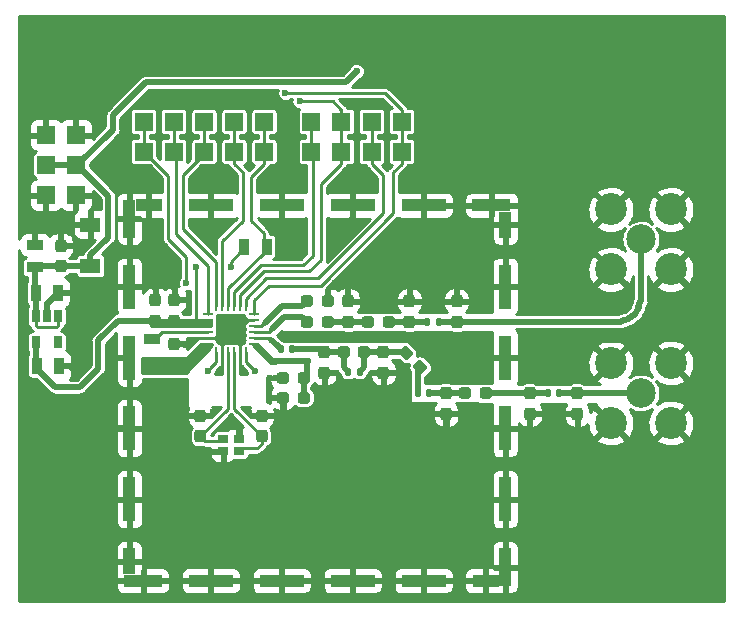
<source format=gbr>
%TF.GenerationSoftware,KiCad,Pcbnew,6.0.10+dfsg-1~bpo11+1*%
%TF.CreationDate,2023-02-03T00:16:52+00:00*%
%TF.ProjectId,ISM02A,49534d30-3241-42e6-9b69-6361645f7063,REV*%
%TF.SameCoordinates,Original*%
%TF.FileFunction,Copper,L2,Bot*%
%TF.FilePolarity,Positive*%
%FSLAX46Y46*%
G04 Gerber Fmt 4.6, Leading zero omitted, Abs format (unit mm)*
G04 Created by KiCad (PCBNEW 6.0.10+dfsg-1~bpo11+1) date 2023-02-03 00:16:52*
%MOMM*%
%LPD*%
G01*
G04 APERTURE LIST*
G04 Aperture macros list*
%AMRoundRect*
0 Rectangle with rounded corners*
0 $1 Rounding radius*
0 $2 $3 $4 $5 $6 $7 $8 $9 X,Y pos of 4 corners*
0 Add a 4 corners polygon primitive as box body*
4,1,4,$2,$3,$4,$5,$6,$7,$8,$9,$2,$3,0*
0 Add four circle primitives for the rounded corners*
1,1,$1+$1,$2,$3*
1,1,$1+$1,$4,$5*
1,1,$1+$1,$6,$7*
1,1,$1+$1,$8,$9*
0 Add four rect primitives between the rounded corners*
20,1,$1+$1,$2,$3,$4,$5,0*
20,1,$1+$1,$4,$5,$6,$7,0*
20,1,$1+$1,$6,$7,$8,$9,0*
20,1,$1+$1,$8,$9,$2,$3,0*%
G04 Aperture macros list end*
%TA.AperFunction,ComponentPad*%
%ADD10C,6.000000*%
%TD*%
%TA.AperFunction,ComponentPad*%
%ADD11R,1.524000X1.524000*%
%TD*%
%TA.AperFunction,ComponentPad*%
%ADD12C,2.500000*%
%TD*%
%TA.AperFunction,ComponentPad*%
%ADD13C,2.700000*%
%TD*%
%TA.AperFunction,SMDPad,CuDef*%
%ADD14RoundRect,0.237500X0.237500X-0.287500X0.237500X0.287500X-0.237500X0.287500X-0.237500X-0.287500X0*%
%TD*%
%TA.AperFunction,SMDPad,CuDef*%
%ADD15RoundRect,0.237500X0.287500X0.237500X-0.287500X0.237500X-0.287500X-0.237500X0.287500X-0.237500X0*%
%TD*%
%TA.AperFunction,SMDPad,CuDef*%
%ADD16RoundRect,0.237500X-0.237500X0.287500X-0.237500X-0.287500X0.237500X-0.287500X0.237500X0.287500X0*%
%TD*%
%TA.AperFunction,SMDPad,CuDef*%
%ADD17RoundRect,0.237500X-0.287500X-0.237500X0.287500X-0.237500X0.287500X0.237500X-0.287500X0.237500X0*%
%TD*%
%TA.AperFunction,SMDPad,CuDef*%
%ADD18R,0.850000X0.750000*%
%TD*%
%TA.AperFunction,SMDPad,CuDef*%
%ADD19RoundRect,0.062500X0.062500X-0.350000X0.062500X0.350000X-0.062500X0.350000X-0.062500X-0.350000X0*%
%TD*%
%TA.AperFunction,SMDPad,CuDef*%
%ADD20RoundRect,0.062500X0.350000X-0.062500X0.350000X0.062500X-0.350000X0.062500X-0.350000X-0.062500X0*%
%TD*%
%TA.AperFunction,ComponentPad*%
%ADD21C,0.500000*%
%TD*%
%TA.AperFunction,SMDPad,CuDef*%
%ADD22RoundRect,0.250000X1.050000X-1.050000X1.050000X1.050000X-1.050000X1.050000X-1.050000X-1.050000X0*%
%TD*%
%TA.AperFunction,SMDPad,CuDef*%
%ADD23R,0.889000X1.397000*%
%TD*%
%TA.AperFunction,SMDPad,CuDef*%
%ADD24RoundRect,0.147500X-0.172500X0.147500X-0.172500X-0.147500X0.172500X-0.147500X0.172500X0.147500X0*%
%TD*%
%TA.AperFunction,SMDPad,CuDef*%
%ADD25RoundRect,0.147500X-0.147500X-0.172500X0.147500X-0.172500X0.147500X0.172500X-0.147500X0.172500X0*%
%TD*%
%TA.AperFunction,SMDPad,CuDef*%
%ADD26R,1.397000X0.889000*%
%TD*%
%TA.AperFunction,SMDPad,CuDef*%
%ADD27RoundRect,0.147500X0.172500X-0.147500X0.172500X0.147500X-0.172500X0.147500X-0.172500X-0.147500X0*%
%TD*%
%TA.AperFunction,SMDPad,CuDef*%
%ADD28RoundRect,0.237500X0.371231X-0.035355X-0.035355X0.371231X-0.371231X0.035355X0.035355X-0.371231X0*%
%TD*%
%TA.AperFunction,SMDPad,CuDef*%
%ADD29R,1.700000X1.300000*%
%TD*%
%TA.AperFunction,SMDPad,CuDef*%
%ADD30R,0.650000X1.060000*%
%TD*%
%TA.AperFunction,SMDPad,CuDef*%
%ADD31R,3.800000X1.000000*%
%TD*%
%TA.AperFunction,SMDPad,CuDef*%
%ADD32R,1.000000X3.800000*%
%TD*%
%TA.AperFunction,SMDPad,CuDef*%
%ADD33R,1.000000X3.300000*%
%TD*%
%TA.AperFunction,SMDPad,CuDef*%
%ADD34R,2.300000X1.000000*%
%TD*%
%TA.AperFunction,SMDPad,CuDef*%
%ADD35R,1.000000X2.300000*%
%TD*%
%TA.AperFunction,SMDPad,CuDef*%
%ADD36R,3.300000X1.000000*%
%TD*%
%TA.AperFunction,ViaPad*%
%ADD37C,0.600000*%
%TD*%
%TA.AperFunction,Conductor*%
%ADD38C,0.250000*%
%TD*%
%TA.AperFunction,Conductor*%
%ADD39C,0.500000*%
%TD*%
%TA.AperFunction,Conductor*%
%ADD40C,0.254000*%
%TD*%
G04 APERTURE END LIST*
D10*
%TO.P,M2,1*%
%TO.N,GND*%
X139700000Y-83820000D03*
%TD*%
%TO.P,M3,1*%
%TO.N,GND*%
X190500000Y-124460000D03*
%TD*%
D11*
%TO.P,J5,1*%
%TO.N,/MISO*%
X160000000Y-90870000D03*
%TO.P,J5,2*%
X160000000Y-88330000D03*
%TD*%
%TO.P,J4,1*%
%TO.N,/SCK*%
X165100000Y-90870000D03*
%TO.P,J4,2*%
X165100000Y-88330000D03*
%TD*%
%TO.P,J3,1*%
%TO.N,/#RESET*%
X156000000Y-90870000D03*
%TO.P,J3,2*%
X156000000Y-88330000D03*
%TD*%
D12*
%TO.P,J12,1*%
%TO.N,Net-(C22-Pad2)*%
X187900000Y-111300000D03*
D13*
%TO.P,J12,2*%
%TO.N,GND*%
X190440000Y-108760000D03*
X190440000Y-113840000D03*
X185360000Y-113840000D03*
X185360000Y-108760000D03*
%TD*%
D11*
%TO.P,J10,1*%
%TO.N,/DIO3*%
X145800000Y-90870000D03*
%TO.P,J10,2*%
X145800000Y-88330000D03*
%TD*%
%TO.P,J7,1*%
%TO.N,/#CS*%
X167650000Y-90870000D03*
%TO.P,J7,2*%
X167650000Y-88330000D03*
%TD*%
%TO.P,J9,1*%
%TO.N,/DIO2*%
X148350000Y-90870000D03*
%TO.P,J9,2*%
X148350000Y-88330000D03*
%TD*%
%TO.P,J8,1*%
%TO.N,/DIO1*%
X150900000Y-90870000D03*
%TO.P,J8,2*%
X150900000Y-88330000D03*
%TD*%
%TO.P,J11,1*%
%TO.N,/BUSY*%
X153450000Y-90870000D03*
%TO.P,J11,2*%
X153450000Y-88330000D03*
%TD*%
%TO.P,J6,1*%
%TO.N,/MOSI*%
X162550000Y-90870000D03*
%TO.P,J6,2*%
X162550000Y-88330000D03*
%TD*%
D10*
%TO.P,M1,1*%
%TO.N,GND*%
X190500000Y-83820000D03*
%TD*%
D12*
%TO.P,J14,1*%
%TO.N,Net-(C23-Pad2)*%
X187900000Y-98300000D03*
D13*
%TO.P,J14,2*%
%TO.N,GND*%
X185360000Y-95760000D03*
X185360000Y-100840000D03*
X190440000Y-100840000D03*
X190440000Y-95760000D03*
%TD*%
D11*
%TO.P,J1,1*%
%TO.N,GND*%
X137530000Y-89460000D03*
%TO.P,J1,2*%
X140070000Y-89460000D03*
%TO.P,J1,3*%
%TO.N,+5V*%
X137530000Y-92000000D03*
%TO.P,J1,4*%
X140070000Y-92000000D03*
%TO.P,J1,5*%
%TO.N,GND*%
X137530000Y-94540000D03*
%TO.P,J1,6*%
X140070000Y-94540000D03*
%TD*%
D10*
%TO.P,M4,1*%
%TO.N,GND*%
X139700000Y-124460000D03*
%TD*%
D14*
%TO.P,C19,1*%
%TO.N,GND*%
X178500000Y-113075000D03*
%TO.P,C19,2*%
%TO.N,Net-(C17-Pad1)*%
X178500000Y-111325000D03*
%TD*%
D15*
%TO.P,C18,1*%
%TO.N,Net-(C18-Pad1)*%
X166575000Y-105300000D03*
%TO.P,C18,2*%
%TO.N,Net-(C10-Pad1)*%
X164825000Y-105300000D03*
%TD*%
D14*
%TO.P,C12,1*%
%TO.N,Net-(C10-Pad1)*%
X163100000Y-105275000D03*
%TO.P,C12,2*%
%TO.N,GND*%
X163100000Y-103525000D03*
%TD*%
%TO.P,C22,1*%
%TO.N,GND*%
X182500000Y-113075000D03*
%TO.P,C22,2*%
%TO.N,Net-(C22-Pad2)*%
X182500000Y-111325000D03*
%TD*%
D16*
%TO.P,C20,1*%
%TO.N,GND*%
X168300000Y-103525000D03*
%TO.P,C20,2*%
%TO.N,Net-(C18-Pad1)*%
X168300000Y-105275000D03*
%TD*%
%TO.P,C23,1*%
%TO.N,GND*%
X172300000Y-103525000D03*
%TO.P,C23,2*%
%TO.N,Net-(C23-Pad2)*%
X172300000Y-105275000D03*
%TD*%
D14*
%TO.P,C4,1*%
%TO.N,Net-(C4-Pad1)*%
X148400000Y-108875000D03*
%TO.P,C4,2*%
%TO.N,GND*%
X148400000Y-107125000D03*
%TD*%
%TO.P,C5,1*%
%TO.N,+3V3*%
X146800000Y-105175000D03*
%TO.P,C5,2*%
%TO.N,GND*%
X146800000Y-103425000D03*
%TD*%
%TO.P,C1,1*%
%TO.N,Net-(C1-Pad1)*%
X155800000Y-114975000D03*
%TO.P,C1,2*%
%TO.N,GND*%
X155800000Y-113225000D03*
%TD*%
%TO.P,C3,1*%
%TO.N,Net-(C3-Pad1)*%
X150600000Y-114975000D03*
%TO.P,C3,2*%
%TO.N,GND*%
X150600000Y-113225000D03*
%TD*%
D15*
%TO.P,C10,1*%
%TO.N,Net-(C10-Pad1)*%
X161375000Y-105300000D03*
%TO.P,C10,2*%
%TO.N,Net-(C10-Pad2)*%
X159625000Y-105300000D03*
%TD*%
D14*
%TO.P,C6,1*%
%TO.N,+3V3*%
X148400000Y-105175000D03*
%TO.P,C6,2*%
%TO.N,GND*%
X148400000Y-103425000D03*
%TD*%
D17*
%TO.P,C8,1*%
%TO.N,Net-(C8-Pad1)*%
X159625000Y-103500000D03*
%TO.P,C8,2*%
%TO.N,GND*%
X161375000Y-103500000D03*
%TD*%
D18*
%TO.P,Y1,1*%
%TO.N,Net-(C1-Pad1)*%
X153875000Y-116225000D03*
%TO.P,Y1,2*%
%TO.N,GND*%
X152525000Y-116225000D03*
%TO.P,Y1,3*%
%TO.N,Net-(C3-Pad1)*%
X152525000Y-115175000D03*
%TO.P,Y1,4*%
%TO.N,GND*%
X153875000Y-115175000D03*
%TD*%
D19*
%TO.P,U1,1*%
%TO.N,+3V3*%
X154450000Y-107837500D03*
%TO.P,U1,2*%
%TO.N,GND*%
X153950000Y-107837500D03*
%TO.P,U1,3*%
%TO.N,Net-(C1-Pad1)*%
X153450000Y-107837500D03*
%TO.P,U1,4*%
%TO.N,Net-(C3-Pad1)*%
X152950000Y-107837500D03*
%TO.P,U1,5*%
%TO.N,GND*%
X152450000Y-107837500D03*
%TO.P,U1,6*%
%TO.N,/DIO3*%
X151950000Y-107837500D03*
D20*
%TO.P,U1,7*%
%TO.N,Net-(C4-Pad1)*%
X151262500Y-107150000D03*
%TO.P,U1,8*%
%TO.N,GND*%
X151262500Y-106650000D03*
%TO.P,U1,9*%
%TO.N,Net-(L1-Pad2)*%
X151262500Y-106150000D03*
%TO.P,U1,10*%
%TO.N,+3V3*%
X151262500Y-105650000D03*
%TO.P,U1,11*%
X151262500Y-105150000D03*
%TO.P,U1,12*%
%TO.N,/DIO2*%
X151262500Y-104650000D03*
D19*
%TO.P,U1,13*%
%TO.N,/DIO1*%
X151950000Y-103962500D03*
%TO.P,U1,14*%
%TO.N,/BUSY*%
X152450000Y-103962500D03*
%TO.P,U1,15*%
%TO.N,/#RESET*%
X152950000Y-103962500D03*
%TO.P,U1,16*%
%TO.N,/MISO*%
X153450000Y-103962500D03*
%TO.P,U1,17*%
%TO.N,/MOSI*%
X153950000Y-103962500D03*
%TO.P,U1,18*%
%TO.N,/SCK*%
X154450000Y-103962500D03*
D20*
%TO.P,U1,19*%
%TO.N,/#CS*%
X155137500Y-104650000D03*
%TO.P,U1,20*%
%TO.N,GND*%
X155137500Y-105150000D03*
%TO.P,U1,21*%
%TO.N,Net-(C8-Pad1)*%
X155137500Y-105650000D03*
%TO.P,U1,22*%
%TO.N,Net-(C10-Pad2)*%
X155137500Y-106150000D03*
%TO.P,U1,23*%
%TO.N,Net-(L3-Pad1)*%
X155137500Y-106650000D03*
%TO.P,U1,24*%
%TO.N,Net-(C7-Pad1)*%
X155137500Y-107150000D03*
D21*
%TO.P,U1,25*%
%TO.N,GND*%
X154250000Y-105900000D03*
X152150000Y-106950000D03*
X153200000Y-105900000D03*
X152150000Y-104850000D03*
X154250000Y-104850000D03*
X152150000Y-105900000D03*
X154250000Y-106950000D03*
X153200000Y-106950000D03*
X153200000Y-104850000D03*
D22*
X153200000Y-105900000D03*
%TD*%
D23*
%TO.P,R1,1*%
%TO.N,+3V3*%
X154301500Y-98904000D03*
%TO.P,R1,2*%
%TO.N,/#RESET*%
X156206500Y-98904000D03*
%TD*%
D24*
%TO.P,L2,1*%
%TO.N,Net-(C8-Pad1)*%
X158000000Y-103915000D03*
%TO.P,L2,2*%
%TO.N,Net-(C10-Pad2)*%
X158000000Y-104885000D03*
%TD*%
D25*
%TO.P,L7,1*%
%TO.N,Net-(C17-Pad1)*%
X180015000Y-111300000D03*
%TO.P,L7,2*%
%TO.N,Net-(C22-Pad2)*%
X180985000Y-111300000D03*
%TD*%
D26*
%TO.P,L1,1*%
%TO.N,Net-(C4-Pad1)*%
X146500000Y-108652500D03*
%TO.P,L1,2*%
%TO.N,Net-(L1-Pad2)*%
X146500000Y-106747500D03*
%TD*%
D25*
%TO.P,L8,1*%
%TO.N,Net-(C18-Pad1)*%
X169815000Y-105300000D03*
%TO.P,L8,2*%
%TO.N,Net-(C23-Pad2)*%
X170785000Y-105300000D03*
%TD*%
D27*
%TO.P,L4,1*%
%TO.N,Net-(C7-Pad1)*%
X159600000Y-108585000D03*
%TO.P,L4,2*%
%TO.N,Net-(C11-Pad1)*%
X159600000Y-107615000D03*
%TD*%
D25*
%TO.P,L6,1*%
%TO.N,Net-(C15-Pad1)*%
X169015000Y-111300000D03*
%TO.P,L6,2*%
%TO.N,Net-(C16-Pad1)*%
X169985000Y-111300000D03*
%TD*%
%TO.P,L5,1*%
%TO.N,Net-(C11-Pad1)*%
X163115000Y-109500000D03*
%TO.P,L5,2*%
%TO.N,Net-(C13-Pad1)*%
X164085000Y-109500000D03*
%TD*%
D15*
%TO.P,C13,1*%
%TO.N,Net-(C13-Pad1)*%
X164475000Y-107800000D03*
%TO.P,C13,2*%
%TO.N,Net-(C11-Pad1)*%
X162725000Y-107800000D03*
%TD*%
D16*
%TO.P,C16,1*%
%TO.N,Net-(C16-Pad1)*%
X171400000Y-111325000D03*
%TO.P,C16,2*%
%TO.N,GND*%
X171400000Y-113075000D03*
%TD*%
D15*
%TO.P,C17,1*%
%TO.N,Net-(C17-Pad1)*%
X174775000Y-111300000D03*
%TO.P,C17,2*%
%TO.N,Net-(C16-Pad1)*%
X173025000Y-111300000D03*
%TD*%
D16*
%TO.P,C14,1*%
%TO.N,Net-(C13-Pad1)*%
X166100000Y-107825000D03*
%TO.P,C14,2*%
%TO.N,GND*%
X166100000Y-109575000D03*
%TD*%
%TO.P,C11,1*%
%TO.N,Net-(C11-Pad1)*%
X161100000Y-107825000D03*
%TO.P,C11,2*%
%TO.N,GND*%
X161100000Y-109575000D03*
%TD*%
D28*
%TO.P,C15,1*%
%TO.N,Net-(C15-Pad1)*%
X169218718Y-109118718D03*
%TO.P,C15,2*%
%TO.N,Net-(C13-Pad1)*%
X167981282Y-107881282D03*
%TD*%
D15*
%TO.P,C9,1*%
%TO.N,Net-(C7-Pad1)*%
X159350000Y-110000000D03*
%TO.P,C9,2*%
%TO.N,GND*%
X157600000Y-110000000D03*
%TD*%
%TO.P,C7,1*%
%TO.N,Net-(C7-Pad1)*%
X159350000Y-111700000D03*
%TO.P,C7,2*%
%TO.N,GND*%
X157600000Y-111700000D03*
%TD*%
D25*
%TO.P,L3,1*%
%TO.N,Net-(L3-Pad1)*%
X157415000Y-107600000D03*
%TO.P,L3,2*%
%TO.N,Net-(C11-Pad1)*%
X158385000Y-107600000D03*
%TD*%
D14*
%TO.P,C2,1*%
%TO.N,+5V*%
X138800000Y-100575000D03*
%TO.P,C2,2*%
%TO.N,GND*%
X138800000Y-98825000D03*
%TD*%
D29*
%TO.P,D1,1*%
%TO.N,+5V*%
X141300000Y-100550000D03*
%TO.P,D1,2*%
%TO.N,GND*%
X141300000Y-97050000D03*
%TD*%
D30*
%TO.P,U2,1*%
%TO.N,+5V*%
X136650000Y-104800000D03*
%TO.P,U2,2*%
%TO.N,GND*%
X137600000Y-104800000D03*
%TO.P,U2,3*%
%TO.N,+5V*%
X138550000Y-104800000D03*
%TO.P,U2,4*%
%TO.N,Net-(U2-Pad4)*%
X138550000Y-107000000D03*
%TO.P,U2,5*%
%TO.N,+3V3*%
X136650000Y-107000000D03*
%TD*%
D23*
%TO.P,C24,1*%
%TO.N,+3V3*%
X136747500Y-109000000D03*
%TO.P,C24,2*%
%TO.N,GND*%
X138652500Y-109000000D03*
%TD*%
%TO.P,C21,1*%
%TO.N,+5V*%
X136647500Y-102800000D03*
%TO.P,C21,2*%
%TO.N,GND*%
X138552500Y-102800000D03*
%TD*%
D31*
%TO.P,J16,1*%
%TO.N,GND*%
X163500000Y-127200000D03*
D32*
X176400000Y-114300000D03*
X144600000Y-102300000D03*
X176400000Y-120300000D03*
X144600000Y-120300000D03*
D31*
X157500000Y-95400000D03*
D33*
X176400000Y-126050000D03*
D31*
X151500000Y-95400000D03*
D34*
X174750000Y-127200000D03*
D33*
X144600000Y-96550000D03*
D32*
X144600000Y-114300000D03*
X176400000Y-108300000D03*
X144600000Y-108300000D03*
D35*
X176400000Y-97050000D03*
X144600000Y-125550000D03*
D36*
X175250000Y-95400000D03*
D32*
X176400000Y-102300000D03*
D36*
X145750000Y-127200000D03*
D31*
X169500000Y-127200000D03*
D34*
X146250000Y-95400000D03*
D31*
X151500000Y-127200000D03*
X157500000Y-127200000D03*
X169500000Y-95400000D03*
X163500000Y-95400000D03*
%TD*%
D26*
%TO.P,C25,1*%
%TO.N,+5V*%
X136600000Y-100652500D03*
%TO.P,C25,2*%
%TO.N,GND*%
X136600000Y-98747500D03*
%TD*%
D37*
%TO.N,GND*%
X148400000Y-102300000D03*
X146800000Y-102300000D03*
X154700000Y-112900000D03*
X151700000Y-112900000D03*
X153900000Y-114200000D03*
X136600000Y-97800000D03*
X138800000Y-97700000D03*
X170000000Y-97500000D03*
X171000000Y-100000000D03*
X175000000Y-117500000D03*
X170000000Y-92500000D03*
X163000000Y-113000000D03*
X166000000Y-115000000D03*
X170400000Y-103200000D03*
X142500000Y-117500000D03*
X166000000Y-111000000D03*
X160698660Y-106595817D03*
X162000000Y-111000000D03*
X172500000Y-82500000D03*
X170000000Y-120000000D03*
X167000000Y-100000000D03*
X158600000Y-99200000D03*
X160000000Y-117500000D03*
X175000000Y-80000000D03*
X150000000Y-120000000D03*
X193000000Y-92000000D03*
X193000000Y-112000000D03*
X172500000Y-125000000D03*
X164000000Y-115000000D03*
X178000000Y-109000000D03*
X180000000Y-85000000D03*
X149200000Y-113200000D03*
X193000000Y-88000000D03*
X157200000Y-113200000D03*
X183000000Y-122000000D03*
X169000000Y-100000000D03*
X160000000Y-80000000D03*
X179000000Y-117000000D03*
X142500000Y-120000000D03*
X177500000Y-92500000D03*
X175000000Y-90000000D03*
X169000000Y-113000000D03*
X155000000Y-82200000D03*
X181000000Y-123000000D03*
X187000000Y-103000000D03*
X170000000Y-80000000D03*
X187800000Y-106200000D03*
X167500000Y-85000000D03*
X189000000Y-121000000D03*
X193000000Y-110000000D03*
X150000000Y-122500000D03*
X162500000Y-117500000D03*
X168000000Y-111000000D03*
X156500000Y-111700000D03*
X179000000Y-110000000D03*
X165000000Y-125000000D03*
X185000000Y-118400000D03*
X159200000Y-106600000D03*
X142500000Y-105000000D03*
X180000000Y-106800000D03*
X162400000Y-82200000D03*
X193000000Y-102000000D03*
X183000000Y-84000000D03*
X172500000Y-117500000D03*
X167500000Y-120000000D03*
X181000000Y-114000000D03*
X157500000Y-122500000D03*
X153200000Y-113500000D03*
X175000000Y-122500000D03*
X184000000Y-116000000D03*
X189200000Y-103400000D03*
X174000000Y-109000000D03*
X154200000Y-109400000D03*
X191000000Y-104000000D03*
X193000000Y-120000000D03*
X174000000Y-102000000D03*
X178000000Y-115000000D03*
X170000000Y-85000000D03*
X180000000Y-90000000D03*
X167500000Y-122500000D03*
X185000000Y-85000000D03*
X178000000Y-106800000D03*
X183000000Y-120000000D03*
X140000000Y-105000000D03*
X185000000Y-83000000D03*
X181000000Y-113000000D03*
X162500000Y-120000000D03*
X155000000Y-122500000D03*
X162500000Y-122500000D03*
X146400000Y-97600000D03*
X183000000Y-128000000D03*
X185000000Y-93000000D03*
X181000000Y-110000000D03*
X147500000Y-122500000D03*
X172500000Y-87500000D03*
X185000000Y-120000000D03*
X172500000Y-122500000D03*
X186000000Y-104000000D03*
X183000000Y-82000000D03*
X183000000Y-102000000D03*
X177500000Y-82500000D03*
X185000000Y-91600000D03*
X180000000Y-87500000D03*
X172500000Y-80000000D03*
X161000000Y-113000000D03*
X183000000Y-98000000D03*
X160000000Y-125000000D03*
X185000000Y-87000000D03*
X147000000Y-80000000D03*
X167500000Y-82500000D03*
X157500000Y-120000000D03*
X193000000Y-94000000D03*
X150000000Y-125000000D03*
X152250011Y-109399981D03*
X185000000Y-117000000D03*
X180000000Y-97500000D03*
X164000000Y-102000000D03*
X191000000Y-120000000D03*
X183000000Y-110000000D03*
X170000000Y-102000000D03*
X137500000Y-112500000D03*
X165600000Y-106600000D03*
X170000000Y-82500000D03*
X157500000Y-93900000D03*
X174600000Y-106600000D03*
X175000000Y-100000000D03*
X151400000Y-97600000D03*
X157800000Y-106600000D03*
X175000000Y-108000000D03*
X170000000Y-87500000D03*
X175000000Y-110000000D03*
X140000000Y-110000000D03*
X155000000Y-117500000D03*
X172500000Y-97500000D03*
X190999990Y-117000000D03*
X142500000Y-102500000D03*
X145000000Y-80000000D03*
X191000000Y-118400000D03*
X185000000Y-127000000D03*
X170000000Y-117500000D03*
X162000000Y-102000000D03*
X167200046Y-106600000D03*
X183000000Y-117000000D03*
X163500000Y-93900000D03*
X142400000Y-110200000D03*
X170000000Y-125000000D03*
X183000000Y-80000000D03*
X149000000Y-80000000D03*
X156500000Y-110000000D03*
X177500000Y-87500000D03*
X147500000Y-100000000D03*
X193000000Y-114000000D03*
X175000000Y-97500000D03*
X173000000Y-113000000D03*
X157500000Y-125000000D03*
X155000000Y-120000000D03*
X182000000Y-115000000D03*
X165000000Y-100000000D03*
X183000000Y-86000000D03*
X137500000Y-115000000D03*
X193000000Y-96000000D03*
X140000000Y-117500000D03*
X180000000Y-109000000D03*
X172600000Y-106600000D03*
X172000000Y-115000000D03*
X164000000Y-106600000D03*
X167500000Y-80000000D03*
X158000000Y-115000000D03*
X147500000Y-117500000D03*
X166600000Y-103400000D03*
X185000000Y-80000000D03*
X149400000Y-107200000D03*
X189000000Y-89000000D03*
X191000000Y-93000000D03*
X185000000Y-123000000D03*
X170000000Y-122500000D03*
X145000000Y-82500000D03*
X175000000Y-85000000D03*
X179000000Y-122000000D03*
X165000000Y-120000000D03*
X167000000Y-113000000D03*
X170000000Y-115000000D03*
X183000000Y-92000000D03*
X187000000Y-80000000D03*
X183000000Y-88000000D03*
X177500000Y-80000000D03*
X183000000Y-96000000D03*
X180000000Y-95000000D03*
X193000000Y-108000000D03*
X178000000Y-118000000D03*
X168000000Y-115000000D03*
X193000000Y-98000000D03*
X183000000Y-108000000D03*
X155000000Y-125000000D03*
X175000000Y-113000000D03*
X167500000Y-125000000D03*
X152600000Y-114200000D03*
X172500000Y-120000000D03*
X174600000Y-104000000D03*
X181000000Y-119000000D03*
X193000000Y-116000000D03*
X170000000Y-90000000D03*
X179000000Y-128000000D03*
X177500000Y-85000000D03*
X168000000Y-102000000D03*
X140000000Y-107500034D03*
X165000000Y-122500000D03*
X181000000Y-117000000D03*
X185000000Y-90000000D03*
X180000000Y-80000000D03*
X140000000Y-115000000D03*
X172500000Y-85000000D03*
X179000000Y-124000000D03*
X151200000Y-116200000D03*
X155000000Y-80000000D03*
X180000000Y-115000000D03*
X167500000Y-117500000D03*
X173000000Y-100000000D03*
X182000000Y-109000000D03*
X171000000Y-110000000D03*
X140000000Y-102500000D03*
X173000000Y-108000000D03*
X182000000Y-104000000D03*
X175000000Y-120000000D03*
X152500000Y-125000000D03*
X152500000Y-122500000D03*
X162500000Y-125000000D03*
X193000000Y-90000000D03*
X181000000Y-108000000D03*
X172000000Y-109000000D03*
X162400000Y-106600000D03*
X188800000Y-105000000D03*
X193000000Y-100000000D03*
X180000000Y-82500000D03*
X184000000Y-106800000D03*
X185000000Y-81000000D03*
X170800000Y-106600000D03*
X179000000Y-126000000D03*
X191000000Y-90000000D03*
X165000000Y-113000000D03*
X183000000Y-100000000D03*
X172500000Y-92500000D03*
X193000000Y-106000000D03*
X140000000Y-112500000D03*
X174000000Y-115000000D03*
X183000000Y-126000000D03*
X142500000Y-112500000D03*
X187000000Y-89000000D03*
X177500000Y-90000000D03*
X191000000Y-106000000D03*
X184000000Y-104000000D03*
X183000000Y-90000000D03*
X147500000Y-82500000D03*
X182000000Y-106800000D03*
X147500000Y-125000000D03*
X180000000Y-113000000D03*
X147500000Y-115000000D03*
X157400000Y-82200000D03*
X181000000Y-127000000D03*
X186000000Y-106800000D03*
X166000000Y-102000000D03*
X175000000Y-87500000D03*
X147500000Y-112500000D03*
X191000000Y-91600000D03*
X175000000Y-125000000D03*
X162500000Y-97500000D03*
X172500000Y-90000000D03*
X193000000Y-118000000D03*
X157500000Y-117500000D03*
X179000000Y-120000000D03*
X185000000Y-125000000D03*
X178000000Y-104000000D03*
X160000000Y-122500000D03*
X172000000Y-102000000D03*
X157500000Y-97500000D03*
X165000000Y-103400000D03*
X152500000Y-117500000D03*
X150000000Y-82500000D03*
X151000000Y-80000000D03*
X167500000Y-97500000D03*
X162000000Y-115000000D03*
X165000000Y-117500000D03*
X171000000Y-108000000D03*
X183000000Y-124000000D03*
X164000000Y-111000000D03*
X169000012Y-106600000D03*
X147500000Y-120000000D03*
X187000000Y-121000000D03*
X160000000Y-115000000D03*
X175000000Y-82500000D03*
X152500000Y-120000000D03*
X181000000Y-121000000D03*
X162500000Y-80000000D03*
X161800000Y-99000000D03*
X160000000Y-120000000D03*
X157500000Y-80000000D03*
X159999996Y-82200000D03*
X183000000Y-94000000D03*
X181000000Y-125000000D03*
X150000000Y-117500000D03*
X193000000Y-104000000D03*
X137500000Y-120000000D03*
X137500000Y-117500000D03*
X175000000Y-92500000D03*
X180000000Y-104000000D03*
X142500000Y-115000000D03*
X180000000Y-92500000D03*
X173000000Y-110000000D03*
X180000000Y-100000000D03*
%TO.N,+5V*%
X163830000Y-84074000D03*
%TO.N,+3V3*%
X153200000Y-100600000D03*
X155200000Y-109400000D03*
X150200000Y-105400000D03*
X150199974Y-100599982D03*
%TO.N,/MOSI*%
X159000000Y-86600000D03*
%TO.N,/#CS*%
X157800000Y-85900000D03*
%TO.N,/DIO3*%
X149400000Y-102000046D03*
X151243519Y-109400000D03*
%TD*%
D38*
%TO.N,Net-(C1-Pad1)*%
X155800000Y-114975000D02*
X155800000Y-115600000D01*
X155400000Y-116000000D02*
X154100000Y-116000000D01*
X154100000Y-116000000D02*
X153875000Y-116225000D01*
X155800000Y-115600000D02*
X155400000Y-116000000D01*
X153450000Y-112625000D02*
X155800000Y-114975000D01*
X153450000Y-107837500D02*
X153450000Y-112625000D01*
%TO.N,GND*%
X151375000Y-113225000D02*
X151700000Y-112900000D01*
X153950000Y-107837500D02*
X153950000Y-107250000D01*
X152450000Y-107250000D02*
X152150000Y-106950000D01*
X155800000Y-113225000D02*
X155025000Y-113225000D01*
X150600000Y-113225000D02*
X151375000Y-113225000D01*
X155025000Y-113225000D02*
X154700000Y-112900000D01*
X153875000Y-114225000D02*
X153900000Y-114200000D01*
X151262500Y-106650000D02*
X151850000Y-106650000D01*
X151850000Y-106650000D02*
X152150000Y-106950000D01*
X152450000Y-107837500D02*
X152450000Y-107250000D01*
X154550000Y-105150000D02*
X154250000Y-104850000D01*
X153950000Y-107250000D02*
X154250000Y-106950000D01*
X153875000Y-115175000D02*
X153875000Y-114225000D01*
X146800000Y-103425000D02*
X146800000Y-102300000D01*
X148400000Y-103425000D02*
X148400000Y-102300000D01*
X155137500Y-105150000D02*
X154550000Y-105150000D01*
D39*
X138800000Y-98825000D02*
X138800000Y-97700000D01*
X136600000Y-98747500D02*
X136600000Y-97800000D01*
X137600000Y-103752500D02*
X138552500Y-102800000D01*
X137600000Y-104800000D02*
X137600000Y-103752500D01*
X140000000Y-105000000D02*
X142500000Y-105000000D01*
X140000000Y-117500000D02*
X137500000Y-117500000D01*
X159200000Y-106600000D02*
X157800000Y-106600000D01*
X172000000Y-115000000D02*
X170000000Y-115000000D01*
X183000000Y-84000000D02*
X183000000Y-82000000D01*
X174000000Y-103400000D02*
X174000000Y-102000000D01*
X174000000Y-101000000D02*
X175000000Y-100000000D01*
X179000000Y-126000000D02*
X179000000Y-124000000D01*
X185000000Y-125000000D02*
X185000000Y-123000000D01*
X152500000Y-117500000D02*
X150000000Y-117500000D01*
X142500000Y-113900000D02*
X142500000Y-112500000D01*
X166000000Y-102000000D02*
X166000000Y-102400000D01*
X146250000Y-97450000D02*
X146400000Y-97600000D01*
X174000000Y-109000000D02*
X175000000Y-110000000D01*
X180000000Y-87500000D02*
X180000000Y-85000000D01*
X160721928Y-106572541D02*
X160698652Y-106595817D01*
X152500000Y-122500000D02*
X150000000Y-122500000D01*
X191000000Y-91600000D02*
X191000000Y-93000000D01*
X185000000Y-93000000D02*
X185000000Y-91600000D01*
X185000000Y-80000000D02*
X185000000Y-81000000D01*
X179000000Y-117000000D02*
X181000000Y-117000000D01*
X172500000Y-97500000D02*
X170000000Y-97500000D01*
X162500000Y-117500000D02*
X160000000Y-117500000D01*
X155000000Y-80000000D02*
X155000000Y-82200000D01*
X149225000Y-113225000D02*
X149200000Y-113200000D01*
X169500000Y-95400000D02*
X169500000Y-93000000D01*
X178500000Y-108300000D02*
X180000000Y-106800000D01*
X176400000Y-114300000D02*
X174700000Y-114300000D01*
X176400000Y-108300000D02*
X178500000Y-108300000D01*
X187800000Y-106200000D02*
X187800000Y-106000000D01*
X191000000Y-104000000D02*
X191000000Y-106000000D01*
X166000000Y-102400000D02*
X165000000Y-103400000D01*
X137500000Y-115000000D02*
X140000000Y-115000000D01*
X138652500Y-109000000D02*
X139597000Y-109000000D01*
X157400000Y-82200000D02*
X159999996Y-82200000D01*
X170000000Y-82500000D02*
X172500000Y-82500000D01*
X180000000Y-127000000D02*
X179000000Y-128000000D01*
X146800000Y-100700000D02*
X147500000Y-100000000D01*
X176400000Y-102300000D02*
X176400000Y-102400000D01*
X177500000Y-85000000D02*
X175000000Y-85000000D01*
X180000000Y-106800000D02*
X182000000Y-106800000D01*
X191000000Y-120000000D02*
X191000000Y-118400000D01*
X176400000Y-102300000D02*
X178300000Y-102300000D01*
X184000000Y-104000000D02*
X186000000Y-104000000D01*
X178500000Y-114500000D02*
X178000000Y-115000000D01*
X183000000Y-126000000D02*
X184000000Y-126000000D01*
X150600000Y-113225000D02*
X149225000Y-113225000D01*
X138552500Y-102800000D02*
X139700001Y-102799999D01*
X142900000Y-114300000D02*
X142500000Y-113900000D01*
X186000000Y-121000000D02*
X187000000Y-121000000D01*
X145000000Y-82500000D02*
X147500000Y-82500000D01*
X183000000Y-108000000D02*
X182000000Y-109000000D01*
X174000000Y-114000000D02*
X173000000Y-113000000D01*
X147500000Y-117500000D02*
X147500000Y-120000000D01*
X170800000Y-106600000D02*
X172600000Y-106600000D01*
X180000000Y-115000000D02*
X180000000Y-113000000D01*
X160698660Y-106595817D02*
X162395817Y-106595817D01*
X164000000Y-111000000D02*
X166000000Y-111000000D01*
D38*
X163500000Y-95400000D02*
X163500000Y-93900000D01*
D39*
X162500000Y-122500000D02*
X160000000Y-122500000D01*
X183000000Y-80000000D02*
X185000000Y-80000000D01*
X170000000Y-102000000D02*
X170000000Y-102800000D01*
X146250000Y-95400000D02*
X146250000Y-97450000D01*
X157500000Y-117500000D02*
X155000000Y-117500000D01*
X172500000Y-122500000D02*
X170000000Y-122500000D01*
X140000000Y-110000000D02*
X140000000Y-107500034D01*
X185000000Y-120000000D02*
X186000000Y-121000000D01*
X183000000Y-92000000D02*
X183000000Y-90000000D01*
X170000000Y-120000000D02*
X172500000Y-120000000D01*
X183000000Y-96000000D02*
X183000000Y-94000000D01*
X191000000Y-90000000D02*
X191000000Y-91600000D01*
X193000000Y-116000000D02*
X193000000Y-118000000D01*
X151500000Y-95400000D02*
X151500000Y-97500000D01*
X161000000Y-112000000D02*
X162000000Y-111000000D01*
D38*
X157600000Y-111700000D02*
X156500000Y-111700000D01*
D39*
X175000000Y-82500000D02*
X177500000Y-82500000D01*
X193000000Y-96000000D02*
X193000000Y-94000000D01*
X164000000Y-115000000D02*
X162000000Y-115000000D01*
X191000000Y-117000010D02*
X190999990Y-117000000D01*
X182000000Y-104000000D02*
X182000000Y-103000000D01*
X165000000Y-113000000D02*
X163000000Y-113000000D01*
X140000000Y-105000000D02*
X142500000Y-102500000D01*
X172500000Y-90000000D02*
X170000000Y-90000000D01*
X160000000Y-80000000D02*
X162500000Y-80000000D01*
X147000000Y-80000000D02*
X145000000Y-80000000D01*
X169000012Y-106600000D02*
X167200046Y-106600000D01*
X172000000Y-102000000D02*
X170000000Y-102000000D01*
X150000000Y-125000000D02*
X152500000Y-125000000D01*
X172500000Y-92500000D02*
X175000000Y-92500000D01*
X185000000Y-83000000D02*
X185000000Y-85000000D01*
X181000000Y-127000000D02*
X180000000Y-127000000D01*
X172500000Y-85000000D02*
X170000000Y-85000000D01*
X142500000Y-115000000D02*
X142500000Y-117500000D01*
D38*
X157600000Y-110000000D02*
X156500000Y-110000000D01*
D39*
X180000000Y-97500000D02*
X180000000Y-95000000D01*
X183000000Y-124000000D02*
X183000000Y-122000000D01*
X181000000Y-108000000D02*
X180000000Y-109000000D01*
X187800000Y-106000000D02*
X188800000Y-105000000D01*
X193000000Y-112000000D02*
X193000000Y-110000000D01*
X175000000Y-120000000D02*
X175000000Y-122500000D01*
D38*
X157499999Y-112900001D02*
X157200000Y-113200000D01*
D39*
X193000000Y-104000000D02*
X193000000Y-102000000D01*
X176400000Y-108300000D02*
X176500000Y-108300000D01*
X139597000Y-109000000D02*
X140000000Y-109403000D01*
X140000000Y-109575736D02*
X140000000Y-110000000D01*
D38*
X149699999Y-106900001D02*
X149400000Y-107200000D01*
D39*
X170800000Y-107800000D02*
X171000000Y-108000000D01*
X169000000Y-113000000D02*
X167000000Y-113000000D01*
X157500000Y-95400000D02*
X157500000Y-97500000D01*
D38*
X152525000Y-116225000D02*
X151225000Y-116225000D01*
D39*
X163500000Y-96500000D02*
X162500000Y-97500000D01*
X174000000Y-102000000D02*
X174000000Y-101000000D01*
X193000000Y-100000000D02*
X193000000Y-98000000D01*
X174000000Y-116500000D02*
X175000000Y-117500000D01*
X139700001Y-102799999D02*
X140000000Y-102500000D01*
X185000000Y-91600000D02*
X185000000Y-90000000D01*
X137500000Y-120000000D02*
X142500000Y-120000000D01*
D38*
X148400000Y-107125000D02*
X149325000Y-107125000D01*
D39*
X182000000Y-103000000D02*
X183000000Y-102000000D01*
X172500000Y-117500000D02*
X170000000Y-117500000D01*
X176400000Y-102300000D02*
X174300000Y-102300000D01*
X160698652Y-106595817D02*
X160698660Y-106595817D01*
X172500000Y-80000000D02*
X170000000Y-80000000D01*
X174000000Y-115000000D02*
X174000000Y-116500000D01*
X162500000Y-98300000D02*
X161800000Y-99000000D01*
X181000000Y-113000000D02*
X181000000Y-114000000D01*
X180000000Y-104000000D02*
X182000000Y-104000000D01*
X146800000Y-102300000D02*
X146800000Y-100700000D01*
X193000000Y-116000000D02*
X193000000Y-114000000D01*
X170000000Y-102800000D02*
X170400000Y-103200000D01*
X161000000Y-113000000D02*
X161000000Y-112000000D01*
X165000000Y-125000000D02*
X167500000Y-125000000D01*
X173000000Y-99500000D02*
X175000000Y-97500000D01*
X174700000Y-114300000D02*
X174000000Y-115000000D01*
X193000000Y-108000000D02*
X193000000Y-106000000D01*
X180000000Y-92500000D02*
X180000000Y-90000000D01*
X155000000Y-80000000D02*
X157500000Y-80000000D01*
X180000000Y-115000000D02*
X182000000Y-115000000D01*
X151500000Y-97500000D02*
X151400000Y-97600000D01*
X173000000Y-110000000D02*
X171000000Y-110000000D01*
X160000000Y-120000000D02*
X162500000Y-120000000D01*
X168000000Y-115000000D02*
X166000000Y-115000000D01*
X183000000Y-100000000D02*
X183000000Y-98000000D01*
D38*
X149325000Y-107125000D02*
X149400000Y-107200000D01*
D39*
X174300000Y-102300000D02*
X174000000Y-102000000D01*
X177500000Y-90000000D02*
X175000000Y-90000000D01*
D38*
X152450000Y-109199992D02*
X152250011Y-109399981D01*
D39*
X183000000Y-100000000D02*
X180000000Y-100000000D01*
X150000000Y-120000000D02*
X152500000Y-120000000D01*
D38*
X149950000Y-106650000D02*
X149699999Y-106900001D01*
D39*
X187000000Y-89000000D02*
X189000000Y-89000000D01*
X184000000Y-126000000D02*
X185000000Y-127000000D01*
X174000000Y-115000000D02*
X174000000Y-114000000D01*
X175000000Y-87500000D02*
X177500000Y-87500000D01*
X162500000Y-97500000D02*
X162500000Y-98300000D01*
X155000000Y-125000000D02*
X157500000Y-125000000D01*
X167500000Y-85000000D02*
X167500000Y-82500000D01*
X157500000Y-122500000D02*
X155000000Y-122500000D01*
X147500000Y-122500000D02*
X147500000Y-125000000D01*
X140000000Y-112500000D02*
X137500000Y-112500000D01*
X183000000Y-128000000D02*
X183000000Y-126000000D01*
D38*
X151225000Y-116225000D02*
X151200000Y-116200000D01*
D39*
X193000000Y-92000000D02*
X193000000Y-90000000D01*
X179000000Y-122000000D02*
X179000000Y-120000000D01*
D38*
X153950000Y-107837500D02*
X153950000Y-109150000D01*
D39*
X167500000Y-117500000D02*
X165000000Y-117500000D01*
X170000000Y-125000000D02*
X172500000Y-125000000D01*
X164000000Y-106600000D02*
X165600000Y-106600000D01*
X170800000Y-106600000D02*
X170800000Y-107800000D01*
X173000000Y-100000000D02*
X173000000Y-99500000D01*
X183000000Y-117000000D02*
X185000000Y-117000000D01*
X168000000Y-102000000D02*
X166000000Y-102000000D01*
D38*
X152450000Y-107837500D02*
X152450000Y-109199992D01*
D39*
X178300000Y-102300000D02*
X180000000Y-104000000D01*
X181000000Y-119000000D02*
X181000000Y-121000000D01*
X151000000Y-80000000D02*
X149000000Y-80000000D01*
X173000000Y-108000000D02*
X175000000Y-108000000D01*
X184000000Y-107000000D02*
X183000000Y-108000000D01*
D38*
X151262500Y-106650000D02*
X149950000Y-106650000D01*
X157600000Y-111700000D02*
X157600000Y-112800000D01*
D39*
X169500000Y-93000000D02*
X170000000Y-92500000D01*
X173000000Y-108000000D02*
X172000000Y-109000000D01*
X163500000Y-95400000D02*
X163500000Y-96500000D01*
X170000000Y-87500000D02*
X172500000Y-87500000D01*
X160000000Y-125000000D02*
X162500000Y-125000000D01*
X153900000Y-114200000D02*
X152600000Y-114200000D01*
X169000000Y-100000000D02*
X167000000Y-100000000D01*
D38*
X157600000Y-112800000D02*
X157499999Y-112900001D01*
X153950000Y-109150000D02*
X154200000Y-109400000D01*
D39*
X160000000Y-115000000D02*
X158000000Y-115000000D01*
X179000000Y-110000000D02*
X181000000Y-110000000D01*
X167500000Y-122500000D02*
X165000000Y-122500000D01*
X176400000Y-108300000D02*
X175300000Y-108300000D01*
X140000000Y-109403000D02*
X140000000Y-109575736D01*
X184000000Y-106800000D02*
X184000000Y-107000000D01*
X165000000Y-120000000D02*
X167500000Y-120000000D01*
X180000000Y-82500000D02*
X180000000Y-80000000D01*
X177500000Y-80000000D02*
X175000000Y-80000000D01*
X184000000Y-106800000D02*
X186000000Y-106800000D01*
X155000000Y-120000000D02*
X157500000Y-120000000D01*
X144600000Y-114300000D02*
X142900000Y-114300000D01*
D38*
X157500000Y-95400000D02*
X157500000Y-93900000D01*
D39*
X173000000Y-100000000D02*
X171000000Y-100000000D01*
X181000000Y-123000000D02*
X181000000Y-125000000D01*
X162395817Y-106595817D02*
X162400000Y-106600000D01*
X164000000Y-102000000D02*
X162000000Y-102000000D01*
X178500000Y-113075000D02*
X178500000Y-114500000D01*
X191000000Y-118400000D02*
X191000000Y-117000010D01*
X174600000Y-104000000D02*
X174000000Y-103400000D01*
X147500000Y-117500000D02*
X147500000Y-115000000D01*
X183000000Y-88000000D02*
X183000000Y-86000000D01*
X187000000Y-121000000D02*
X189000000Y-121000000D01*
%TO.N,+5V*%
X138825000Y-100550000D02*
X138800000Y-100575000D01*
X141300000Y-100550000D02*
X138825000Y-100550000D01*
X138800000Y-100575000D02*
X136677500Y-100575000D01*
X136677500Y-100575000D02*
X136600000Y-100652500D01*
X140070000Y-92000000D02*
X137530000Y-92000000D01*
D38*
X136650000Y-105580000D02*
X136775001Y-105705001D01*
D39*
X136647500Y-102800000D02*
X136647500Y-102546000D01*
X136650000Y-102802500D02*
X136647500Y-102800000D01*
D38*
X138424999Y-105705001D02*
X138550000Y-105580000D01*
D39*
X136600000Y-100652500D02*
X136600000Y-102152500D01*
X136650000Y-104800000D02*
X136650000Y-102802500D01*
D38*
X136775001Y-105705001D02*
X138424999Y-105705001D01*
X138550000Y-105580000D02*
X138550000Y-104800000D01*
X136650000Y-104800000D02*
X136650000Y-105580000D01*
D39*
X140200000Y-92000000D02*
X143200000Y-89000000D01*
X142800000Y-94600000D02*
X142800000Y-98150000D01*
X141300000Y-99650000D02*
X141300000Y-100550000D01*
X140070000Y-92000000D02*
X140200000Y-92000000D01*
X146000000Y-85000000D02*
X162904000Y-85000000D01*
X143200000Y-89000000D02*
X143200000Y-87800000D01*
X143200000Y-87800000D02*
X146000000Y-85000000D01*
X142800000Y-98150000D02*
X141300000Y-99650000D01*
X162904000Y-85000000D02*
X163830000Y-84074000D01*
X140200000Y-92000000D02*
X142800000Y-94600000D01*
D38*
%TO.N,Net-(C3-Pad1)*%
X151025000Y-115400000D02*
X150600000Y-114975000D01*
X152300000Y-115400000D02*
X151025000Y-115400000D01*
X152525000Y-115175000D02*
X152300000Y-115400000D01*
X152950000Y-112625000D02*
X150600000Y-114975000D01*
X152950000Y-107837500D02*
X152950000Y-112625000D01*
%TO.N,Net-(C4-Pad1)*%
X148400000Y-108875000D02*
X149537500Y-108875000D01*
X149537500Y-108875000D02*
X151262500Y-107150000D01*
D39*
%TO.N,+3V3*%
X146777500Y-105152500D02*
X146800000Y-105175000D01*
X136650000Y-108902500D02*
X136747500Y-109000000D01*
X136650000Y-107000000D02*
X136650000Y-108902500D01*
X146225000Y-105175000D02*
X146800000Y-105175000D01*
X136747500Y-109254000D02*
X138293502Y-110800002D01*
D38*
X153200000Y-100200000D02*
X153200000Y-100600000D01*
D39*
X140384002Y-110800002D02*
X141947751Y-109236253D01*
D38*
X148400000Y-105175000D02*
X149975000Y-105175000D01*
X149975000Y-105175000D02*
X150200000Y-105400000D01*
X154000000Y-99400000D02*
X153200000Y-100200000D01*
D39*
X141947751Y-109236253D02*
X141947751Y-106852249D01*
X138293502Y-110800002D02*
X140384002Y-110800002D01*
D38*
X150200000Y-105400000D02*
X150200000Y-100600008D01*
X154450000Y-108650000D02*
X155200000Y-109400000D01*
D39*
X136747500Y-109000000D02*
X136747500Y-109254000D01*
D38*
X150200000Y-100600008D02*
X150199974Y-100599982D01*
D39*
X143625000Y-105175000D02*
X146225000Y-105175000D01*
D38*
X154047500Y-99200000D02*
X154000000Y-99247500D01*
X154450000Y-107837500D02*
X154450000Y-108650000D01*
X154000000Y-99247500D02*
X154000000Y-99400000D01*
D39*
X141947751Y-106852249D02*
X143625000Y-105175000D01*
D38*
%TO.N,Net-(C7-Pad1)*%
X155400000Y-107150000D02*
X155137500Y-107150000D01*
D39*
X159350000Y-110000000D02*
X159350000Y-111700000D01*
X159600000Y-108585000D02*
X159600000Y-109650000D01*
X159600000Y-109650000D02*
X159250000Y-110000000D01*
X159600000Y-108585000D02*
X156785000Y-108585000D01*
D38*
X156050000Y-107850000D02*
X156785000Y-108585000D01*
D39*
%TO.N,Net-(C8-Pad1)*%
X158000000Y-103915000D02*
X159210000Y-103915000D01*
X159210000Y-103915000D02*
X159625000Y-103500000D01*
X158000000Y-103915000D02*
X157485000Y-103915000D01*
X157485000Y-103915000D02*
X156050010Y-105349990D01*
D38*
X155137500Y-105650000D02*
X155750000Y-105650000D01*
X155750000Y-105650000D02*
X156000000Y-105400000D01*
D39*
%TO.N,Net-(C10-Pad1)*%
X163100000Y-105275000D02*
X164800000Y-105275000D01*
X164800000Y-105275000D02*
X164825000Y-105300000D01*
X161375000Y-105300000D02*
X163075000Y-105300000D01*
X163075000Y-105300000D02*
X163100000Y-105275000D01*
%TO.N,Net-(C10-Pad2)*%
X159210000Y-104885000D02*
X159625000Y-105300000D01*
X158000000Y-104885000D02*
X159210000Y-104885000D01*
X157715000Y-104885000D02*
X156700000Y-105900000D01*
D38*
X156450000Y-106150000D02*
X155137500Y-106150000D01*
X156450000Y-106150000D02*
X156700000Y-105900000D01*
D39*
%TO.N,Net-(C11-Pad1)*%
X162700000Y-107825000D02*
X162725000Y-107800000D01*
X162725000Y-109110000D02*
X163115000Y-109500000D01*
X161100000Y-107825000D02*
X162700000Y-107825000D01*
X159600000Y-107615000D02*
X160890000Y-107615000D01*
X160890000Y-107615000D02*
X161100000Y-107825000D01*
X162725000Y-107800000D02*
X162725000Y-109110000D01*
X158385000Y-107600000D02*
X159585000Y-107600000D01*
X159585000Y-107600000D02*
X159600000Y-107615000D01*
%TO.N,Net-(C13-Pad1)*%
X164475000Y-109110000D02*
X164085000Y-109500000D01*
X164475000Y-107800000D02*
X164475000Y-109110000D01*
X166075000Y-107800000D02*
X166100000Y-107825000D01*
X167925000Y-107825000D02*
X167981282Y-107881282D01*
X164475000Y-107800000D02*
X166075000Y-107800000D01*
X166100000Y-107825000D02*
X167925000Y-107825000D01*
%TO.N,Net-(C15-Pad1)*%
X169015000Y-111300000D02*
X169015000Y-109322436D01*
X169015000Y-109322436D02*
X169218718Y-109118718D01*
%TO.N,Net-(C16-Pad1)*%
X171400000Y-111325000D02*
X173000000Y-111325000D01*
X169985000Y-111300000D02*
X171375000Y-111300000D01*
X171375000Y-111300000D02*
X171400000Y-111325000D01*
X173000000Y-111325000D02*
X173025000Y-111300000D01*
%TO.N,Net-(C17-Pad1)*%
X178500000Y-111325000D02*
X179990000Y-111325000D01*
X179990000Y-111325000D02*
X180015000Y-111300000D01*
X178475000Y-111300000D02*
X178500000Y-111325000D01*
X176750000Y-111300000D02*
X178475000Y-111300000D01*
X176750000Y-111300000D02*
X174850000Y-111300000D01*
%TO.N,Net-(C18-Pad1)*%
X168300000Y-105275000D02*
X169790000Y-105275000D01*
X166575000Y-105300000D02*
X168275000Y-105300000D01*
X168275000Y-105300000D02*
X168300000Y-105275000D01*
X169790000Y-105275000D02*
X169815000Y-105300000D01*
%TO.N,Net-(C22-Pad2)*%
X182475000Y-111300000D02*
X182500000Y-111325000D01*
X180985000Y-111300000D02*
X182475000Y-111300000D01*
X187875000Y-111325000D02*
X187900000Y-111300000D01*
X182500000Y-111325000D02*
X187875000Y-111325000D01*
%TO.N,Net-(C23-Pad2)*%
X170785000Y-105300000D02*
X172275000Y-105300000D01*
X172275000Y-105300000D02*
X172300000Y-105275000D01*
X187695746Y-103963278D02*
X187753957Y-103819879D01*
X186488962Y-105153382D02*
X186559331Y-105091619D01*
X187763686Y-103675495D02*
X187900000Y-103539180D01*
X186363033Y-105145178D02*
X186488962Y-105153382D01*
X187492383Y-104504647D02*
X187572829Y-104234525D01*
X187103861Y-104847170D02*
X187264848Y-104701240D01*
X173400000Y-105275000D02*
X172300000Y-105275000D01*
X186674980Y-105110428D02*
X186762042Y-105047723D01*
X186864078Y-105039011D02*
X186936570Y-104956727D01*
X187900000Y-103539180D02*
X187900000Y-98300000D01*
X186855083Y-105043332D02*
X186858705Y-105039351D01*
X187371820Y-104658048D02*
X187420442Y-104543572D01*
X187740923Y-103789030D02*
X187776093Y-103706223D01*
X186858705Y-105039351D02*
X186864078Y-105039011D01*
X173400000Y-105275000D02*
X186164180Y-105275000D01*
X187094594Y-104846715D02*
X187103861Y-104847170D01*
X186762042Y-105047723D02*
X186855083Y-105043332D01*
X187703521Y-104086180D02*
X187695746Y-103963278D01*
X186936570Y-104956727D02*
X187094594Y-104846715D01*
X187776093Y-103706223D02*
X187763686Y-103675495D01*
X187572829Y-104234525D02*
X187703521Y-104086180D01*
X186259848Y-105179332D02*
X186363033Y-105145178D01*
X186164180Y-105275000D02*
X186259848Y-105179332D01*
X187420442Y-104543572D02*
X187492383Y-104504647D01*
X187264848Y-104701240D02*
X187371820Y-104658048D01*
X187753957Y-103819879D02*
X187740923Y-103789030D01*
X186559331Y-105091619D02*
X186674980Y-105110428D01*
D38*
%TO.N,/SCK*%
X160600000Y-101600000D02*
X156200000Y-101600000D01*
X156200000Y-101600000D02*
X154450000Y-103350000D01*
X165100000Y-89342000D02*
X165100000Y-90870000D01*
X165100000Y-90870000D02*
X165100000Y-91882000D01*
X166100000Y-92882000D02*
X166100000Y-96100000D01*
X165100000Y-91882000D02*
X166100000Y-92882000D01*
X165100000Y-88330000D02*
X165100000Y-89342000D01*
X166100000Y-96100000D02*
X160600000Y-101600000D01*
X154450000Y-103350000D02*
X154450000Y-103962500D01*
%TO.N,/MISO*%
X160000000Y-89342000D02*
X160000000Y-90870000D01*
X153450000Y-102750000D02*
X155700000Y-100500000D01*
X159300000Y-100500000D02*
X160100000Y-99700000D01*
X160000000Y-88330000D02*
X160000000Y-89342000D01*
X160100000Y-90970000D02*
X160000000Y-90870000D01*
X155700000Y-100500000D02*
X159300000Y-100500000D01*
X160100000Y-99700000D02*
X160100000Y-90970000D01*
X153450000Y-103962500D02*
X153450000Y-102750000D01*
%TO.N,/MOSI*%
X160800000Y-100000000D02*
X160800000Y-93632000D01*
X153950000Y-103042878D02*
X155992878Y-101000000D01*
X159000000Y-86600000D02*
X161832000Y-86600000D01*
X162550000Y-89342000D02*
X162550000Y-90870000D01*
X155992878Y-101000000D02*
X159800000Y-101000000D01*
X153950000Y-103962500D02*
X153950000Y-103042878D01*
X160800000Y-93632000D02*
X162550000Y-91882000D01*
X162550000Y-88330000D02*
X162550000Y-89342000D01*
X161832000Y-86600000D02*
X162550000Y-87318000D01*
X162550000Y-87318000D02*
X162550000Y-88330000D01*
X159800000Y-101000000D02*
X160800000Y-100000000D01*
X162550000Y-91882000D02*
X162550000Y-90870000D01*
%TO.N,/#CS*%
X166232000Y-85900000D02*
X167650000Y-87318000D01*
X157800000Y-85900000D02*
X166232000Y-85900000D01*
X155137500Y-104650000D02*
X155137500Y-103462500D01*
X155137500Y-103462500D02*
X156400000Y-102200000D01*
X156400000Y-102200000D02*
X160800996Y-102200000D01*
X166900000Y-92632000D02*
X167650000Y-91882000D01*
X160800996Y-102200000D02*
X166900000Y-96100996D01*
X166900000Y-96100996D02*
X166900000Y-92632000D01*
X167650000Y-91882000D02*
X167650000Y-90870000D01*
X167650000Y-88330000D02*
X167650000Y-90870000D01*
X167650000Y-87318000D02*
X167650000Y-88330000D01*
%TO.N,/#RESET*%
X156000000Y-91882000D02*
X156000000Y-90870000D01*
X152950000Y-103962500D02*
X152950000Y-102426250D01*
X156000000Y-88330000D02*
X156000000Y-90870000D01*
X152950000Y-102426250D02*
X155952500Y-99423750D01*
X154900000Y-96700000D02*
X154900000Y-92982000D01*
X155952500Y-99423750D02*
X155952500Y-97752500D01*
X155952500Y-97752500D02*
X154900000Y-96700000D01*
X154900000Y-92982000D02*
X156000000Y-91882000D01*
%TO.N,/DIO1*%
X151950000Y-103962500D02*
X151950000Y-100250000D01*
X150900000Y-91050000D02*
X150900000Y-90870000D01*
X149100000Y-97400000D02*
X149100000Y-92850000D01*
X150900000Y-88330000D02*
X150900000Y-90870000D01*
X149100000Y-92850000D02*
X150900000Y-91050000D01*
X151950000Y-100250000D02*
X149100000Y-97400000D01*
%TO.N,/DIO2*%
X148500000Y-91020000D02*
X148350000Y-90870000D01*
X151262500Y-104650000D02*
X151262500Y-100562500D01*
X148500000Y-97800000D02*
X148500000Y-91020000D01*
X148350000Y-88330000D02*
X148350000Y-89342000D01*
X151262500Y-100562500D02*
X148500000Y-97800000D01*
X148350000Y-89342000D02*
X148350000Y-90870000D01*
%TO.N,/DIO3*%
X151950000Y-108693519D02*
X151543518Y-109100001D01*
X145870000Y-90870000D02*
X145800000Y-90870000D01*
X147900000Y-98300000D02*
X147900000Y-92900000D01*
X149400000Y-102000046D02*
X149400000Y-99800000D01*
X151543518Y-109100001D02*
X151243519Y-109400000D01*
X151950000Y-107837500D02*
X151950000Y-108693519D01*
X149400000Y-99800000D02*
X147900000Y-98300000D01*
X145800000Y-88330000D02*
X145800000Y-90870000D01*
X147900000Y-92900000D02*
X145870000Y-90870000D01*
%TO.N,/BUSY*%
X154200000Y-92632000D02*
X153450000Y-91882000D01*
X153450000Y-88330000D02*
X153450000Y-89342000D01*
X153450000Y-91882000D02*
X153450000Y-90870000D01*
X153450000Y-89342000D02*
X153450000Y-90870000D01*
X154200000Y-96700000D02*
X154200000Y-92632000D01*
X152450000Y-103962500D02*
X152450000Y-98450000D01*
X152450000Y-98450000D02*
X154200000Y-96700000D01*
%TO.N,Net-(L1-Pad2)*%
X146752500Y-106747500D02*
X146500000Y-106747500D01*
X147350000Y-106150000D02*
X146752500Y-106747500D01*
X151262500Y-106150000D02*
X147350000Y-106150000D01*
%TO.N,Net-(L3-Pad1)*%
X155137500Y-106650000D02*
X156465000Y-106650000D01*
D39*
X157415000Y-107600000D02*
X157080832Y-107265832D01*
X157080832Y-107265832D02*
X157080832Y-107255832D01*
X157080832Y-107255832D02*
X156625000Y-106800000D01*
D38*
X156465000Y-106650000D02*
X156475000Y-106650000D01*
X156475000Y-106650000D02*
X156625000Y-106800000D01*
%TD*%
%TO.N,+3V3*%
X150901511Y-105169192D02*
X151237982Y-105169192D01*
X151262500Y-105174069D01*
X151287018Y-105169192D01*
X151506912Y-105169192D01*
X151506912Y-105630808D01*
X150901511Y-105630808D01*
X150875410Y-105636000D01*
X147400620Y-105636000D01*
X147350000Y-105625931D01*
X147223971Y-105651000D01*
X146424000Y-105651000D01*
X146424000Y-105149000D01*
X150800002Y-105149000D01*
X150901511Y-105169192D01*
X150901511Y-105169192D02*
X150800002Y-105149000D01*
%TA.AperFunction,Conductor*%
G36*
X150901511Y-105169192D02*
G01*
X151237982Y-105169192D01*
X151262500Y-105174069D01*
X151287018Y-105169192D01*
X151506912Y-105169192D01*
X151506912Y-105630808D01*
X150901511Y-105630808D01*
X150875410Y-105636000D01*
X147400620Y-105636000D01*
X147350000Y-105625931D01*
X147223971Y-105651000D01*
X146424000Y-105651000D01*
X146424000Y-105149000D01*
X150800002Y-105149000D01*
X150901511Y-105169192D01*
G37*
%TD.AperFunction*%
%TD*%
%TO.N,Net-(C4-Pad1)*%
X150901511Y-107169192D02*
X151548944Y-107169192D01*
X151551000Y-107174083D01*
X151551000Y-107181486D01*
X151463421Y-107312557D01*
X151430808Y-107476511D01*
X151430808Y-107518830D01*
X149373638Y-109576000D01*
X145624000Y-109576000D01*
X145624000Y-108349000D01*
X149476362Y-108349000D01*
X150661362Y-107164000D01*
X150875410Y-107164000D01*
X150901511Y-107169192D01*
X150901511Y-107169192D02*
X150875410Y-107164000D01*
%TA.AperFunction,Conductor*%
G36*
X150901511Y-107169192D02*
G01*
X151548944Y-107169192D01*
X151551000Y-107174083D01*
X151551000Y-107181486D01*
X151463421Y-107312557D01*
X151430808Y-107476511D01*
X151430808Y-107518830D01*
X149373638Y-109576000D01*
X145624000Y-109576000D01*
X145624000Y-108349000D01*
X149476362Y-108349000D01*
X150661362Y-107164000D01*
X150875410Y-107164000D01*
X150901511Y-107169192D01*
G37*
%TD.AperFunction*%
%TD*%
%TO.N,Net-(C7-Pad1)*%
D40*
X157032568Y-108710759D02*
X157047244Y-108724000D01*
X156602190Y-108724000D01*
X155085068Y-107206877D01*
X155498685Y-107206877D01*
X155523709Y-107201899D01*
X157032568Y-108710759D01*
X157032568Y-108710759D02*
X155523709Y-107201899D01*
%TA.AperFunction,Conductor*%
G36*
X157032568Y-108710759D02*
G01*
X157047244Y-108724000D01*
X156602190Y-108724000D01*
X155085068Y-107206877D01*
X155498685Y-107206877D01*
X155523709Y-107201899D01*
X157032568Y-108710759D01*
G37*
%TD.AperFunction*%
%TD*%
%TO.N,GND*%
X194935001Y-128895000D02*
X135265000Y-128895000D01*
X135265000Y-127328000D01*
X143458163Y-127328000D01*
X143458163Y-127716588D01*
X143538795Y-128017512D01*
X143686185Y-128193165D01*
X143879814Y-128304956D01*
X144088976Y-128341837D01*
X145622000Y-128341837D01*
X145622000Y-127328000D01*
X145878000Y-127328000D01*
X145878000Y-128341837D01*
X147416588Y-128341837D01*
X147717512Y-128261205D01*
X147893165Y-128113815D01*
X148004956Y-127920186D01*
X148041837Y-127711024D01*
X148041837Y-127328000D01*
X148958163Y-127328000D01*
X148958163Y-127716588D01*
X149038795Y-128017512D01*
X149186185Y-128193165D01*
X149379814Y-128304956D01*
X149588976Y-128341837D01*
X151372000Y-128341837D01*
X151372000Y-127328000D01*
X151628000Y-127328000D01*
X151628000Y-128341837D01*
X153416588Y-128341837D01*
X153717512Y-128261205D01*
X153893165Y-128113815D01*
X154004956Y-127920186D01*
X154041837Y-127711024D01*
X154041837Y-127328000D01*
X154958163Y-127328000D01*
X154958163Y-127716588D01*
X155038795Y-128017512D01*
X155186185Y-128193165D01*
X155379814Y-128304956D01*
X155588976Y-128341837D01*
X157372000Y-128341837D01*
X157372000Y-127328000D01*
X157628000Y-127328000D01*
X157628000Y-128341837D01*
X159416588Y-128341837D01*
X159717512Y-128261205D01*
X159893165Y-128113815D01*
X160004956Y-127920186D01*
X160041837Y-127711024D01*
X160041837Y-127328000D01*
X160958163Y-127328000D01*
X160958163Y-127716588D01*
X161038795Y-128017512D01*
X161186185Y-128193165D01*
X161379814Y-128304956D01*
X161588976Y-128341837D01*
X163372000Y-128341837D01*
X163372000Y-127328000D01*
X163628000Y-127328000D01*
X163628000Y-128341837D01*
X165416588Y-128341837D01*
X165717512Y-128261205D01*
X165893165Y-128113815D01*
X166004956Y-127920186D01*
X166041837Y-127711024D01*
X166041837Y-127328000D01*
X166958163Y-127328000D01*
X166958163Y-127716588D01*
X167038795Y-128017512D01*
X167186185Y-128193165D01*
X167379814Y-128304956D01*
X167588976Y-128341837D01*
X169372000Y-128341837D01*
X169372000Y-127328000D01*
X169628000Y-127328000D01*
X169628000Y-128341837D01*
X171416588Y-128341837D01*
X171717512Y-128261205D01*
X171893165Y-128113815D01*
X172004956Y-127920186D01*
X172041837Y-127711024D01*
X172041837Y-127328000D01*
X172958163Y-127328000D01*
X172958163Y-127716588D01*
X173038795Y-128017512D01*
X173186185Y-128193165D01*
X173379814Y-128304956D01*
X173588976Y-128341837D01*
X174622000Y-128341837D01*
X174622000Y-127328000D01*
X172958163Y-127328000D01*
X172041837Y-127328000D01*
X169628000Y-127328000D01*
X169372000Y-127328000D01*
X166958163Y-127328000D01*
X166041837Y-127328000D01*
X163628000Y-127328000D01*
X163372000Y-127328000D01*
X160958163Y-127328000D01*
X160041837Y-127328000D01*
X157628000Y-127328000D01*
X157372000Y-127328000D01*
X154958163Y-127328000D01*
X154041837Y-127328000D01*
X151628000Y-127328000D01*
X151372000Y-127328000D01*
X148958163Y-127328000D01*
X148041837Y-127328000D01*
X145878000Y-127328000D01*
X145622000Y-127328000D01*
X143458163Y-127328000D01*
X135265000Y-127328000D01*
X135265000Y-125678000D01*
X143458163Y-125678000D01*
X143458163Y-127072000D01*
X145622000Y-127072000D01*
X145622000Y-126278000D01*
X145741837Y-126278000D01*
X145741837Y-126058163D01*
X145878000Y-126058163D01*
X145878000Y-127072000D01*
X148041837Y-127072000D01*
X148041837Y-126688976D01*
X148958163Y-126688976D01*
X148958163Y-127072000D01*
X151372000Y-127072000D01*
X151372000Y-126058163D01*
X151628000Y-126058163D01*
X151628000Y-127072000D01*
X154041837Y-127072000D01*
X154041837Y-126688976D01*
X154958163Y-126688976D01*
X154958163Y-127072000D01*
X157372000Y-127072000D01*
X157372000Y-126058163D01*
X157628000Y-126058163D01*
X157628000Y-127072000D01*
X160041837Y-127072000D01*
X160041837Y-126688976D01*
X160958163Y-126688976D01*
X160958163Y-127072000D01*
X163372000Y-127072000D01*
X163372000Y-126058163D01*
X163628000Y-126058163D01*
X163628000Y-127072000D01*
X166041837Y-127072000D01*
X166041837Y-126688976D01*
X166958163Y-126688976D01*
X166958163Y-127072000D01*
X169372000Y-127072000D01*
X169372000Y-126058163D01*
X169628000Y-126058163D01*
X169628000Y-127072000D01*
X172041837Y-127072000D01*
X172041837Y-126688976D01*
X172958163Y-126688976D01*
X172958163Y-127072000D01*
X174622000Y-127072000D01*
X174622000Y-126058163D01*
X174878000Y-126058163D01*
X174878000Y-128341837D01*
X176272000Y-128341837D01*
X176272000Y-126178000D01*
X176528000Y-126178000D01*
X176528000Y-128341837D01*
X176916588Y-128341837D01*
X177217512Y-128261205D01*
X177393165Y-128113815D01*
X177504956Y-127920186D01*
X177541837Y-127711024D01*
X177541837Y-126178000D01*
X176528000Y-126178000D01*
X176272000Y-126178000D01*
X175478000Y-126178000D01*
X175478000Y-126058163D01*
X174878000Y-126058163D01*
X174622000Y-126058163D01*
X173583412Y-126058163D01*
X173282489Y-126138795D01*
X173106835Y-126286185D01*
X172995044Y-126479814D01*
X172958163Y-126688976D01*
X172041837Y-126688976D01*
X172041837Y-126683412D01*
X171961205Y-126382489D01*
X171813815Y-126206835D01*
X171620186Y-126095044D01*
X171411024Y-126058163D01*
X169628000Y-126058163D01*
X169372000Y-126058163D01*
X167583412Y-126058163D01*
X167282489Y-126138795D01*
X167106835Y-126286185D01*
X166995044Y-126479814D01*
X166958163Y-126688976D01*
X166041837Y-126688976D01*
X166041837Y-126683412D01*
X165961205Y-126382489D01*
X165813815Y-126206835D01*
X165620186Y-126095044D01*
X165411024Y-126058163D01*
X163628000Y-126058163D01*
X163372000Y-126058163D01*
X161583412Y-126058163D01*
X161282489Y-126138795D01*
X161106835Y-126286185D01*
X160995044Y-126479814D01*
X160958163Y-126688976D01*
X160041837Y-126688976D01*
X160041837Y-126683412D01*
X159961205Y-126382489D01*
X159813815Y-126206835D01*
X159620186Y-126095044D01*
X159411024Y-126058163D01*
X157628000Y-126058163D01*
X157372000Y-126058163D01*
X155583412Y-126058163D01*
X155282489Y-126138795D01*
X155106835Y-126286185D01*
X154995044Y-126479814D01*
X154958163Y-126688976D01*
X154041837Y-126688976D01*
X154041837Y-126683412D01*
X153961205Y-126382489D01*
X153813815Y-126206835D01*
X153620186Y-126095044D01*
X153411024Y-126058163D01*
X151628000Y-126058163D01*
X151372000Y-126058163D01*
X149583412Y-126058163D01*
X149282489Y-126138795D01*
X149106835Y-126286185D01*
X148995044Y-126479814D01*
X148958163Y-126688976D01*
X148041837Y-126688976D01*
X148041837Y-126683412D01*
X147961205Y-126382489D01*
X147813815Y-126206835D01*
X147620186Y-126095044D01*
X147411024Y-126058163D01*
X145878000Y-126058163D01*
X145741837Y-126058163D01*
X145741837Y-125678000D01*
X143458163Y-125678000D01*
X135265000Y-125678000D01*
X135265000Y-124388976D01*
X143458163Y-124388976D01*
X143458163Y-125422000D01*
X144472000Y-125422000D01*
X144472000Y-123758163D01*
X144728000Y-123758163D01*
X144728000Y-125422000D01*
X145741837Y-125422000D01*
X145741837Y-124388976D01*
X175258163Y-124388976D01*
X175258163Y-125922000D01*
X176272000Y-125922000D01*
X176272000Y-123758163D01*
X176528000Y-123758163D01*
X176528000Y-125922000D01*
X177541837Y-125922000D01*
X177541837Y-124383412D01*
X177461205Y-124082489D01*
X177313815Y-123906835D01*
X177120186Y-123795044D01*
X176911024Y-123758163D01*
X176528000Y-123758163D01*
X176272000Y-123758163D01*
X175883412Y-123758163D01*
X175582489Y-123838795D01*
X175406835Y-123986185D01*
X175295044Y-124179814D01*
X175258163Y-124388976D01*
X145741837Y-124388976D01*
X145741837Y-124383412D01*
X145661205Y-124082489D01*
X145513815Y-123906835D01*
X145320186Y-123795044D01*
X145111024Y-123758163D01*
X144728000Y-123758163D01*
X144472000Y-123758163D01*
X144083412Y-123758163D01*
X143782489Y-123838795D01*
X143606835Y-123986185D01*
X143495044Y-124179814D01*
X143458163Y-124388976D01*
X135265000Y-124388976D01*
X135265000Y-120428000D01*
X143458163Y-120428000D01*
X143458163Y-122216588D01*
X143538795Y-122517512D01*
X143686185Y-122693165D01*
X143879814Y-122804956D01*
X144088976Y-122841837D01*
X144472000Y-122841837D01*
X144472000Y-120428000D01*
X144728000Y-120428000D01*
X144728000Y-122841837D01*
X145116588Y-122841837D01*
X145417512Y-122761205D01*
X145593165Y-122613815D01*
X145704956Y-122420186D01*
X145741837Y-122211024D01*
X145741837Y-120428000D01*
X175258163Y-120428000D01*
X175258163Y-122216588D01*
X175338795Y-122517512D01*
X175486185Y-122693165D01*
X175679814Y-122804956D01*
X175888976Y-122841837D01*
X176272000Y-122841837D01*
X176272000Y-120428000D01*
X176528000Y-120428000D01*
X176528000Y-122841837D01*
X176916588Y-122841837D01*
X177217512Y-122761205D01*
X177393165Y-122613815D01*
X177504956Y-122420186D01*
X177541837Y-122211024D01*
X177541837Y-120428000D01*
X176528000Y-120428000D01*
X176272000Y-120428000D01*
X175258163Y-120428000D01*
X145741837Y-120428000D01*
X144728000Y-120428000D01*
X144472000Y-120428000D01*
X143458163Y-120428000D01*
X135265000Y-120428000D01*
X135265000Y-118388976D01*
X143458163Y-118388976D01*
X143458163Y-120172000D01*
X144472000Y-120172000D01*
X144472000Y-117758163D01*
X144728000Y-117758163D01*
X144728000Y-120172000D01*
X145741837Y-120172000D01*
X145741837Y-118388976D01*
X175258163Y-118388976D01*
X175258163Y-120172000D01*
X176272000Y-120172000D01*
X176272000Y-117758163D01*
X176528000Y-117758163D01*
X176528000Y-120172000D01*
X177541837Y-120172000D01*
X177541837Y-118383412D01*
X177461205Y-118082489D01*
X177313815Y-117906835D01*
X177120186Y-117795044D01*
X176911024Y-117758163D01*
X176528000Y-117758163D01*
X176272000Y-117758163D01*
X175883412Y-117758163D01*
X175582489Y-117838795D01*
X175406835Y-117986185D01*
X175295044Y-118179814D01*
X175258163Y-118388976D01*
X145741837Y-118388976D01*
X145741837Y-118383412D01*
X145661205Y-118082489D01*
X145513815Y-117906835D01*
X145320186Y-117795044D01*
X145111024Y-117758163D01*
X144728000Y-117758163D01*
X144472000Y-117758163D01*
X144083412Y-117758163D01*
X143782489Y-117838795D01*
X143606835Y-117986185D01*
X143495044Y-118179814D01*
X143458163Y-118388976D01*
X135265000Y-118388976D01*
X135265000Y-114428000D01*
X143458163Y-114428000D01*
X143458163Y-116216588D01*
X143538795Y-116517512D01*
X143686185Y-116693165D01*
X143879814Y-116804956D01*
X144088976Y-116841837D01*
X144472000Y-116841837D01*
X144472000Y-114428000D01*
X144728000Y-114428000D01*
X144728000Y-116841837D01*
X145116588Y-116841837D01*
X145417512Y-116761205D01*
X145593165Y-116613815D01*
X145704956Y-116420186D01*
X145716802Y-116353000D01*
X151458163Y-116353000D01*
X151458163Y-116616588D01*
X151538795Y-116917512D01*
X151686185Y-117093165D01*
X151879814Y-117204956D01*
X152088976Y-117241837D01*
X152397000Y-117241837D01*
X152397000Y-116353000D01*
X151458163Y-116353000D01*
X145716802Y-116353000D01*
X145741837Y-116211024D01*
X145741837Y-114428000D01*
X144728000Y-114428000D01*
X144472000Y-114428000D01*
X143458163Y-114428000D01*
X135265000Y-114428000D01*
X135265000Y-112388976D01*
X143458163Y-112388976D01*
X143458163Y-114172000D01*
X144472000Y-114172000D01*
X144472000Y-111758163D01*
X144728000Y-111758163D01*
X144728000Y-114172000D01*
X145741837Y-114172000D01*
X145741837Y-112383412D01*
X145661205Y-112082489D01*
X145513815Y-111906835D01*
X145320186Y-111795044D01*
X145111024Y-111758163D01*
X144728000Y-111758163D01*
X144472000Y-111758163D01*
X144083412Y-111758163D01*
X143782489Y-111838795D01*
X143606835Y-111986185D01*
X143495044Y-112179814D01*
X143458163Y-112388976D01*
X135265000Y-112388976D01*
X135265000Y-99228506D01*
X135340295Y-99509512D01*
X135487685Y-99685165D01*
X135681314Y-99796956D01*
X135831034Y-99823356D01*
X135748940Y-99839685D01*
X135619604Y-99926104D01*
X135533185Y-100055440D01*
X135505308Y-100195590D01*
X135505308Y-101109410D01*
X135533185Y-101249560D01*
X135619604Y-101378896D01*
X135748940Y-101465315D01*
X135889090Y-101493192D01*
X135959000Y-101493192D01*
X135959001Y-101794283D01*
X135921104Y-101819604D01*
X135834685Y-101948940D01*
X135806808Y-102089090D01*
X135806808Y-103510910D01*
X135834685Y-103651060D01*
X135921104Y-103780396D01*
X136009001Y-103839126D01*
X136009000Y-104039144D01*
X135956685Y-104117440D01*
X135928808Y-104257590D01*
X135928808Y-105342410D01*
X135956685Y-105482560D01*
X136043104Y-105611896D01*
X136143592Y-105679039D01*
X136163941Y-105781333D01*
X136249199Y-105908933D01*
X136249201Y-105908935D01*
X136277986Y-105952015D01*
X136321069Y-105980802D01*
X136374197Y-106033930D01*
X136400842Y-106073808D01*
X136312590Y-106073808D01*
X136172440Y-106101685D01*
X136043104Y-106188104D01*
X135956685Y-106317440D01*
X135928808Y-106457590D01*
X135928808Y-107542410D01*
X135956685Y-107682560D01*
X136009000Y-107760856D01*
X136009001Y-108037717D01*
X135934685Y-108148940D01*
X135906808Y-108289090D01*
X135906808Y-109710910D01*
X135934685Y-109851060D01*
X136021104Y-109980396D01*
X136150440Y-110066815D01*
X136290590Y-110094692D01*
X136681683Y-110094692D01*
X137820463Y-111233473D01*
X137875120Y-111298611D01*
X137948765Y-111341129D01*
X138018423Y-111389906D01*
X138046086Y-111397319D01*
X138070887Y-111411637D01*
X138154638Y-111426404D01*
X138236773Y-111448412D01*
X138321477Y-111441002D01*
X140356026Y-111441002D01*
X140440730Y-111448412D01*
X140522858Y-111426406D01*
X140606619Y-111411637D01*
X140631422Y-111397317D01*
X140659078Y-111389907D01*
X140728730Y-111341136D01*
X140802385Y-111298610D01*
X140857046Y-111233467D01*
X142381218Y-109709296D01*
X142446360Y-109654635D01*
X142488878Y-109580990D01*
X142537655Y-109511332D01*
X142545068Y-109483669D01*
X142559386Y-109458868D01*
X142574153Y-109375117D01*
X142596161Y-109292982D01*
X142588751Y-109208278D01*
X142588751Y-108428000D01*
X143458163Y-108428000D01*
X143458163Y-110216588D01*
X143538795Y-110517512D01*
X143686185Y-110693165D01*
X143879814Y-110804956D01*
X144088976Y-110841837D01*
X144472000Y-110841837D01*
X144472000Y-108428000D01*
X143458163Y-108428000D01*
X142588751Y-108428000D01*
X142588751Y-107117758D01*
X143488268Y-106218242D01*
X143458163Y-106388976D01*
X143458163Y-108172000D01*
X144728000Y-108172000D01*
X144728000Y-110841837D01*
X145116588Y-110841837D01*
X145417512Y-110761205D01*
X145593165Y-110613815D01*
X145704956Y-110420186D01*
X145741837Y-110211024D01*
X145741837Y-110091000D01*
X149437410Y-110091000D01*
X149474000Y-110083722D01*
X149474000Y-112526000D01*
X149595904Y-112526000D01*
X149520146Y-112691888D01*
X149485776Y-112930930D01*
X149485776Y-113097000D01*
X151714224Y-113097000D01*
X151714224Y-112926396D01*
X151638450Y-112578069D01*
X151604987Y-112526000D01*
X152319267Y-112526000D01*
X151492267Y-113353000D01*
X149485776Y-113353000D01*
X149485776Y-113523604D01*
X149561550Y-113871931D01*
X149699533Y-114086638D01*
X149888929Y-114250750D01*
X149904682Y-114257944D01*
X149877277Y-114280939D01*
X149766456Y-114472889D01*
X149729912Y-114680140D01*
X149729912Y-115275424D01*
X149809796Y-115573555D01*
X149955939Y-115747723D01*
X150147889Y-115858544D01*
X150355140Y-115895088D01*
X150850424Y-115895088D01*
X150858361Y-115892961D01*
X151025000Y-115926109D01*
X151075819Y-115916000D01*
X151458163Y-115916000D01*
X151458163Y-116097000D01*
X152653000Y-116097000D01*
X152653000Y-117241837D01*
X152966588Y-117241837D01*
X153267512Y-117161205D01*
X153443165Y-117013815D01*
X153453340Y-116996192D01*
X154312410Y-116996192D01*
X154452560Y-116968315D01*
X154581896Y-116881896D01*
X154668315Y-116752560D01*
X154696192Y-116612410D01*
X154696192Y-116516000D01*
X155349181Y-116516000D01*
X155400000Y-116526109D01*
X155462990Y-116513579D01*
X155601333Y-116486060D01*
X155772015Y-116372015D01*
X155800804Y-116328929D01*
X156128929Y-116000804D01*
X156172015Y-115972015D01*
X156261142Y-115838626D01*
X156348555Y-115815204D01*
X156522723Y-115669061D01*
X156633544Y-115477111D01*
X156670088Y-115269860D01*
X156670088Y-114674576D01*
X156604019Y-114428000D01*
X175258163Y-114428000D01*
X175258163Y-116216588D01*
X175338795Y-116517512D01*
X175486185Y-116693165D01*
X175679814Y-116804956D01*
X175888976Y-116841837D01*
X176272000Y-116841837D01*
X176272000Y-114428000D01*
X176528000Y-114428000D01*
X176528000Y-116841837D01*
X176916588Y-116841837D01*
X177217512Y-116761205D01*
X177393165Y-116613815D01*
X177504956Y-116420186D01*
X177541837Y-116211024D01*
X177541837Y-115333418D01*
X184047601Y-115333418D01*
X184262032Y-115498849D01*
X184512997Y-115639973D01*
X184781706Y-115743389D01*
X185062529Y-115806933D01*
X185349584Y-115829272D01*
X185636857Y-115809941D01*
X185918330Y-115749341D01*
X186188107Y-115648744D01*
X186440537Y-115510256D01*
X186673425Y-115334444D01*
X186672399Y-115333418D01*
X189127601Y-115333418D01*
X189342032Y-115498849D01*
X189592997Y-115639973D01*
X189861706Y-115743389D01*
X190142529Y-115806933D01*
X190429584Y-115829272D01*
X190716857Y-115809941D01*
X190998330Y-115749341D01*
X191268107Y-115648744D01*
X191520537Y-115510256D01*
X191753425Y-115334444D01*
X190440000Y-114021019D01*
X189127601Y-115333418D01*
X186672399Y-115333418D01*
X185360000Y-114021019D01*
X184047601Y-115333418D01*
X177541837Y-115333418D01*
X177541837Y-114428000D01*
X176528000Y-114428000D01*
X176272000Y-114428000D01*
X175258163Y-114428000D01*
X156604019Y-114428000D01*
X156590204Y-114376445D01*
X156488153Y-114254825D01*
X156611638Y-114175467D01*
X156775750Y-113986071D01*
X156879854Y-113758112D01*
X156914224Y-113519070D01*
X156914224Y-113353000D01*
X154907733Y-113353000D01*
X154757733Y-113203000D01*
X170285776Y-113203000D01*
X170285776Y-113373604D01*
X170361550Y-113721931D01*
X170499533Y-113936638D01*
X170688929Y-114100750D01*
X170916888Y-114204854D01*
X171272000Y-114255913D01*
X171272000Y-113203000D01*
X171528000Y-113203000D01*
X171528000Y-114265459D01*
X171996930Y-114163450D01*
X172211638Y-114025467D01*
X172375750Y-113836071D01*
X172479854Y-113608112D01*
X172514224Y-113369070D01*
X172514224Y-113203000D01*
X171528000Y-113203000D01*
X171272000Y-113203000D01*
X170285776Y-113203000D01*
X154757733Y-113203000D01*
X154080733Y-112526000D01*
X154795904Y-112526000D01*
X154720146Y-112691888D01*
X154685776Y-112930930D01*
X154685776Y-113097000D01*
X156914224Y-113097000D01*
X156914224Y-112926396D01*
X156861990Y-112686282D01*
X157066888Y-112779854D01*
X157305930Y-112814224D01*
X157472000Y-112814224D01*
X157472000Y-111828000D01*
X156409541Y-111828000D01*
X156488010Y-112188719D01*
X156283112Y-112095146D01*
X156226000Y-112086934D01*
X156226000Y-109926000D01*
X156726000Y-109926000D01*
X156726000Y-109872000D01*
X157728000Y-109872000D01*
X157728000Y-110128000D01*
X156409541Y-110128000D01*
X156511550Y-110596930D01*
X156649533Y-110811638D01*
X156694278Y-110850409D01*
X156574250Y-110988929D01*
X156470146Y-111216888D01*
X156419087Y-111572000D01*
X157728000Y-111572000D01*
X157728000Y-112814224D01*
X157898604Y-112814224D01*
X158246931Y-112738450D01*
X158461638Y-112600467D01*
X158625750Y-112411071D01*
X158632944Y-112395318D01*
X158655939Y-112422723D01*
X158847889Y-112533544D01*
X159055140Y-112570088D01*
X159650424Y-112570088D01*
X159948555Y-112490204D01*
X160122723Y-112344061D01*
X160233544Y-112152111D01*
X160270088Y-111944860D01*
X160270088Y-111449576D01*
X160190204Y-111151445D01*
X160044061Y-110977277D01*
X159991000Y-110946643D01*
X159991000Y-110754588D01*
X160122723Y-110644061D01*
X160228157Y-110461441D01*
X160388929Y-110600750D01*
X160616888Y-110704854D01*
X160972000Y-110755913D01*
X160972000Y-109703000D01*
X161228000Y-109703000D01*
X161228000Y-110765459D01*
X161696930Y-110663450D01*
X161911638Y-110525467D01*
X162075750Y-110336071D01*
X162179854Y-110108112D01*
X162214224Y-109869070D01*
X162214224Y-109703000D01*
X161228000Y-109703000D01*
X160972000Y-109703000D01*
X160972000Y-109447000D01*
X162178454Y-109447000D01*
X162183878Y-109454746D01*
X162226393Y-109528383D01*
X162291535Y-109583044D01*
X162433368Y-109724877D01*
X162477332Y-109911801D01*
X162600689Y-110075152D01*
X162772153Y-110181318D01*
X162958713Y-110216192D01*
X163274229Y-110216192D01*
X163501801Y-110162668D01*
X163596515Y-110091143D01*
X163742153Y-110181318D01*
X163928713Y-110216192D01*
X164244229Y-110216192D01*
X164471801Y-110162668D01*
X164635152Y-110039311D01*
X164741318Y-109867847D01*
X164768368Y-109723142D01*
X164788510Y-109703000D01*
X164985776Y-109703000D01*
X164985776Y-109873604D01*
X165061550Y-110221931D01*
X165199533Y-110436638D01*
X165388929Y-110600750D01*
X165616888Y-110704854D01*
X165972000Y-110755913D01*
X165972000Y-109703000D01*
X166228000Y-109703000D01*
X166228000Y-110765459D01*
X166696930Y-110663450D01*
X166911638Y-110525467D01*
X167075750Y-110336071D01*
X167179854Y-110108112D01*
X167214224Y-109869070D01*
X167214224Y-109703000D01*
X166228000Y-109703000D01*
X165972000Y-109703000D01*
X164985776Y-109703000D01*
X164788510Y-109703000D01*
X164908471Y-109583039D01*
X164973609Y-109528382D01*
X165016127Y-109454737D01*
X165021545Y-109447000D01*
X167214224Y-109447000D01*
X167214224Y-109276396D01*
X167138450Y-108928069D01*
X167000467Y-108713362D01*
X166811071Y-108549250D01*
X166795318Y-108542056D01*
X166814453Y-108526000D01*
X167395510Y-108526000D01*
X167578468Y-108708959D01*
X167845765Y-108863283D01*
X168072259Y-108883098D01*
X168286350Y-108825733D01*
X168287117Y-108825196D01*
X168236717Y-108912491D01*
X168216902Y-109138985D01*
X168274267Y-109353076D01*
X168374001Y-109495511D01*
X168374000Y-110473817D01*
X168317019Y-110473666D01*
X168317019Y-112124818D01*
X170569713Y-112146056D01*
X170424250Y-112313929D01*
X170320146Y-112541888D01*
X170285776Y-112780930D01*
X170285776Y-112947000D01*
X172514224Y-112947000D01*
X172514224Y-112776396D01*
X172438450Y-112428069D01*
X172300467Y-112213362D01*
X172240975Y-112161812D01*
X172708188Y-112166217D01*
X172730139Y-112170088D01*
X173118757Y-112170088D01*
X175293144Y-112190588D01*
X175258163Y-112388976D01*
X175258163Y-114172000D01*
X177541837Y-114172000D01*
X177541837Y-113846861D01*
X177599533Y-113936638D01*
X177788929Y-114100750D01*
X178016888Y-114204854D01*
X178372000Y-114255913D01*
X178372000Y-113203000D01*
X178628000Y-113203000D01*
X178628000Y-114265459D01*
X179096930Y-114163450D01*
X179311638Y-114025467D01*
X179475750Y-113836071D01*
X179579854Y-113608112D01*
X179614224Y-113369070D01*
X179614224Y-113203000D01*
X181385776Y-113203000D01*
X181385776Y-113373604D01*
X181461550Y-113721931D01*
X181599533Y-113936638D01*
X181788929Y-114100750D01*
X182016888Y-114204854D01*
X182372000Y-114255913D01*
X182372000Y-113203000D01*
X181385776Y-113203000D01*
X179614224Y-113203000D01*
X178628000Y-113203000D01*
X178372000Y-113203000D01*
X178372000Y-112947000D01*
X179614224Y-112947000D01*
X179614224Y-112776396D01*
X179538450Y-112428069D01*
X179410780Y-112229409D01*
X181579767Y-112249859D01*
X181524250Y-112313929D01*
X181420146Y-112541888D01*
X181385776Y-112780930D01*
X181385776Y-112947000D01*
X182628000Y-112947000D01*
X182628000Y-114265459D01*
X183096930Y-114163450D01*
X183311638Y-114025467D01*
X183378759Y-113948005D01*
X183384286Y-114072093D01*
X183438483Y-114354869D01*
X183532935Y-114626859D01*
X183665659Y-114882365D01*
X183862787Y-115156194D01*
X185178981Y-113840000D01*
X183868267Y-112529286D01*
X183726487Y-112704679D01*
X183614224Y-112894130D01*
X183614224Y-112776396D01*
X183538450Y-112428069D01*
X183435163Y-112267351D01*
X184135487Y-112273954D01*
X184040283Y-112339264D01*
X186855842Y-115154823D01*
X187043333Y-114900051D01*
X187178726Y-114645948D01*
X187276020Y-114374962D01*
X187333517Y-114091088D01*
X187344455Y-113699467D01*
X187302894Y-113412827D01*
X187220879Y-113136832D01*
X187099881Y-112875568D01*
X186947951Y-112642953D01*
X187173134Y-112777188D01*
X187418658Y-112874398D01*
X187676567Y-112931103D01*
X187940223Y-112945843D01*
X188202846Y-112918241D01*
X188457676Y-112849005D01*
X188698159Y-112739917D01*
X188870630Y-112625327D01*
X188806487Y-112704679D01*
X188659707Y-112952379D01*
X188550221Y-113218672D01*
X188480322Y-113497981D01*
X188451475Y-113784456D01*
X188464286Y-114072093D01*
X188518483Y-114354869D01*
X188612935Y-114626859D01*
X188745659Y-114882365D01*
X188942787Y-115156194D01*
X190258981Y-113840000D01*
X190621019Y-113840000D01*
X191935842Y-115154823D01*
X192123333Y-114900051D01*
X192258726Y-114645948D01*
X192356020Y-114374962D01*
X192413517Y-114091088D01*
X192424455Y-113699467D01*
X192382894Y-113412827D01*
X192300879Y-113136832D01*
X192179881Y-112875568D01*
X191945028Y-112515991D01*
X190621019Y-113840000D01*
X190258981Y-113840000D01*
X191749764Y-112349217D01*
X191612089Y-112232666D01*
X191367783Y-112080303D01*
X191104042Y-111964803D01*
X190826391Y-111888586D01*
X190540644Y-111853248D01*
X190252790Y-111859528D01*
X189968858Y-111907297D01*
X189694795Y-111995553D01*
X189436343Y-112122447D01*
X189228583Y-112264970D01*
X189274440Y-112206276D01*
X189401656Y-111974870D01*
X189490238Y-111726103D01*
X189538027Y-111465719D01*
X189541138Y-111168621D01*
X189498812Y-110907294D01*
X189415459Y-110656726D01*
X189293118Y-110422707D01*
X189219529Y-110324339D01*
X189342032Y-110418849D01*
X189592997Y-110559973D01*
X189861706Y-110663389D01*
X190142529Y-110726933D01*
X190429584Y-110749272D01*
X190716857Y-110729941D01*
X190998330Y-110669341D01*
X191268107Y-110568744D01*
X191520537Y-110430256D01*
X191753425Y-110254444D01*
X190258981Y-108760000D01*
X190621019Y-108760000D01*
X191935842Y-110074823D01*
X192123333Y-109820051D01*
X192258726Y-109565948D01*
X192356020Y-109294962D01*
X192413517Y-109011088D01*
X192424455Y-108619467D01*
X192382894Y-108332827D01*
X192300879Y-108056832D01*
X192179881Y-107795568D01*
X191945028Y-107435991D01*
X190621019Y-108760000D01*
X190258981Y-108760000D01*
X188948267Y-107449286D01*
X188806487Y-107624679D01*
X188659707Y-107872379D01*
X188550221Y-108138672D01*
X188480322Y-108417981D01*
X188451475Y-108704456D01*
X188464286Y-108992093D01*
X188518483Y-109274869D01*
X188612935Y-109546859D01*
X188745659Y-109802365D01*
X188870900Y-109976336D01*
X188728139Y-109877114D01*
X188489993Y-109763014D01*
X188236669Y-109688456D01*
X187974682Y-109655360D01*
X187710775Y-109664576D01*
X187451736Y-109715867D01*
X187204229Y-109807913D01*
X186974623Y-109938348D01*
X186929689Y-109974475D01*
X187043333Y-109820051D01*
X187178726Y-109565948D01*
X187276020Y-109294962D01*
X187333517Y-109011088D01*
X187344455Y-108619467D01*
X187302894Y-108332827D01*
X187220879Y-108056832D01*
X187099881Y-107795568D01*
X186865028Y-107435991D01*
X184047601Y-110253418D01*
X184262032Y-110418849D01*
X184435519Y-110516405D01*
X183075681Y-110512799D01*
X182952111Y-110441456D01*
X182744860Y-110404912D01*
X182249576Y-110404912D01*
X181951445Y-110484796D01*
X181921719Y-110509739D01*
X179057226Y-110502143D01*
X178952111Y-110441456D01*
X178744860Y-110404912D01*
X178249576Y-110404912D01*
X177951446Y-110484796D01*
X177934320Y-110499166D01*
X177460083Y-110497909D01*
X177504956Y-110420186D01*
X177541837Y-110211024D01*
X177541837Y-108704456D01*
X183371475Y-108704456D01*
X183384286Y-108992093D01*
X183438483Y-109274869D01*
X183532935Y-109546859D01*
X183665659Y-109802365D01*
X183862787Y-110076194D01*
X185178981Y-108760000D01*
X183868267Y-107449286D01*
X183726487Y-107624679D01*
X183579707Y-107872379D01*
X183470221Y-108138672D01*
X183400322Y-108417981D01*
X183371475Y-108704456D01*
X177541837Y-108704456D01*
X177541837Y-108428000D01*
X175258163Y-108428000D01*
X175258163Y-110216588D01*
X175332030Y-110492266D01*
X175321769Y-110492239D01*
X175277112Y-110466456D01*
X175069860Y-110429912D01*
X174474576Y-110429912D01*
X174252551Y-110489404D01*
X173563694Y-110487577D01*
X173527111Y-110466456D01*
X173319860Y-110429912D01*
X172724576Y-110429912D01*
X172519698Y-110484809D01*
X171924467Y-110483230D01*
X171852111Y-110441456D01*
X171644860Y-110404912D01*
X171149576Y-110404912D01*
X170867747Y-110480428D01*
X169656000Y-110477215D01*
X169656000Y-109970592D01*
X169696176Y-109942461D01*
X170046395Y-109592242D01*
X170200719Y-109324945D01*
X170220534Y-109098451D01*
X170163169Y-108884360D01*
X170042460Y-108711970D01*
X169621532Y-108291041D01*
X169354235Y-108136717D01*
X169127741Y-108116902D01*
X168913650Y-108174267D01*
X168912883Y-108174804D01*
X168963283Y-108087509D01*
X168983098Y-107861015D01*
X168925733Y-107646924D01*
X168805024Y-107474534D01*
X168384096Y-107053605D01*
X168116799Y-106899281D01*
X167890305Y-106879466D01*
X167726000Y-106923492D01*
X167726000Y-106874000D01*
X157600543Y-106874000D01*
X157579441Y-106837450D01*
X157514309Y-106782798D01*
X157119010Y-106387500D01*
X157474000Y-106032511D01*
X157474000Y-106126000D01*
X159109823Y-106126000D01*
X159122889Y-106133544D01*
X159330140Y-106170088D01*
X159925424Y-106170088D01*
X160089963Y-106126000D01*
X160859823Y-106126000D01*
X160872889Y-106133544D01*
X161080140Y-106170088D01*
X161675424Y-106170088D01*
X161839963Y-106126000D01*
X162591520Y-106126000D01*
X162647889Y-106158544D01*
X162855140Y-106195088D01*
X163350424Y-106195088D01*
X163608264Y-106126000D01*
X164309823Y-106126000D01*
X164322889Y-106133544D01*
X164530140Y-106170088D01*
X165125424Y-106170088D01*
X165289963Y-106126000D01*
X166059823Y-106126000D01*
X166072889Y-106133544D01*
X166280140Y-106170088D01*
X166875424Y-106170088D01*
X167039963Y-106126000D01*
X167791520Y-106126000D01*
X167847889Y-106158544D01*
X168055140Y-106195088D01*
X168550424Y-106195088D01*
X168808264Y-106126000D01*
X171791520Y-106126000D01*
X171847889Y-106158544D01*
X172055140Y-106195088D01*
X172550424Y-106195088D01*
X172808264Y-106126000D01*
X175326113Y-106126000D01*
X175295044Y-106179814D01*
X175258163Y-106388976D01*
X175258163Y-108172000D01*
X177541837Y-108172000D01*
X177541837Y-107259264D01*
X184040283Y-107259264D01*
X185360000Y-108578981D01*
X186669764Y-107269217D01*
X186658008Y-107259264D01*
X189120283Y-107259264D01*
X190440000Y-108578981D01*
X191749764Y-107269217D01*
X191612089Y-107152666D01*
X191367783Y-107000303D01*
X191104042Y-106884803D01*
X190826391Y-106808586D01*
X190540644Y-106773248D01*
X190252790Y-106779528D01*
X189968858Y-106827297D01*
X189694795Y-106915553D01*
X189436343Y-107042447D01*
X189120283Y-107259264D01*
X186658008Y-107259264D01*
X186532089Y-107152666D01*
X186287783Y-107000303D01*
X186024042Y-106884803D01*
X185746391Y-106808586D01*
X185460644Y-106773248D01*
X185172790Y-106779528D01*
X184888858Y-106827297D01*
X184614795Y-106915553D01*
X184356343Y-107042447D01*
X184040283Y-107259264D01*
X177541837Y-107259264D01*
X177541837Y-106383412D01*
X177461205Y-106082489D01*
X177321505Y-105916000D01*
X186136204Y-105916000D01*
X186220908Y-105923410D01*
X186303036Y-105901404D01*
X186386797Y-105886635D01*
X186411600Y-105872315D01*
X186439256Y-105864905D01*
X186508912Y-105816131D01*
X186543610Y-105796098D01*
X186586814Y-105787486D01*
X186671345Y-105778194D01*
X186697024Y-105765518D01*
X186725118Y-105759918D01*
X186740438Y-105750613D01*
X186796525Y-105749866D01*
X186823304Y-105739714D01*
X186851795Y-105736839D01*
X186928386Y-105699875D01*
X187007895Y-105669733D01*
X187012163Y-105666054D01*
X187023321Y-105662492D01*
X187106286Y-105643792D01*
X187116097Y-105637493D01*
X187124876Y-105635366D01*
X187140179Y-105625191D01*
X187157678Y-105619605D01*
X187164812Y-105614091D01*
X187175851Y-105610372D01*
X187242296Y-105557290D01*
X187278302Y-105533349D01*
X187295584Y-105522240D01*
X187296219Y-105521435D01*
X187313116Y-105510199D01*
X187363543Y-105441749D01*
X187364763Y-105440364D01*
X187421660Y-105404545D01*
X187497288Y-105365696D01*
X187555083Y-105303307D01*
X187606668Y-105256546D01*
X187667188Y-105238058D01*
X187735118Y-105186894D01*
X187807243Y-105141847D01*
X187824877Y-105119285D01*
X187847750Y-105102058D01*
X187894083Y-105030746D01*
X187946453Y-104963746D01*
X187946934Y-104962268D01*
X187979239Y-104936648D01*
X187994235Y-104912257D01*
X188015033Y-104892579D01*
X188053095Y-104816518D01*
X188097630Y-104744082D01*
X188114702Y-104660797D01*
X188146945Y-104552529D01*
X188165992Y-104530910D01*
X188227549Y-104472248D01*
X188265334Y-104396065D01*
X188309616Y-104323464D01*
X188315267Y-104295389D01*
X188327990Y-104269736D01*
X188337441Y-104185219D01*
X188354218Y-104101856D01*
X188348617Y-104064904D01*
X188376085Y-104011216D01*
X188380915Y-103972409D01*
X188398608Y-103957563D01*
X188441128Y-103883917D01*
X188489906Y-103814255D01*
X188497317Y-103786595D01*
X188511635Y-103761797D01*
X188526403Y-103678043D01*
X188548411Y-103595906D01*
X188541000Y-103511210D01*
X188541000Y-102333418D01*
X189127601Y-102333418D01*
X189342032Y-102498849D01*
X189592997Y-102639973D01*
X189861706Y-102743389D01*
X190142529Y-102806933D01*
X190429584Y-102829272D01*
X190716857Y-102809941D01*
X190998330Y-102749341D01*
X191268107Y-102648744D01*
X191520537Y-102510256D01*
X191753425Y-102334444D01*
X190440000Y-101021019D01*
X189127601Y-102333418D01*
X188541000Y-102333418D01*
X188541000Y-101419710D01*
X188612935Y-101626859D01*
X188745659Y-101882365D01*
X188942787Y-102156194D01*
X190258981Y-100840000D01*
X190621019Y-100840000D01*
X191935842Y-102154823D01*
X192123333Y-101900051D01*
X192258726Y-101645948D01*
X192356020Y-101374962D01*
X192413517Y-101091088D01*
X192424455Y-100699467D01*
X192382894Y-100412827D01*
X192300879Y-100136832D01*
X192179881Y-99875568D01*
X191945028Y-99515991D01*
X190621019Y-100840000D01*
X190258981Y-100840000D01*
X191749764Y-99349217D01*
X191612089Y-99232666D01*
X191367783Y-99080303D01*
X191104042Y-98964803D01*
X190826391Y-98888586D01*
X190540644Y-98853248D01*
X190252790Y-98859528D01*
X189968858Y-98907297D01*
X189694795Y-98995553D01*
X189436343Y-99122447D01*
X189228583Y-99264970D01*
X189274440Y-99206276D01*
X189401656Y-98974870D01*
X189490238Y-98726103D01*
X189538027Y-98465719D01*
X189541138Y-98168621D01*
X189498812Y-97907294D01*
X189415459Y-97656726D01*
X189293118Y-97422707D01*
X189219529Y-97324339D01*
X189342032Y-97418849D01*
X189592997Y-97559973D01*
X189861706Y-97663389D01*
X190142529Y-97726933D01*
X190429584Y-97749272D01*
X190716857Y-97729941D01*
X190998330Y-97669341D01*
X191268107Y-97568744D01*
X191520537Y-97430256D01*
X191753425Y-97254444D01*
X190258981Y-95760000D01*
X190621019Y-95760000D01*
X191935842Y-97074823D01*
X192123333Y-96820051D01*
X192258726Y-96565948D01*
X192356020Y-96294962D01*
X192413517Y-96011088D01*
X192424455Y-95619467D01*
X192382894Y-95332827D01*
X192300879Y-95056832D01*
X192179881Y-94795568D01*
X191945028Y-94435991D01*
X190621019Y-95760000D01*
X190258981Y-95760000D01*
X188948267Y-94449286D01*
X188806487Y-94624679D01*
X188659707Y-94872379D01*
X188550221Y-95138672D01*
X188480322Y-95417981D01*
X188451475Y-95704456D01*
X188464286Y-95992093D01*
X188518483Y-96274869D01*
X188612935Y-96546859D01*
X188745659Y-96802365D01*
X188870900Y-96976336D01*
X188728139Y-96877114D01*
X188489993Y-96763014D01*
X188236669Y-96688456D01*
X187974682Y-96655360D01*
X187710775Y-96664576D01*
X187451736Y-96715867D01*
X187204229Y-96807913D01*
X186974623Y-96938348D01*
X186929689Y-96974475D01*
X187043333Y-96820051D01*
X187178726Y-96565948D01*
X187276020Y-96294962D01*
X187333517Y-96011088D01*
X187344455Y-95619467D01*
X187302894Y-95332827D01*
X187220879Y-95056832D01*
X187099881Y-94795568D01*
X186865028Y-94435991D01*
X184047601Y-97253418D01*
X184262032Y-97418849D01*
X184512997Y-97559973D01*
X184781706Y-97663389D01*
X185062529Y-97726933D01*
X185349584Y-97749272D01*
X185636857Y-97729941D01*
X185918330Y-97669341D01*
X186188107Y-97568744D01*
X186440537Y-97430256D01*
X186572344Y-97330752D01*
X186449079Y-97522023D01*
X186343360Y-97764006D01*
X186277688Y-98019778D01*
X186253755Y-98282760D01*
X186272175Y-98546185D01*
X186332476Y-98803277D01*
X186433104Y-99047421D01*
X186563347Y-99259128D01*
X186532089Y-99232666D01*
X186287783Y-99080303D01*
X186024042Y-98964803D01*
X185746391Y-98888586D01*
X185460644Y-98853248D01*
X185172790Y-98859528D01*
X184888858Y-98907297D01*
X184614795Y-98995553D01*
X184356343Y-99122447D01*
X184040283Y-99339264D01*
X186855842Y-102154823D01*
X187043333Y-101900051D01*
X187178726Y-101645948D01*
X187259001Y-101422365D01*
X187259000Y-103267337D01*
X187250868Y-103274656D01*
X187216163Y-103339891D01*
X187173781Y-103400419D01*
X187163447Y-103438984D01*
X187144700Y-103474224D01*
X187134400Y-103547390D01*
X187123264Y-103588954D01*
X187118795Y-103597686D01*
X187116948Y-103612526D01*
X187115272Y-103618780D01*
X187115643Y-103623009D01*
X187108924Y-103676982D01*
X187097314Y-103727226D01*
X187071277Y-103779722D01*
X187065411Y-103832182D01*
X187050179Y-103846594D01*
X187011611Y-103923664D01*
X186966734Y-103997242D01*
X186950182Y-104079480D01*
X186943937Y-104100447D01*
X186940031Y-104106459D01*
X186933586Y-104111571D01*
X186892851Y-104177828D01*
X186829427Y-104217441D01*
X186793655Y-104263206D01*
X186749172Y-104303529D01*
X186701166Y-104328189D01*
X186671466Y-104360250D01*
X186645321Y-104378452D01*
X186624794Y-104385368D01*
X186571524Y-104427925D01*
X186549519Y-104438545D01*
X186510843Y-104447262D01*
X186509911Y-104447860D01*
X186491846Y-104451461D01*
X186437787Y-104452181D01*
X186381845Y-104473389D01*
X186323176Y-104485084D01*
X186283911Y-104508933D01*
X186281645Y-104509264D01*
X186180650Y-104520366D01*
X186119287Y-104550657D01*
X186076027Y-104564976D01*
X185984770Y-104589427D01*
X185922852Y-104632784D01*
X185920595Y-104634000D01*
X177369109Y-104634000D01*
X177393165Y-104613815D01*
X177504956Y-104420186D01*
X177541837Y-104211024D01*
X177541837Y-102428000D01*
X175258163Y-102428000D01*
X175258163Y-104216588D01*
X175327136Y-104474000D01*
X173112909Y-104474000D01*
X173275750Y-104286071D01*
X173379854Y-104058112D01*
X173414224Y-103819070D01*
X173414224Y-103653000D01*
X171185776Y-103653000D01*
X171185776Y-103823604D01*
X171261550Y-104171931D01*
X171399533Y-104386638D01*
X171500354Y-104474000D01*
X169112909Y-104474000D01*
X169275750Y-104286071D01*
X169379854Y-104058112D01*
X169414224Y-103819070D01*
X169414224Y-103653000D01*
X167185776Y-103653000D01*
X167185776Y-103823604D01*
X167261550Y-104171931D01*
X167399533Y-104386638D01*
X167500354Y-104474000D01*
X167090177Y-104474000D01*
X167077111Y-104466456D01*
X166869860Y-104429912D01*
X166274576Y-104429912D01*
X166110037Y-104474000D01*
X165340177Y-104474000D01*
X165327111Y-104466456D01*
X165119860Y-104429912D01*
X164524576Y-104429912D01*
X164360037Y-104474000D01*
X163912909Y-104474000D01*
X164075750Y-104286071D01*
X164179854Y-104058112D01*
X164214224Y-103819070D01*
X164214224Y-103653000D01*
X162972000Y-103653000D01*
X162972000Y-103397000D01*
X163228000Y-103397000D01*
X164214224Y-103397000D01*
X164214224Y-103230930D01*
X167185776Y-103230930D01*
X167185776Y-103397000D01*
X168172000Y-103397000D01*
X168428000Y-103397000D01*
X169414224Y-103397000D01*
X169414224Y-103230930D01*
X171185776Y-103230930D01*
X171185776Y-103397000D01*
X172172000Y-103397000D01*
X172428000Y-103397000D01*
X173414224Y-103397000D01*
X173414224Y-103226396D01*
X173338450Y-102878069D01*
X173200467Y-102663362D01*
X173011071Y-102499250D01*
X172783112Y-102395146D01*
X172428000Y-102344087D01*
X172428000Y-103397000D01*
X172172000Y-103397000D01*
X172172000Y-102334541D01*
X171703070Y-102436550D01*
X171488362Y-102574533D01*
X171324250Y-102763929D01*
X171220146Y-102991888D01*
X171185776Y-103230930D01*
X169414224Y-103230930D01*
X169414224Y-103226396D01*
X169338450Y-102878069D01*
X169200467Y-102663362D01*
X169011071Y-102499250D01*
X168783112Y-102395146D01*
X168428000Y-102344087D01*
X168428000Y-103397000D01*
X168172000Y-103397000D01*
X168172000Y-102334541D01*
X167703070Y-102436550D01*
X167488362Y-102574533D01*
X167324250Y-102763929D01*
X167220146Y-102991888D01*
X167185776Y-103230930D01*
X164214224Y-103230930D01*
X164214224Y-103226396D01*
X164138450Y-102878069D01*
X164000467Y-102663362D01*
X163811071Y-102499250D01*
X163583112Y-102395146D01*
X163228000Y-102344087D01*
X163228000Y-103397000D01*
X162972000Y-103397000D01*
X162972000Y-102334541D01*
X162503070Y-102436550D01*
X162288362Y-102574533D01*
X162247939Y-102621184D01*
X162136071Y-102524250D01*
X161908112Y-102420146D01*
X161669070Y-102385776D01*
X161503000Y-102385776D01*
X161503000Y-103628000D01*
X161247000Y-103628000D01*
X161247000Y-102483729D01*
X161397311Y-102333418D01*
X184047601Y-102333418D01*
X184262032Y-102498849D01*
X184512997Y-102639973D01*
X184781706Y-102743389D01*
X185062529Y-102806933D01*
X185349584Y-102829272D01*
X185636857Y-102809941D01*
X185918330Y-102749341D01*
X186188107Y-102648744D01*
X186440537Y-102510256D01*
X186673425Y-102334444D01*
X185360000Y-101021019D01*
X184047601Y-102333418D01*
X161397311Y-102333418D01*
X163341753Y-100388976D01*
X175258163Y-100388976D01*
X175258163Y-102172000D01*
X176272000Y-102172000D01*
X176272000Y-99758163D01*
X176528000Y-99758163D01*
X176528000Y-102172000D01*
X177541837Y-102172000D01*
X177541837Y-100784456D01*
X183371475Y-100784456D01*
X183384286Y-101072093D01*
X183438483Y-101354869D01*
X183532935Y-101626859D01*
X183665659Y-101882365D01*
X183862787Y-102156194D01*
X185178981Y-100840000D01*
X183868267Y-99529286D01*
X183726487Y-99704679D01*
X183579707Y-99952379D01*
X183470221Y-100218672D01*
X183400322Y-100497981D01*
X183371475Y-100784456D01*
X177541837Y-100784456D01*
X177541837Y-100383412D01*
X177461205Y-100082489D01*
X177313815Y-99906835D01*
X177120186Y-99795044D01*
X176911024Y-99758163D01*
X176528000Y-99758163D01*
X176272000Y-99758163D01*
X175883412Y-99758163D01*
X175582489Y-99838795D01*
X175406835Y-99986185D01*
X175295044Y-100179814D01*
X175258163Y-100388976D01*
X163341753Y-100388976D01*
X166552729Y-97178000D01*
X175258163Y-97178000D01*
X175258163Y-98216588D01*
X175338795Y-98517512D01*
X175486185Y-98693165D01*
X175679814Y-98804956D01*
X175888976Y-98841837D01*
X176272000Y-98841837D01*
X176272000Y-97178000D01*
X176528000Y-97178000D01*
X176528000Y-98841837D01*
X176916588Y-98841837D01*
X177217512Y-98761205D01*
X177393165Y-98613815D01*
X177504956Y-98420186D01*
X177541837Y-98211024D01*
X177541837Y-97178000D01*
X176528000Y-97178000D01*
X176272000Y-97178000D01*
X175258163Y-97178000D01*
X166552729Y-97178000D01*
X167228932Y-96501798D01*
X167272015Y-96473011D01*
X167286621Y-96451151D01*
X167379814Y-96504956D01*
X167588976Y-96541837D01*
X169372000Y-96541837D01*
X169372000Y-95528000D01*
X169628000Y-95528000D01*
X169628000Y-96541837D01*
X171416588Y-96541837D01*
X171717512Y-96461205D01*
X171893165Y-96313815D01*
X172004956Y-96120186D01*
X172041837Y-95911024D01*
X172041837Y-95528000D01*
X172958163Y-95528000D01*
X172958163Y-95916588D01*
X173038795Y-96217512D01*
X173186185Y-96393165D01*
X173379814Y-96504956D01*
X173588976Y-96541837D01*
X175122000Y-96541837D01*
X175122000Y-96322000D01*
X175258163Y-96322000D01*
X175258163Y-96922000D01*
X177541837Y-96922000D01*
X177541837Y-95704456D01*
X183371475Y-95704456D01*
X183384286Y-95992093D01*
X183438483Y-96274869D01*
X183532935Y-96546859D01*
X183665659Y-96802365D01*
X183862787Y-97076194D01*
X185178981Y-95760000D01*
X183868267Y-94449286D01*
X183726487Y-94624679D01*
X183579707Y-94872379D01*
X183470221Y-95138672D01*
X183400322Y-95417981D01*
X183371475Y-95704456D01*
X177541837Y-95704456D01*
X177541837Y-95528000D01*
X175378000Y-95528000D01*
X175378000Y-96322000D01*
X175258163Y-96322000D01*
X175122000Y-96322000D01*
X175122000Y-95528000D01*
X172958163Y-95528000D01*
X172041837Y-95528000D01*
X169628000Y-95528000D01*
X169372000Y-95528000D01*
X169372000Y-94258163D01*
X169628000Y-94258163D01*
X169628000Y-95272000D01*
X172041837Y-95272000D01*
X172041837Y-94888976D01*
X172958163Y-94888976D01*
X172958163Y-95272000D01*
X175122000Y-95272000D01*
X175122000Y-94258163D01*
X175378000Y-94258163D01*
X175378000Y-95272000D01*
X177541837Y-95272000D01*
X177541837Y-94883412D01*
X177461205Y-94582489D01*
X177313815Y-94406835D01*
X177120186Y-94295044D01*
X176917269Y-94259264D01*
X184040283Y-94259264D01*
X185360000Y-95578981D01*
X186669764Y-94269217D01*
X186658008Y-94259264D01*
X189120283Y-94259264D01*
X190440000Y-95578981D01*
X191749764Y-94269217D01*
X191612089Y-94152666D01*
X191367783Y-94000303D01*
X191104042Y-93884803D01*
X190826391Y-93808586D01*
X190540644Y-93773248D01*
X190252790Y-93779528D01*
X189968858Y-93827297D01*
X189694795Y-93915553D01*
X189436343Y-94042447D01*
X189120283Y-94259264D01*
X186658008Y-94259264D01*
X186532089Y-94152666D01*
X186287783Y-94000303D01*
X186024042Y-93884803D01*
X185746391Y-93808586D01*
X185460644Y-93773248D01*
X185172790Y-93779528D01*
X184888858Y-93827297D01*
X184614795Y-93915553D01*
X184356343Y-94042447D01*
X184040283Y-94259264D01*
X176917269Y-94259264D01*
X176911024Y-94258163D01*
X175378000Y-94258163D01*
X175122000Y-94258163D01*
X173583412Y-94258163D01*
X173282489Y-94338795D01*
X173106835Y-94486185D01*
X172995044Y-94679814D01*
X172958163Y-94888976D01*
X172041837Y-94888976D01*
X172041837Y-94883412D01*
X171961205Y-94582489D01*
X171813815Y-94406835D01*
X171620186Y-94295044D01*
X171411024Y-94258163D01*
X169628000Y-94258163D01*
X169372000Y-94258163D01*
X167583412Y-94258163D01*
X167416000Y-94303021D01*
X167416000Y-92845734D01*
X167978935Y-92282800D01*
X168022014Y-92254016D01*
X168057696Y-92200615D01*
X168115243Y-92114488D01*
X168133493Y-92096239D01*
X168147029Y-92028192D01*
X168424410Y-92028192D01*
X168564560Y-92000315D01*
X168693896Y-91913896D01*
X168780315Y-91784560D01*
X168808192Y-91644410D01*
X168808192Y-90095590D01*
X168780315Y-89955440D01*
X168693896Y-89826104D01*
X168564560Y-89739685D01*
X168424410Y-89711808D01*
X168166000Y-89711808D01*
X168166000Y-89488192D01*
X168424410Y-89488192D01*
X168564560Y-89460315D01*
X168693896Y-89373896D01*
X168780315Y-89244560D01*
X168808192Y-89104410D01*
X168808192Y-87555590D01*
X168780315Y-87415440D01*
X168693896Y-87286104D01*
X168564560Y-87199685D01*
X168424410Y-87171808D01*
X168147029Y-87171808D01*
X168136061Y-87116668D01*
X168096637Y-87057665D01*
X168022015Y-86945985D01*
X167978929Y-86917196D01*
X166632804Y-85571071D01*
X166604015Y-85527985D01*
X166433333Y-85413940D01*
X166294990Y-85386421D01*
X166232000Y-85373891D01*
X166181181Y-85384000D01*
X163426510Y-85384000D01*
X164087589Y-84722922D01*
X164102599Y-84719332D01*
X164296936Y-84596240D01*
X164440924Y-84416835D01*
X164519210Y-84199984D01*
X164521303Y-83960064D01*
X164446814Y-83741880D01*
X164305979Y-83559989D01*
X164113820Y-83433523D01*
X163891057Y-83376121D01*
X163661709Y-83393969D01*
X163450509Y-83485145D01*
X163280229Y-83639817D01*
X163185234Y-83812255D01*
X162638490Y-84359000D01*
X146027975Y-84359000D01*
X145943271Y-84351590D01*
X145861136Y-84373598D01*
X145777385Y-84388365D01*
X145752584Y-84402683D01*
X145724921Y-84410096D01*
X145655263Y-84458873D01*
X145581618Y-84501391D01*
X145526961Y-84566529D01*
X142766535Y-87326956D01*
X142701393Y-87381617D01*
X142658878Y-87455254D01*
X142610095Y-87524923D01*
X142602684Y-87552585D01*
X142588366Y-87577383D01*
X142573599Y-87661133D01*
X142551590Y-87743272D01*
X142559001Y-87827987D01*
X142559000Y-88734490D01*
X141473837Y-89819654D01*
X141473837Y-89588000D01*
X139942000Y-89588000D01*
X139942000Y-88056163D01*
X140198000Y-88056163D01*
X140198000Y-89332000D01*
X141473837Y-89332000D01*
X141473837Y-88681412D01*
X141393205Y-88380489D01*
X141245815Y-88204835D01*
X141052186Y-88093044D01*
X140843024Y-88056163D01*
X140198000Y-88056163D01*
X139942000Y-88056163D01*
X139291412Y-88056163D01*
X138990489Y-88136795D01*
X138814835Y-88284185D01*
X138797537Y-88314146D01*
X138705815Y-88204835D01*
X138512186Y-88093044D01*
X138303024Y-88056163D01*
X137658000Y-88056163D01*
X137658000Y-89588000D01*
X136126163Y-89588000D01*
X136126163Y-90238588D01*
X136206795Y-90539512D01*
X136354185Y-90715165D01*
X136547814Y-90826956D01*
X136697534Y-90853356D01*
X136615440Y-90869685D01*
X136486104Y-90956104D01*
X136399685Y-91085440D01*
X136371808Y-91225590D01*
X136371808Y-92774410D01*
X136399685Y-92914560D01*
X136486104Y-93043896D01*
X136615440Y-93130315D01*
X136706006Y-93148329D01*
X136450489Y-93216795D01*
X136274835Y-93364185D01*
X136163044Y-93557814D01*
X136126163Y-93766976D01*
X136126163Y-94412000D01*
X137658000Y-94412000D01*
X137658000Y-95943837D01*
X138308588Y-95943837D01*
X138609512Y-95863205D01*
X138785165Y-95715815D01*
X138802463Y-95685854D01*
X138894185Y-95795165D01*
X139087814Y-95906956D01*
X139296976Y-95943837D01*
X139942000Y-95943837D01*
X139942000Y-94412000D01*
X141473837Y-94412000D01*
X141473837Y-94180347D01*
X142159000Y-94865511D01*
X142159000Y-95758163D01*
X141428000Y-95758163D01*
X141428000Y-98341837D01*
X141701653Y-98341837D01*
X140866535Y-99176956D01*
X140801391Y-99231618D01*
X140758870Y-99305267D01*
X140710096Y-99374922D01*
X140702683Y-99402585D01*
X140688365Y-99427386D01*
X140674890Y-99503808D01*
X140437590Y-99503808D01*
X140297440Y-99531685D01*
X140168104Y-99618104D01*
X140081685Y-99747440D01*
X140053808Y-99887590D01*
X140053808Y-99909000D01*
X139533611Y-99909000D01*
X139488153Y-99854825D01*
X139611638Y-99775467D01*
X139775750Y-99586071D01*
X139879854Y-99358112D01*
X139914224Y-99119070D01*
X139914224Y-98953000D01*
X138672000Y-98953000D01*
X138672000Y-98697000D01*
X138928000Y-98697000D01*
X139914224Y-98697000D01*
X139914224Y-98526396D01*
X139838450Y-98178069D01*
X139700467Y-97963362D01*
X139511071Y-97799250D01*
X139283112Y-97695146D01*
X138928000Y-97644087D01*
X138928000Y-98697000D01*
X138672000Y-98697000D01*
X138672000Y-97634541D01*
X138203070Y-97736550D01*
X137988362Y-97874533D01*
X137867384Y-98014149D01*
X137859705Y-97985489D01*
X137712315Y-97809835D01*
X137518686Y-97698044D01*
X137309524Y-97661163D01*
X136728000Y-97661163D01*
X136728000Y-98875500D01*
X136472000Y-98875500D01*
X136472000Y-97661163D01*
X135884912Y-97661163D01*
X135583989Y-97741795D01*
X135408335Y-97889185D01*
X135296544Y-98082814D01*
X135265000Y-98261708D01*
X135265000Y-97178000D01*
X139808163Y-97178000D01*
X139808163Y-97716588D01*
X139888795Y-98017512D01*
X140036185Y-98193165D01*
X140229814Y-98304956D01*
X140438976Y-98341837D01*
X141172000Y-98341837D01*
X141172000Y-97178000D01*
X139808163Y-97178000D01*
X135265000Y-97178000D01*
X135265000Y-96388976D01*
X139808163Y-96388976D01*
X139808163Y-96922000D01*
X141172000Y-96922000D01*
X141172000Y-95844335D01*
X141325165Y-95715815D01*
X141436956Y-95522186D01*
X141473837Y-95313024D01*
X141473837Y-94668000D01*
X140198000Y-94668000D01*
X140198000Y-95821241D01*
X140132489Y-95838795D01*
X139956835Y-95986185D01*
X139845044Y-96179814D01*
X139808163Y-96388976D01*
X135265000Y-96388976D01*
X135265000Y-94668000D01*
X136126163Y-94668000D01*
X136126163Y-95318588D01*
X136206795Y-95619512D01*
X136354185Y-95795165D01*
X136547814Y-95906956D01*
X136756976Y-95943837D01*
X137402000Y-95943837D01*
X137402000Y-94668000D01*
X136126163Y-94668000D01*
X135265000Y-94668000D01*
X135265000Y-88686976D01*
X136126163Y-88686976D01*
X136126163Y-89332000D01*
X137402000Y-89332000D01*
X137402000Y-88056163D01*
X136751412Y-88056163D01*
X136450489Y-88136795D01*
X136274835Y-88284185D01*
X136163044Y-88477814D01*
X136126163Y-88686976D01*
X135265000Y-88686976D01*
X135265000Y-79385000D01*
X194935000Y-79385000D01*
X194935001Y-128895000D01*
X194935001Y-128895000D02*
X194935000Y-79385000D01*
%TA.AperFunction,Conductor*%
G36*
X194935001Y-128895000D02*
G01*
X135265000Y-128895000D01*
X135265000Y-127328000D01*
X143458163Y-127328000D01*
X143458163Y-127716588D01*
X143538795Y-128017512D01*
X143686185Y-128193165D01*
X143879814Y-128304956D01*
X144088976Y-128341837D01*
X145622000Y-128341837D01*
X145622000Y-127328000D01*
X145878000Y-127328000D01*
X145878000Y-128341837D01*
X147416588Y-128341837D01*
X147717512Y-128261205D01*
X147893165Y-128113815D01*
X148004956Y-127920186D01*
X148041837Y-127711024D01*
X148041837Y-127328000D01*
X148958163Y-127328000D01*
X148958163Y-127716588D01*
X149038795Y-128017512D01*
X149186185Y-128193165D01*
X149379814Y-128304956D01*
X149588976Y-128341837D01*
X151372000Y-128341837D01*
X151372000Y-127328000D01*
X151628000Y-127328000D01*
X151628000Y-128341837D01*
X153416588Y-128341837D01*
X153717512Y-128261205D01*
X153893165Y-128113815D01*
X154004956Y-127920186D01*
X154041837Y-127711024D01*
X154041837Y-127328000D01*
X154958163Y-127328000D01*
X154958163Y-127716588D01*
X155038795Y-128017512D01*
X155186185Y-128193165D01*
X155379814Y-128304956D01*
X155588976Y-128341837D01*
X157372000Y-128341837D01*
X157372000Y-127328000D01*
X157628000Y-127328000D01*
X157628000Y-128341837D01*
X159416588Y-128341837D01*
X159717512Y-128261205D01*
X159893165Y-128113815D01*
X160004956Y-127920186D01*
X160041837Y-127711024D01*
X160041837Y-127328000D01*
X160958163Y-127328000D01*
X160958163Y-127716588D01*
X161038795Y-128017512D01*
X161186185Y-128193165D01*
X161379814Y-128304956D01*
X161588976Y-128341837D01*
X163372000Y-128341837D01*
X163372000Y-127328000D01*
X163628000Y-127328000D01*
X163628000Y-128341837D01*
X165416588Y-128341837D01*
X165717512Y-128261205D01*
X165893165Y-128113815D01*
X166004956Y-127920186D01*
X166041837Y-127711024D01*
X166041837Y-127328000D01*
X166958163Y-127328000D01*
X166958163Y-127716588D01*
X167038795Y-128017512D01*
X167186185Y-128193165D01*
X167379814Y-128304956D01*
X167588976Y-128341837D01*
X169372000Y-128341837D01*
X169372000Y-127328000D01*
X169628000Y-127328000D01*
X169628000Y-128341837D01*
X171416588Y-128341837D01*
X171717512Y-128261205D01*
X171893165Y-128113815D01*
X172004956Y-127920186D01*
X172041837Y-127711024D01*
X172041837Y-127328000D01*
X172958163Y-127328000D01*
X172958163Y-127716588D01*
X173038795Y-128017512D01*
X173186185Y-128193165D01*
X173379814Y-128304956D01*
X173588976Y-128341837D01*
X174622000Y-128341837D01*
X174622000Y-127328000D01*
X172958163Y-127328000D01*
X172041837Y-127328000D01*
X169628000Y-127328000D01*
X169372000Y-127328000D01*
X166958163Y-127328000D01*
X166041837Y-127328000D01*
X163628000Y-127328000D01*
X163372000Y-127328000D01*
X160958163Y-127328000D01*
X160041837Y-127328000D01*
X157628000Y-127328000D01*
X157372000Y-127328000D01*
X154958163Y-127328000D01*
X154041837Y-127328000D01*
X151628000Y-127328000D01*
X151372000Y-127328000D01*
X148958163Y-127328000D01*
X148041837Y-127328000D01*
X145878000Y-127328000D01*
X145622000Y-127328000D01*
X143458163Y-127328000D01*
X135265000Y-127328000D01*
X135265000Y-125678000D01*
X143458163Y-125678000D01*
X143458163Y-127072000D01*
X145622000Y-127072000D01*
X145622000Y-126278000D01*
X145741837Y-126278000D01*
X145741837Y-126058163D01*
X145878000Y-126058163D01*
X145878000Y-127072000D01*
X148041837Y-127072000D01*
X148041837Y-126688976D01*
X148958163Y-126688976D01*
X148958163Y-127072000D01*
X151372000Y-127072000D01*
X151372000Y-126058163D01*
X151628000Y-126058163D01*
X151628000Y-127072000D01*
X154041837Y-127072000D01*
X154041837Y-126688976D01*
X154958163Y-126688976D01*
X154958163Y-127072000D01*
X157372000Y-127072000D01*
X157372000Y-126058163D01*
X157628000Y-126058163D01*
X157628000Y-127072000D01*
X160041837Y-127072000D01*
X160041837Y-126688976D01*
X160958163Y-126688976D01*
X160958163Y-127072000D01*
X163372000Y-127072000D01*
X163372000Y-126058163D01*
X163628000Y-126058163D01*
X163628000Y-127072000D01*
X166041837Y-127072000D01*
X166041837Y-126688976D01*
X166958163Y-126688976D01*
X166958163Y-127072000D01*
X169372000Y-127072000D01*
X169372000Y-126058163D01*
X169628000Y-126058163D01*
X169628000Y-127072000D01*
X172041837Y-127072000D01*
X172041837Y-126688976D01*
X172958163Y-126688976D01*
X172958163Y-127072000D01*
X174622000Y-127072000D01*
X174622000Y-126058163D01*
X174878000Y-126058163D01*
X174878000Y-128341837D01*
X176272000Y-128341837D01*
X176272000Y-126178000D01*
X176528000Y-126178000D01*
X176528000Y-128341837D01*
X176916588Y-128341837D01*
X177217512Y-128261205D01*
X177393165Y-128113815D01*
X177504956Y-127920186D01*
X177541837Y-127711024D01*
X177541837Y-126178000D01*
X176528000Y-126178000D01*
X176272000Y-126178000D01*
X175478000Y-126178000D01*
X175478000Y-126058163D01*
X174878000Y-126058163D01*
X174622000Y-126058163D01*
X173583412Y-126058163D01*
X173282489Y-126138795D01*
X173106835Y-126286185D01*
X172995044Y-126479814D01*
X172958163Y-126688976D01*
X172041837Y-126688976D01*
X172041837Y-126683412D01*
X171961205Y-126382489D01*
X171813815Y-126206835D01*
X171620186Y-126095044D01*
X171411024Y-126058163D01*
X169628000Y-126058163D01*
X169372000Y-126058163D01*
X167583412Y-126058163D01*
X167282489Y-126138795D01*
X167106835Y-126286185D01*
X166995044Y-126479814D01*
X166958163Y-126688976D01*
X166041837Y-126688976D01*
X166041837Y-126683412D01*
X165961205Y-126382489D01*
X165813815Y-126206835D01*
X165620186Y-126095044D01*
X165411024Y-126058163D01*
X163628000Y-126058163D01*
X163372000Y-126058163D01*
X161583412Y-126058163D01*
X161282489Y-126138795D01*
X161106835Y-126286185D01*
X160995044Y-126479814D01*
X160958163Y-126688976D01*
X160041837Y-126688976D01*
X160041837Y-126683412D01*
X159961205Y-126382489D01*
X159813815Y-126206835D01*
X159620186Y-126095044D01*
X159411024Y-126058163D01*
X157628000Y-126058163D01*
X157372000Y-126058163D01*
X155583412Y-126058163D01*
X155282489Y-126138795D01*
X155106835Y-126286185D01*
X154995044Y-126479814D01*
X154958163Y-126688976D01*
X154041837Y-126688976D01*
X154041837Y-126683412D01*
X153961205Y-126382489D01*
X153813815Y-126206835D01*
X153620186Y-126095044D01*
X153411024Y-126058163D01*
X151628000Y-126058163D01*
X151372000Y-126058163D01*
X149583412Y-126058163D01*
X149282489Y-126138795D01*
X149106835Y-126286185D01*
X148995044Y-126479814D01*
X148958163Y-126688976D01*
X148041837Y-126688976D01*
X148041837Y-126683412D01*
X147961205Y-126382489D01*
X147813815Y-126206835D01*
X147620186Y-126095044D01*
X147411024Y-126058163D01*
X145878000Y-126058163D01*
X145741837Y-126058163D01*
X145741837Y-125678000D01*
X143458163Y-125678000D01*
X135265000Y-125678000D01*
X135265000Y-124388976D01*
X143458163Y-124388976D01*
X143458163Y-125422000D01*
X144472000Y-125422000D01*
X144472000Y-123758163D01*
X144728000Y-123758163D01*
X144728000Y-125422000D01*
X145741837Y-125422000D01*
X145741837Y-124388976D01*
X175258163Y-124388976D01*
X175258163Y-125922000D01*
X176272000Y-125922000D01*
X176272000Y-123758163D01*
X176528000Y-123758163D01*
X176528000Y-125922000D01*
X177541837Y-125922000D01*
X177541837Y-124383412D01*
X177461205Y-124082489D01*
X177313815Y-123906835D01*
X177120186Y-123795044D01*
X176911024Y-123758163D01*
X176528000Y-123758163D01*
X176272000Y-123758163D01*
X175883412Y-123758163D01*
X175582489Y-123838795D01*
X175406835Y-123986185D01*
X175295044Y-124179814D01*
X175258163Y-124388976D01*
X145741837Y-124388976D01*
X145741837Y-124383412D01*
X145661205Y-124082489D01*
X145513815Y-123906835D01*
X145320186Y-123795044D01*
X145111024Y-123758163D01*
X144728000Y-123758163D01*
X144472000Y-123758163D01*
X144083412Y-123758163D01*
X143782489Y-123838795D01*
X143606835Y-123986185D01*
X143495044Y-124179814D01*
X143458163Y-124388976D01*
X135265000Y-124388976D01*
X135265000Y-120428000D01*
X143458163Y-120428000D01*
X143458163Y-122216588D01*
X143538795Y-122517512D01*
X143686185Y-122693165D01*
X143879814Y-122804956D01*
X144088976Y-122841837D01*
X144472000Y-122841837D01*
X144472000Y-120428000D01*
X144728000Y-120428000D01*
X144728000Y-122841837D01*
X145116588Y-122841837D01*
X145417512Y-122761205D01*
X145593165Y-122613815D01*
X145704956Y-122420186D01*
X145741837Y-122211024D01*
X145741837Y-120428000D01*
X175258163Y-120428000D01*
X175258163Y-122216588D01*
X175338795Y-122517512D01*
X175486185Y-122693165D01*
X175679814Y-122804956D01*
X175888976Y-122841837D01*
X176272000Y-122841837D01*
X176272000Y-120428000D01*
X176528000Y-120428000D01*
X176528000Y-122841837D01*
X176916588Y-122841837D01*
X177217512Y-122761205D01*
X177393165Y-122613815D01*
X177504956Y-122420186D01*
X177541837Y-122211024D01*
X177541837Y-120428000D01*
X176528000Y-120428000D01*
X176272000Y-120428000D01*
X175258163Y-120428000D01*
X145741837Y-120428000D01*
X144728000Y-120428000D01*
X144472000Y-120428000D01*
X143458163Y-120428000D01*
X135265000Y-120428000D01*
X135265000Y-118388976D01*
X143458163Y-118388976D01*
X143458163Y-120172000D01*
X144472000Y-120172000D01*
X144472000Y-117758163D01*
X144728000Y-117758163D01*
X144728000Y-120172000D01*
X145741837Y-120172000D01*
X145741837Y-118388976D01*
X175258163Y-118388976D01*
X175258163Y-120172000D01*
X176272000Y-120172000D01*
X176272000Y-117758163D01*
X176528000Y-117758163D01*
X176528000Y-120172000D01*
X177541837Y-120172000D01*
X177541837Y-118383412D01*
X177461205Y-118082489D01*
X177313815Y-117906835D01*
X177120186Y-117795044D01*
X176911024Y-117758163D01*
X176528000Y-117758163D01*
X176272000Y-117758163D01*
X175883412Y-117758163D01*
X175582489Y-117838795D01*
X175406835Y-117986185D01*
X175295044Y-118179814D01*
X175258163Y-118388976D01*
X145741837Y-118388976D01*
X145741837Y-118383412D01*
X145661205Y-118082489D01*
X145513815Y-117906835D01*
X145320186Y-117795044D01*
X145111024Y-117758163D01*
X144728000Y-117758163D01*
X144472000Y-117758163D01*
X144083412Y-117758163D01*
X143782489Y-117838795D01*
X143606835Y-117986185D01*
X143495044Y-118179814D01*
X143458163Y-118388976D01*
X135265000Y-118388976D01*
X135265000Y-114428000D01*
X143458163Y-114428000D01*
X143458163Y-116216588D01*
X143538795Y-116517512D01*
X143686185Y-116693165D01*
X143879814Y-116804956D01*
X144088976Y-116841837D01*
X144472000Y-116841837D01*
X144472000Y-114428000D01*
X144728000Y-114428000D01*
X144728000Y-116841837D01*
X145116588Y-116841837D01*
X145417512Y-116761205D01*
X145593165Y-116613815D01*
X145704956Y-116420186D01*
X145716802Y-116353000D01*
X151458163Y-116353000D01*
X151458163Y-116616588D01*
X151538795Y-116917512D01*
X151686185Y-117093165D01*
X151879814Y-117204956D01*
X152088976Y-117241837D01*
X152397000Y-117241837D01*
X152397000Y-116353000D01*
X151458163Y-116353000D01*
X145716802Y-116353000D01*
X145741837Y-116211024D01*
X145741837Y-114428000D01*
X144728000Y-114428000D01*
X144472000Y-114428000D01*
X143458163Y-114428000D01*
X135265000Y-114428000D01*
X135265000Y-112388976D01*
X143458163Y-112388976D01*
X143458163Y-114172000D01*
X144472000Y-114172000D01*
X144472000Y-111758163D01*
X144728000Y-111758163D01*
X144728000Y-114172000D01*
X145741837Y-114172000D01*
X145741837Y-112383412D01*
X145661205Y-112082489D01*
X145513815Y-111906835D01*
X145320186Y-111795044D01*
X145111024Y-111758163D01*
X144728000Y-111758163D01*
X144472000Y-111758163D01*
X144083412Y-111758163D01*
X143782489Y-111838795D01*
X143606835Y-111986185D01*
X143495044Y-112179814D01*
X143458163Y-112388976D01*
X135265000Y-112388976D01*
X135265000Y-99228506D01*
X135340295Y-99509512D01*
X135487685Y-99685165D01*
X135681314Y-99796956D01*
X135831034Y-99823356D01*
X135748940Y-99839685D01*
X135619604Y-99926104D01*
X135533185Y-100055440D01*
X135505308Y-100195590D01*
X135505308Y-101109410D01*
X135533185Y-101249560D01*
X135619604Y-101378896D01*
X135748940Y-101465315D01*
X135889090Y-101493192D01*
X135959000Y-101493192D01*
X135959001Y-101794283D01*
X135921104Y-101819604D01*
X135834685Y-101948940D01*
X135806808Y-102089090D01*
X135806808Y-103510910D01*
X135834685Y-103651060D01*
X135921104Y-103780396D01*
X136009001Y-103839126D01*
X136009000Y-104039144D01*
X135956685Y-104117440D01*
X135928808Y-104257590D01*
X135928808Y-105342410D01*
X135956685Y-105482560D01*
X136043104Y-105611896D01*
X136143592Y-105679039D01*
X136163941Y-105781333D01*
X136249199Y-105908933D01*
X136249201Y-105908935D01*
X136277986Y-105952015D01*
X136321069Y-105980802D01*
X136374197Y-106033930D01*
X136400842Y-106073808D01*
X136312590Y-106073808D01*
X136172440Y-106101685D01*
X136043104Y-106188104D01*
X135956685Y-106317440D01*
X135928808Y-106457590D01*
X135928808Y-107542410D01*
X135956685Y-107682560D01*
X136009000Y-107760856D01*
X136009001Y-108037717D01*
X135934685Y-108148940D01*
X135906808Y-108289090D01*
X135906808Y-109710910D01*
X135934685Y-109851060D01*
X136021104Y-109980396D01*
X136150440Y-110066815D01*
X136290590Y-110094692D01*
X136681683Y-110094692D01*
X137820463Y-111233473D01*
X137875120Y-111298611D01*
X137948765Y-111341129D01*
X138018423Y-111389906D01*
X138046086Y-111397319D01*
X138070887Y-111411637D01*
X138154638Y-111426404D01*
X138236773Y-111448412D01*
X138321477Y-111441002D01*
X140356026Y-111441002D01*
X140440730Y-111448412D01*
X140522858Y-111426406D01*
X140606619Y-111411637D01*
X140631422Y-111397317D01*
X140659078Y-111389907D01*
X140728730Y-111341136D01*
X140802385Y-111298610D01*
X140857046Y-111233467D01*
X142381218Y-109709296D01*
X142446360Y-109654635D01*
X142488878Y-109580990D01*
X142537655Y-109511332D01*
X142545068Y-109483669D01*
X142559386Y-109458868D01*
X142574153Y-109375117D01*
X142596161Y-109292982D01*
X142588751Y-109208278D01*
X142588751Y-108428000D01*
X143458163Y-108428000D01*
X143458163Y-110216588D01*
X143538795Y-110517512D01*
X143686185Y-110693165D01*
X143879814Y-110804956D01*
X144088976Y-110841837D01*
X144472000Y-110841837D01*
X144472000Y-108428000D01*
X143458163Y-108428000D01*
X142588751Y-108428000D01*
X142588751Y-107117758D01*
X143488268Y-106218242D01*
X143458163Y-106388976D01*
X143458163Y-108172000D01*
X144728000Y-108172000D01*
X144728000Y-110841837D01*
X145116588Y-110841837D01*
X145417512Y-110761205D01*
X145593165Y-110613815D01*
X145704956Y-110420186D01*
X145741837Y-110211024D01*
X145741837Y-110091000D01*
X149437410Y-110091000D01*
X149474000Y-110083722D01*
X149474000Y-112526000D01*
X149595904Y-112526000D01*
X149520146Y-112691888D01*
X149485776Y-112930930D01*
X149485776Y-113097000D01*
X151714224Y-113097000D01*
X151714224Y-112926396D01*
X151638450Y-112578069D01*
X151604987Y-112526000D01*
X152319267Y-112526000D01*
X151492267Y-113353000D01*
X149485776Y-113353000D01*
X149485776Y-113523604D01*
X149561550Y-113871931D01*
X149699533Y-114086638D01*
X149888929Y-114250750D01*
X149904682Y-114257944D01*
X149877277Y-114280939D01*
X149766456Y-114472889D01*
X149729912Y-114680140D01*
X149729912Y-115275424D01*
X149809796Y-115573555D01*
X149955939Y-115747723D01*
X150147889Y-115858544D01*
X150355140Y-115895088D01*
X150850424Y-115895088D01*
X150858361Y-115892961D01*
X151025000Y-115926109D01*
X151075819Y-115916000D01*
X151458163Y-115916000D01*
X151458163Y-116097000D01*
X152653000Y-116097000D01*
X152653000Y-117241837D01*
X152966588Y-117241837D01*
X153267512Y-117161205D01*
X153443165Y-117013815D01*
X153453340Y-116996192D01*
X154312410Y-116996192D01*
X154452560Y-116968315D01*
X154581896Y-116881896D01*
X154668315Y-116752560D01*
X154696192Y-116612410D01*
X154696192Y-116516000D01*
X155349181Y-116516000D01*
X155400000Y-116526109D01*
X155462990Y-116513579D01*
X155601333Y-116486060D01*
X155772015Y-116372015D01*
X155800804Y-116328929D01*
X156128929Y-116000804D01*
X156172015Y-115972015D01*
X156261142Y-115838626D01*
X156348555Y-115815204D01*
X156522723Y-115669061D01*
X156633544Y-115477111D01*
X156670088Y-115269860D01*
X156670088Y-114674576D01*
X156604019Y-114428000D01*
X175258163Y-114428000D01*
X175258163Y-116216588D01*
X175338795Y-116517512D01*
X175486185Y-116693165D01*
X175679814Y-116804956D01*
X175888976Y-116841837D01*
X176272000Y-116841837D01*
X176272000Y-114428000D01*
X176528000Y-114428000D01*
X176528000Y-116841837D01*
X176916588Y-116841837D01*
X177217512Y-116761205D01*
X177393165Y-116613815D01*
X177504956Y-116420186D01*
X177541837Y-116211024D01*
X177541837Y-115333418D01*
X184047601Y-115333418D01*
X184262032Y-115498849D01*
X184512997Y-115639973D01*
X184781706Y-115743389D01*
X185062529Y-115806933D01*
X185349584Y-115829272D01*
X185636857Y-115809941D01*
X185918330Y-115749341D01*
X186188107Y-115648744D01*
X186440537Y-115510256D01*
X186673425Y-115334444D01*
X186672399Y-115333418D01*
X189127601Y-115333418D01*
X189342032Y-115498849D01*
X189592997Y-115639973D01*
X189861706Y-115743389D01*
X190142529Y-115806933D01*
X190429584Y-115829272D01*
X190716857Y-115809941D01*
X190998330Y-115749341D01*
X191268107Y-115648744D01*
X191520537Y-115510256D01*
X191753425Y-115334444D01*
X190440000Y-114021019D01*
X189127601Y-115333418D01*
X186672399Y-115333418D01*
X185360000Y-114021019D01*
X184047601Y-115333418D01*
X177541837Y-115333418D01*
X177541837Y-114428000D01*
X176528000Y-114428000D01*
X176272000Y-114428000D01*
X175258163Y-114428000D01*
X156604019Y-114428000D01*
X156590204Y-114376445D01*
X156488153Y-114254825D01*
X156611638Y-114175467D01*
X156775750Y-113986071D01*
X156879854Y-113758112D01*
X156914224Y-113519070D01*
X156914224Y-113353000D01*
X154907733Y-113353000D01*
X154757733Y-113203000D01*
X170285776Y-113203000D01*
X170285776Y-113373604D01*
X170361550Y-113721931D01*
X170499533Y-113936638D01*
X170688929Y-114100750D01*
X170916888Y-114204854D01*
X171272000Y-114255913D01*
X171272000Y-113203000D01*
X171528000Y-113203000D01*
X171528000Y-114265459D01*
X171996930Y-114163450D01*
X172211638Y-114025467D01*
X172375750Y-113836071D01*
X172479854Y-113608112D01*
X172514224Y-113369070D01*
X172514224Y-113203000D01*
X171528000Y-113203000D01*
X171272000Y-113203000D01*
X170285776Y-113203000D01*
X154757733Y-113203000D01*
X154080733Y-112526000D01*
X154795904Y-112526000D01*
X154720146Y-112691888D01*
X154685776Y-112930930D01*
X154685776Y-113097000D01*
X156914224Y-113097000D01*
X156914224Y-112926396D01*
X156861990Y-112686282D01*
X157066888Y-112779854D01*
X157305930Y-112814224D01*
X157472000Y-112814224D01*
X157472000Y-111828000D01*
X156409541Y-111828000D01*
X156488010Y-112188719D01*
X156283112Y-112095146D01*
X156226000Y-112086934D01*
X156226000Y-109926000D01*
X156726000Y-109926000D01*
X156726000Y-109872000D01*
X157728000Y-109872000D01*
X157728000Y-110128000D01*
X156409541Y-110128000D01*
X156511550Y-110596930D01*
X156649533Y-110811638D01*
X156694278Y-110850409D01*
X156574250Y-110988929D01*
X156470146Y-111216888D01*
X156419087Y-111572000D01*
X157728000Y-111572000D01*
X157728000Y-112814224D01*
X157898604Y-112814224D01*
X158246931Y-112738450D01*
X158461638Y-112600467D01*
X158625750Y-112411071D01*
X158632944Y-112395318D01*
X158655939Y-112422723D01*
X158847889Y-112533544D01*
X159055140Y-112570088D01*
X159650424Y-112570088D01*
X159948555Y-112490204D01*
X160122723Y-112344061D01*
X160233544Y-112152111D01*
X160270088Y-111944860D01*
X160270088Y-111449576D01*
X160190204Y-111151445D01*
X160044061Y-110977277D01*
X159991000Y-110946643D01*
X159991000Y-110754588D01*
X160122723Y-110644061D01*
X160228157Y-110461441D01*
X160388929Y-110600750D01*
X160616888Y-110704854D01*
X160972000Y-110755913D01*
X160972000Y-109703000D01*
X161228000Y-109703000D01*
X161228000Y-110765459D01*
X161696930Y-110663450D01*
X161911638Y-110525467D01*
X162075750Y-110336071D01*
X162179854Y-110108112D01*
X162214224Y-109869070D01*
X162214224Y-109703000D01*
X161228000Y-109703000D01*
X160972000Y-109703000D01*
X160972000Y-109447000D01*
X162178454Y-109447000D01*
X162183878Y-109454746D01*
X162226393Y-109528383D01*
X162291535Y-109583044D01*
X162433368Y-109724877D01*
X162477332Y-109911801D01*
X162600689Y-110075152D01*
X162772153Y-110181318D01*
X162958713Y-110216192D01*
X163274229Y-110216192D01*
X163501801Y-110162668D01*
X163596515Y-110091143D01*
X163742153Y-110181318D01*
X163928713Y-110216192D01*
X164244229Y-110216192D01*
X164471801Y-110162668D01*
X164635152Y-110039311D01*
X164741318Y-109867847D01*
X164768368Y-109723142D01*
X164788510Y-109703000D01*
X164985776Y-109703000D01*
X164985776Y-109873604D01*
X165061550Y-110221931D01*
X165199533Y-110436638D01*
X165388929Y-110600750D01*
X165616888Y-110704854D01*
X165972000Y-110755913D01*
X165972000Y-109703000D01*
X166228000Y-109703000D01*
X166228000Y-110765459D01*
X166696930Y-110663450D01*
X166911638Y-110525467D01*
X167075750Y-110336071D01*
X167179854Y-110108112D01*
X167214224Y-109869070D01*
X167214224Y-109703000D01*
X166228000Y-109703000D01*
X165972000Y-109703000D01*
X164985776Y-109703000D01*
X164788510Y-109703000D01*
X164908471Y-109583039D01*
X164973609Y-109528382D01*
X165016127Y-109454737D01*
X165021545Y-109447000D01*
X167214224Y-109447000D01*
X167214224Y-109276396D01*
X167138450Y-108928069D01*
X167000467Y-108713362D01*
X166811071Y-108549250D01*
X166795318Y-108542056D01*
X166814453Y-108526000D01*
X167395510Y-108526000D01*
X167578468Y-108708959D01*
X167845765Y-108863283D01*
X168072259Y-108883098D01*
X168286350Y-108825733D01*
X168287117Y-108825196D01*
X168236717Y-108912491D01*
X168216902Y-109138985D01*
X168274267Y-109353076D01*
X168374001Y-109495511D01*
X168374000Y-110473817D01*
X168317019Y-110473666D01*
X168317019Y-112124818D01*
X170569713Y-112146056D01*
X170424250Y-112313929D01*
X170320146Y-112541888D01*
X170285776Y-112780930D01*
X170285776Y-112947000D01*
X172514224Y-112947000D01*
X172514224Y-112776396D01*
X172438450Y-112428069D01*
X172300467Y-112213362D01*
X172240975Y-112161812D01*
X172708188Y-112166217D01*
X172730139Y-112170088D01*
X173118757Y-112170088D01*
X175293144Y-112190588D01*
X175258163Y-112388976D01*
X175258163Y-114172000D01*
X177541837Y-114172000D01*
X177541837Y-113846861D01*
X177599533Y-113936638D01*
X177788929Y-114100750D01*
X178016888Y-114204854D01*
X178372000Y-114255913D01*
X178372000Y-113203000D01*
X178628000Y-113203000D01*
X178628000Y-114265459D01*
X179096930Y-114163450D01*
X179311638Y-114025467D01*
X179475750Y-113836071D01*
X179579854Y-113608112D01*
X179614224Y-113369070D01*
X179614224Y-113203000D01*
X181385776Y-113203000D01*
X181385776Y-113373604D01*
X181461550Y-113721931D01*
X181599533Y-113936638D01*
X181788929Y-114100750D01*
X182016888Y-114204854D01*
X182372000Y-114255913D01*
X182372000Y-113203000D01*
X181385776Y-113203000D01*
X179614224Y-113203000D01*
X178628000Y-113203000D01*
X178372000Y-113203000D01*
X178372000Y-112947000D01*
X179614224Y-112947000D01*
X179614224Y-112776396D01*
X179538450Y-112428069D01*
X179410780Y-112229409D01*
X181579767Y-112249859D01*
X181524250Y-112313929D01*
X181420146Y-112541888D01*
X181385776Y-112780930D01*
X181385776Y-112947000D01*
X182628000Y-112947000D01*
X182628000Y-114265459D01*
X183096930Y-114163450D01*
X183311638Y-114025467D01*
X183378759Y-113948005D01*
X183384286Y-114072093D01*
X183438483Y-114354869D01*
X183532935Y-114626859D01*
X183665659Y-114882365D01*
X183862787Y-115156194D01*
X185178981Y-113840000D01*
X183868267Y-112529286D01*
X183726487Y-112704679D01*
X183614224Y-112894130D01*
X183614224Y-112776396D01*
X183538450Y-112428069D01*
X183435163Y-112267351D01*
X184135487Y-112273954D01*
X184040283Y-112339264D01*
X186855842Y-115154823D01*
X187043333Y-114900051D01*
X187178726Y-114645948D01*
X187276020Y-114374962D01*
X187333517Y-114091088D01*
X187344455Y-113699467D01*
X187302894Y-113412827D01*
X187220879Y-113136832D01*
X187099881Y-112875568D01*
X186947951Y-112642953D01*
X187173134Y-112777188D01*
X187418658Y-112874398D01*
X187676567Y-112931103D01*
X187940223Y-112945843D01*
X188202846Y-112918241D01*
X188457676Y-112849005D01*
X188698159Y-112739917D01*
X188870630Y-112625327D01*
X188806487Y-112704679D01*
X188659707Y-112952379D01*
X188550221Y-113218672D01*
X188480322Y-113497981D01*
X188451475Y-113784456D01*
X188464286Y-114072093D01*
X188518483Y-114354869D01*
X188612935Y-114626859D01*
X188745659Y-114882365D01*
X188942787Y-115156194D01*
X190258981Y-113840000D01*
X190621019Y-113840000D01*
X191935842Y-115154823D01*
X192123333Y-114900051D01*
X192258726Y-114645948D01*
X192356020Y-114374962D01*
X192413517Y-114091088D01*
X192424455Y-113699467D01*
X192382894Y-113412827D01*
X192300879Y-113136832D01*
X192179881Y-112875568D01*
X191945028Y-112515991D01*
X190621019Y-113840000D01*
X190258981Y-113840000D01*
X191749764Y-112349217D01*
X191612089Y-112232666D01*
X191367783Y-112080303D01*
X191104042Y-111964803D01*
X190826391Y-111888586D01*
X190540644Y-111853248D01*
X190252790Y-111859528D01*
X189968858Y-111907297D01*
X189694795Y-111995553D01*
X189436343Y-112122447D01*
X189228583Y-112264970D01*
X189274440Y-112206276D01*
X189401656Y-111974870D01*
X189490238Y-111726103D01*
X189538027Y-111465719D01*
X189541138Y-111168621D01*
X189498812Y-110907294D01*
X189415459Y-110656726D01*
X189293118Y-110422707D01*
X189219529Y-110324339D01*
X189342032Y-110418849D01*
X189592997Y-110559973D01*
X189861706Y-110663389D01*
X190142529Y-110726933D01*
X190429584Y-110749272D01*
X190716857Y-110729941D01*
X190998330Y-110669341D01*
X191268107Y-110568744D01*
X191520537Y-110430256D01*
X191753425Y-110254444D01*
X190258981Y-108760000D01*
X190621019Y-108760000D01*
X191935842Y-110074823D01*
X192123333Y-109820051D01*
X192258726Y-109565948D01*
X192356020Y-109294962D01*
X192413517Y-109011088D01*
X192424455Y-108619467D01*
X192382894Y-108332827D01*
X192300879Y-108056832D01*
X192179881Y-107795568D01*
X191945028Y-107435991D01*
X190621019Y-108760000D01*
X190258981Y-108760000D01*
X188948267Y-107449286D01*
X188806487Y-107624679D01*
X188659707Y-107872379D01*
X188550221Y-108138672D01*
X188480322Y-108417981D01*
X188451475Y-108704456D01*
X188464286Y-108992093D01*
X188518483Y-109274869D01*
X188612935Y-109546859D01*
X188745659Y-109802365D01*
X188870900Y-109976336D01*
X188728139Y-109877114D01*
X188489993Y-109763014D01*
X188236669Y-109688456D01*
X187974682Y-109655360D01*
X187710775Y-109664576D01*
X187451736Y-109715867D01*
X187204229Y-109807913D01*
X186974623Y-109938348D01*
X186929689Y-109974475D01*
X187043333Y-109820051D01*
X187178726Y-109565948D01*
X187276020Y-109294962D01*
X187333517Y-109011088D01*
X187344455Y-108619467D01*
X187302894Y-108332827D01*
X187220879Y-108056832D01*
X187099881Y-107795568D01*
X186865028Y-107435991D01*
X184047601Y-110253418D01*
X184262032Y-110418849D01*
X184435519Y-110516405D01*
X183075681Y-110512799D01*
X182952111Y-110441456D01*
X182744860Y-110404912D01*
X182249576Y-110404912D01*
X181951445Y-110484796D01*
X181921719Y-110509739D01*
X179057226Y-110502143D01*
X178952111Y-110441456D01*
X178744860Y-110404912D01*
X178249576Y-110404912D01*
X177951446Y-110484796D01*
X177934320Y-110499166D01*
X177460083Y-110497909D01*
X177504956Y-110420186D01*
X177541837Y-110211024D01*
X177541837Y-108704456D01*
X183371475Y-108704456D01*
X183384286Y-108992093D01*
X183438483Y-109274869D01*
X183532935Y-109546859D01*
X183665659Y-109802365D01*
X183862787Y-110076194D01*
X185178981Y-108760000D01*
X183868267Y-107449286D01*
X183726487Y-107624679D01*
X183579707Y-107872379D01*
X183470221Y-108138672D01*
X183400322Y-108417981D01*
X183371475Y-108704456D01*
X177541837Y-108704456D01*
X177541837Y-108428000D01*
X175258163Y-108428000D01*
X175258163Y-110216588D01*
X175332030Y-110492266D01*
X175321769Y-110492239D01*
X175277112Y-110466456D01*
X175069860Y-110429912D01*
X174474576Y-110429912D01*
X174252551Y-110489404D01*
X173563694Y-110487577D01*
X173527111Y-110466456D01*
X173319860Y-110429912D01*
X172724576Y-110429912D01*
X172519698Y-110484809D01*
X171924467Y-110483230D01*
X171852111Y-110441456D01*
X171644860Y-110404912D01*
X171149576Y-110404912D01*
X170867747Y-110480428D01*
X169656000Y-110477215D01*
X169656000Y-109970592D01*
X169696176Y-109942461D01*
X170046395Y-109592242D01*
X170200719Y-109324945D01*
X170220534Y-109098451D01*
X170163169Y-108884360D01*
X170042460Y-108711970D01*
X169621532Y-108291041D01*
X169354235Y-108136717D01*
X169127741Y-108116902D01*
X168913650Y-108174267D01*
X168912883Y-108174804D01*
X168963283Y-108087509D01*
X168983098Y-107861015D01*
X168925733Y-107646924D01*
X168805024Y-107474534D01*
X168384096Y-107053605D01*
X168116799Y-106899281D01*
X167890305Y-106879466D01*
X167726000Y-106923492D01*
X167726000Y-106874000D01*
X157600543Y-106874000D01*
X157579441Y-106837450D01*
X157514309Y-106782798D01*
X157119010Y-106387500D01*
X157474000Y-106032511D01*
X157474000Y-106126000D01*
X159109823Y-106126000D01*
X159122889Y-106133544D01*
X159330140Y-106170088D01*
X159925424Y-106170088D01*
X160089963Y-106126000D01*
X160859823Y-106126000D01*
X160872889Y-106133544D01*
X161080140Y-106170088D01*
X161675424Y-106170088D01*
X161839963Y-106126000D01*
X162591520Y-106126000D01*
X162647889Y-106158544D01*
X162855140Y-106195088D01*
X163350424Y-106195088D01*
X163608264Y-106126000D01*
X164309823Y-106126000D01*
X164322889Y-106133544D01*
X164530140Y-106170088D01*
X165125424Y-106170088D01*
X165289963Y-106126000D01*
X166059823Y-106126000D01*
X166072889Y-106133544D01*
X166280140Y-106170088D01*
X166875424Y-106170088D01*
X167039963Y-106126000D01*
X167791520Y-106126000D01*
X167847889Y-106158544D01*
X168055140Y-106195088D01*
X168550424Y-106195088D01*
X168808264Y-106126000D01*
X171791520Y-106126000D01*
X171847889Y-106158544D01*
X172055140Y-106195088D01*
X172550424Y-106195088D01*
X172808264Y-106126000D01*
X175326113Y-106126000D01*
X175295044Y-106179814D01*
X175258163Y-106388976D01*
X175258163Y-108172000D01*
X177541837Y-108172000D01*
X177541837Y-107259264D01*
X184040283Y-107259264D01*
X185360000Y-108578981D01*
X186669764Y-107269217D01*
X186658008Y-107259264D01*
X189120283Y-107259264D01*
X190440000Y-108578981D01*
X191749764Y-107269217D01*
X191612089Y-107152666D01*
X191367783Y-107000303D01*
X191104042Y-106884803D01*
X190826391Y-106808586D01*
X190540644Y-106773248D01*
X190252790Y-106779528D01*
X189968858Y-106827297D01*
X189694795Y-106915553D01*
X189436343Y-107042447D01*
X189120283Y-107259264D01*
X186658008Y-107259264D01*
X186532089Y-107152666D01*
X186287783Y-107000303D01*
X186024042Y-106884803D01*
X185746391Y-106808586D01*
X185460644Y-106773248D01*
X185172790Y-106779528D01*
X184888858Y-106827297D01*
X184614795Y-106915553D01*
X184356343Y-107042447D01*
X184040283Y-107259264D01*
X177541837Y-107259264D01*
X177541837Y-106383412D01*
X177461205Y-106082489D01*
X177321505Y-105916000D01*
X186136204Y-105916000D01*
X186220908Y-105923410D01*
X186303036Y-105901404D01*
X186386797Y-105886635D01*
X186411600Y-105872315D01*
X186439256Y-105864905D01*
X186508912Y-105816131D01*
X186543610Y-105796098D01*
X186586814Y-105787486D01*
X186671345Y-105778194D01*
X186697024Y-105765518D01*
X186725118Y-105759918D01*
X186740438Y-105750613D01*
X186796525Y-105749866D01*
X186823304Y-105739714D01*
X186851795Y-105736839D01*
X186928386Y-105699875D01*
X187007895Y-105669733D01*
X187012163Y-105666054D01*
X187023321Y-105662492D01*
X187106286Y-105643792D01*
X187116097Y-105637493D01*
X187124876Y-105635366D01*
X187140179Y-105625191D01*
X187157678Y-105619605D01*
X187164812Y-105614091D01*
X187175851Y-105610372D01*
X187242296Y-105557290D01*
X187278302Y-105533349D01*
X187295584Y-105522240D01*
X187296219Y-105521435D01*
X187313116Y-105510199D01*
X187363543Y-105441749D01*
X187364763Y-105440364D01*
X187421660Y-105404545D01*
X187497288Y-105365696D01*
X187555083Y-105303307D01*
X187606668Y-105256546D01*
X187667188Y-105238058D01*
X187735118Y-105186894D01*
X187807243Y-105141847D01*
X187824877Y-105119285D01*
X187847750Y-105102058D01*
X187894083Y-105030746D01*
X187946453Y-104963746D01*
X187946934Y-104962268D01*
X187979239Y-104936648D01*
X187994235Y-104912257D01*
X188015033Y-104892579D01*
X188053095Y-104816518D01*
X188097630Y-104744082D01*
X188114702Y-104660797D01*
X188146945Y-104552529D01*
X188165992Y-104530910D01*
X188227549Y-104472248D01*
X188265334Y-104396065D01*
X188309616Y-104323464D01*
X188315267Y-104295389D01*
X188327990Y-104269736D01*
X188337441Y-104185219D01*
X188354218Y-104101856D01*
X188348617Y-104064904D01*
X188376085Y-104011216D01*
X188380915Y-103972409D01*
X188398608Y-103957563D01*
X188441128Y-103883917D01*
X188489906Y-103814255D01*
X188497317Y-103786595D01*
X188511635Y-103761797D01*
X188526403Y-103678043D01*
X188548411Y-103595906D01*
X188541000Y-103511210D01*
X188541000Y-102333418D01*
X189127601Y-102333418D01*
X189342032Y-102498849D01*
X189592997Y-102639973D01*
X189861706Y-102743389D01*
X190142529Y-102806933D01*
X190429584Y-102829272D01*
X190716857Y-102809941D01*
X190998330Y-102749341D01*
X191268107Y-102648744D01*
X191520537Y-102510256D01*
X191753425Y-102334444D01*
X190440000Y-101021019D01*
X189127601Y-102333418D01*
X188541000Y-102333418D01*
X188541000Y-101419710D01*
X188612935Y-101626859D01*
X188745659Y-101882365D01*
X188942787Y-102156194D01*
X190258981Y-100840000D01*
X190621019Y-100840000D01*
X191935842Y-102154823D01*
X192123333Y-101900051D01*
X192258726Y-101645948D01*
X192356020Y-101374962D01*
X192413517Y-101091088D01*
X192424455Y-100699467D01*
X192382894Y-100412827D01*
X192300879Y-100136832D01*
X192179881Y-99875568D01*
X191945028Y-99515991D01*
X190621019Y-100840000D01*
X190258981Y-100840000D01*
X191749764Y-99349217D01*
X191612089Y-99232666D01*
X191367783Y-99080303D01*
X191104042Y-98964803D01*
X190826391Y-98888586D01*
X190540644Y-98853248D01*
X190252790Y-98859528D01*
X189968858Y-98907297D01*
X189694795Y-98995553D01*
X189436343Y-99122447D01*
X189228583Y-99264970D01*
X189274440Y-99206276D01*
X189401656Y-98974870D01*
X189490238Y-98726103D01*
X189538027Y-98465719D01*
X189541138Y-98168621D01*
X189498812Y-97907294D01*
X189415459Y-97656726D01*
X189293118Y-97422707D01*
X189219529Y-97324339D01*
X189342032Y-97418849D01*
X189592997Y-97559973D01*
X189861706Y-97663389D01*
X190142529Y-97726933D01*
X190429584Y-97749272D01*
X190716857Y-97729941D01*
X190998330Y-97669341D01*
X191268107Y-97568744D01*
X191520537Y-97430256D01*
X191753425Y-97254444D01*
X190258981Y-95760000D01*
X190621019Y-95760000D01*
X191935842Y-97074823D01*
X192123333Y-96820051D01*
X192258726Y-96565948D01*
X192356020Y-96294962D01*
X192413517Y-96011088D01*
X192424455Y-95619467D01*
X192382894Y-95332827D01*
X192300879Y-95056832D01*
X192179881Y-94795568D01*
X191945028Y-94435991D01*
X190621019Y-95760000D01*
X190258981Y-95760000D01*
X188948267Y-94449286D01*
X188806487Y-94624679D01*
X188659707Y-94872379D01*
X188550221Y-95138672D01*
X188480322Y-95417981D01*
X188451475Y-95704456D01*
X188464286Y-95992093D01*
X188518483Y-96274869D01*
X188612935Y-96546859D01*
X188745659Y-96802365D01*
X188870900Y-96976336D01*
X188728139Y-96877114D01*
X188489993Y-96763014D01*
X188236669Y-96688456D01*
X187974682Y-96655360D01*
X187710775Y-96664576D01*
X187451736Y-96715867D01*
X187204229Y-96807913D01*
X186974623Y-96938348D01*
X186929689Y-96974475D01*
X187043333Y-96820051D01*
X187178726Y-96565948D01*
X187276020Y-96294962D01*
X187333517Y-96011088D01*
X187344455Y-95619467D01*
X187302894Y-95332827D01*
X187220879Y-95056832D01*
X187099881Y-94795568D01*
X186865028Y-94435991D01*
X184047601Y-97253418D01*
X184262032Y-97418849D01*
X184512997Y-97559973D01*
X184781706Y-97663389D01*
X185062529Y-97726933D01*
X185349584Y-97749272D01*
X185636857Y-97729941D01*
X185918330Y-97669341D01*
X186188107Y-97568744D01*
X186440537Y-97430256D01*
X186572344Y-97330752D01*
X186449079Y-97522023D01*
X186343360Y-97764006D01*
X186277688Y-98019778D01*
X186253755Y-98282760D01*
X186272175Y-98546185D01*
X186332476Y-98803277D01*
X186433104Y-99047421D01*
X186563347Y-99259128D01*
X186532089Y-99232666D01*
X186287783Y-99080303D01*
X186024042Y-98964803D01*
X185746391Y-98888586D01*
X185460644Y-98853248D01*
X185172790Y-98859528D01*
X184888858Y-98907297D01*
X184614795Y-98995553D01*
X184356343Y-99122447D01*
X184040283Y-99339264D01*
X186855842Y-102154823D01*
X187043333Y-101900051D01*
X187178726Y-101645948D01*
X187259001Y-101422365D01*
X187259000Y-103267337D01*
X187250868Y-103274656D01*
X187216163Y-103339891D01*
X187173781Y-103400419D01*
X187163447Y-103438984D01*
X187144700Y-103474224D01*
X187134400Y-103547390D01*
X187123264Y-103588954D01*
X187118795Y-103597686D01*
X187116948Y-103612526D01*
X187115272Y-103618780D01*
X187115643Y-103623009D01*
X187108924Y-103676982D01*
X187097314Y-103727226D01*
X187071277Y-103779722D01*
X187065411Y-103832182D01*
X187050179Y-103846594D01*
X187011611Y-103923664D01*
X186966734Y-103997242D01*
X186950182Y-104079480D01*
X186943937Y-104100447D01*
X186940031Y-104106459D01*
X186933586Y-104111571D01*
X186892851Y-104177828D01*
X186829427Y-104217441D01*
X186793655Y-104263206D01*
X186749172Y-104303529D01*
X186701166Y-104328189D01*
X186671466Y-104360250D01*
X186645321Y-104378452D01*
X186624794Y-104385368D01*
X186571524Y-104427925D01*
X186549519Y-104438545D01*
X186510843Y-104447262D01*
X186509911Y-104447860D01*
X186491846Y-104451461D01*
X186437787Y-104452181D01*
X186381845Y-104473389D01*
X186323176Y-104485084D01*
X186283911Y-104508933D01*
X186281645Y-104509264D01*
X186180650Y-104520366D01*
X186119287Y-104550657D01*
X186076027Y-104564976D01*
X185984770Y-104589427D01*
X185922852Y-104632784D01*
X185920595Y-104634000D01*
X177369109Y-104634000D01*
X177393165Y-104613815D01*
X177504956Y-104420186D01*
X177541837Y-104211024D01*
X177541837Y-102428000D01*
X175258163Y-102428000D01*
X175258163Y-104216588D01*
X175327136Y-104474000D01*
X173112909Y-104474000D01*
X173275750Y-104286071D01*
X173379854Y-104058112D01*
X173414224Y-103819070D01*
X173414224Y-103653000D01*
X171185776Y-103653000D01*
X171185776Y-103823604D01*
X171261550Y-104171931D01*
X171399533Y-104386638D01*
X171500354Y-104474000D01*
X169112909Y-104474000D01*
X169275750Y-104286071D01*
X169379854Y-104058112D01*
X169414224Y-103819070D01*
X169414224Y-103653000D01*
X167185776Y-103653000D01*
X167185776Y-103823604D01*
X167261550Y-104171931D01*
X167399533Y-104386638D01*
X167500354Y-104474000D01*
X167090177Y-104474000D01*
X167077111Y-104466456D01*
X166869860Y-104429912D01*
X166274576Y-104429912D01*
X166110037Y-104474000D01*
X165340177Y-104474000D01*
X165327111Y-104466456D01*
X165119860Y-104429912D01*
X164524576Y-104429912D01*
X164360037Y-104474000D01*
X163912909Y-104474000D01*
X164075750Y-104286071D01*
X164179854Y-104058112D01*
X164214224Y-103819070D01*
X164214224Y-103653000D01*
X162972000Y-103653000D01*
X162972000Y-103397000D01*
X163228000Y-103397000D01*
X164214224Y-103397000D01*
X164214224Y-103230930D01*
X167185776Y-103230930D01*
X167185776Y-103397000D01*
X168172000Y-103397000D01*
X168428000Y-103397000D01*
X169414224Y-103397000D01*
X169414224Y-103230930D01*
X171185776Y-103230930D01*
X171185776Y-103397000D01*
X172172000Y-103397000D01*
X172428000Y-103397000D01*
X173414224Y-103397000D01*
X173414224Y-103226396D01*
X173338450Y-102878069D01*
X173200467Y-102663362D01*
X173011071Y-102499250D01*
X172783112Y-102395146D01*
X172428000Y-102344087D01*
X172428000Y-103397000D01*
X172172000Y-103397000D01*
X172172000Y-102334541D01*
X171703070Y-102436550D01*
X171488362Y-102574533D01*
X171324250Y-102763929D01*
X171220146Y-102991888D01*
X171185776Y-103230930D01*
X169414224Y-103230930D01*
X169414224Y-103226396D01*
X169338450Y-102878069D01*
X169200467Y-102663362D01*
X169011071Y-102499250D01*
X168783112Y-102395146D01*
X168428000Y-102344087D01*
X168428000Y-103397000D01*
X168172000Y-103397000D01*
X168172000Y-102334541D01*
X167703070Y-102436550D01*
X167488362Y-102574533D01*
X167324250Y-102763929D01*
X167220146Y-102991888D01*
X167185776Y-103230930D01*
X164214224Y-103230930D01*
X164214224Y-103226396D01*
X164138450Y-102878069D01*
X164000467Y-102663362D01*
X163811071Y-102499250D01*
X163583112Y-102395146D01*
X163228000Y-102344087D01*
X163228000Y-103397000D01*
X162972000Y-103397000D01*
X162972000Y-102334541D01*
X162503070Y-102436550D01*
X162288362Y-102574533D01*
X162247939Y-102621184D01*
X162136071Y-102524250D01*
X161908112Y-102420146D01*
X161669070Y-102385776D01*
X161503000Y-102385776D01*
X161503000Y-103628000D01*
X161247000Y-103628000D01*
X161247000Y-102483729D01*
X161397311Y-102333418D01*
X184047601Y-102333418D01*
X184262032Y-102498849D01*
X184512997Y-102639973D01*
X184781706Y-102743389D01*
X185062529Y-102806933D01*
X185349584Y-102829272D01*
X185636857Y-102809941D01*
X185918330Y-102749341D01*
X186188107Y-102648744D01*
X186440537Y-102510256D01*
X186673425Y-102334444D01*
X185360000Y-101021019D01*
X184047601Y-102333418D01*
X161397311Y-102333418D01*
X163341753Y-100388976D01*
X175258163Y-100388976D01*
X175258163Y-102172000D01*
X176272000Y-102172000D01*
X176272000Y-99758163D01*
X176528000Y-99758163D01*
X176528000Y-102172000D01*
X177541837Y-102172000D01*
X177541837Y-100784456D01*
X183371475Y-100784456D01*
X183384286Y-101072093D01*
X183438483Y-101354869D01*
X183532935Y-101626859D01*
X183665659Y-101882365D01*
X183862787Y-102156194D01*
X185178981Y-100840000D01*
X183868267Y-99529286D01*
X183726487Y-99704679D01*
X183579707Y-99952379D01*
X183470221Y-100218672D01*
X183400322Y-100497981D01*
X183371475Y-100784456D01*
X177541837Y-100784456D01*
X177541837Y-100383412D01*
X177461205Y-100082489D01*
X177313815Y-99906835D01*
X177120186Y-99795044D01*
X176911024Y-99758163D01*
X176528000Y-99758163D01*
X176272000Y-99758163D01*
X175883412Y-99758163D01*
X175582489Y-99838795D01*
X175406835Y-99986185D01*
X175295044Y-100179814D01*
X175258163Y-100388976D01*
X163341753Y-100388976D01*
X166552729Y-97178000D01*
X175258163Y-97178000D01*
X175258163Y-98216588D01*
X175338795Y-98517512D01*
X175486185Y-98693165D01*
X175679814Y-98804956D01*
X175888976Y-98841837D01*
X176272000Y-98841837D01*
X176272000Y-97178000D01*
X176528000Y-97178000D01*
X176528000Y-98841837D01*
X176916588Y-98841837D01*
X177217512Y-98761205D01*
X177393165Y-98613815D01*
X177504956Y-98420186D01*
X177541837Y-98211024D01*
X177541837Y-97178000D01*
X176528000Y-97178000D01*
X176272000Y-97178000D01*
X175258163Y-97178000D01*
X166552729Y-97178000D01*
X167228932Y-96501798D01*
X167272015Y-96473011D01*
X167286621Y-96451151D01*
X167379814Y-96504956D01*
X167588976Y-96541837D01*
X169372000Y-96541837D01*
X169372000Y-95528000D01*
X169628000Y-95528000D01*
X169628000Y-96541837D01*
X171416588Y-96541837D01*
X171717512Y-96461205D01*
X171893165Y-96313815D01*
X172004956Y-96120186D01*
X172041837Y-95911024D01*
X172041837Y-95528000D01*
X172958163Y-95528000D01*
X172958163Y-95916588D01*
X173038795Y-96217512D01*
X173186185Y-96393165D01*
X173379814Y-96504956D01*
X173588976Y-96541837D01*
X175122000Y-96541837D01*
X175122000Y-96322000D01*
X175258163Y-96322000D01*
X175258163Y-96922000D01*
X177541837Y-96922000D01*
X177541837Y-95704456D01*
X183371475Y-95704456D01*
X183384286Y-95992093D01*
X183438483Y-96274869D01*
X183532935Y-96546859D01*
X183665659Y-96802365D01*
X183862787Y-97076194D01*
X185178981Y-95760000D01*
X183868267Y-94449286D01*
X183726487Y-94624679D01*
X183579707Y-94872379D01*
X183470221Y-95138672D01*
X183400322Y-95417981D01*
X183371475Y-95704456D01*
X177541837Y-95704456D01*
X177541837Y-95528000D01*
X175378000Y-95528000D01*
X175378000Y-96322000D01*
X175258163Y-96322000D01*
X175122000Y-96322000D01*
X175122000Y-95528000D01*
X172958163Y-95528000D01*
X172041837Y-95528000D01*
X169628000Y-95528000D01*
X169372000Y-95528000D01*
X169372000Y-94258163D01*
X169628000Y-94258163D01*
X169628000Y-95272000D01*
X172041837Y-95272000D01*
X172041837Y-94888976D01*
X172958163Y-94888976D01*
X172958163Y-95272000D01*
X175122000Y-95272000D01*
X175122000Y-94258163D01*
X175378000Y-94258163D01*
X175378000Y-95272000D01*
X177541837Y-95272000D01*
X177541837Y-94883412D01*
X177461205Y-94582489D01*
X177313815Y-94406835D01*
X177120186Y-94295044D01*
X176917269Y-94259264D01*
X184040283Y-94259264D01*
X185360000Y-95578981D01*
X186669764Y-94269217D01*
X186658008Y-94259264D01*
X189120283Y-94259264D01*
X190440000Y-95578981D01*
X191749764Y-94269217D01*
X191612089Y-94152666D01*
X191367783Y-94000303D01*
X191104042Y-93884803D01*
X190826391Y-93808586D01*
X190540644Y-93773248D01*
X190252790Y-93779528D01*
X189968858Y-93827297D01*
X189694795Y-93915553D01*
X189436343Y-94042447D01*
X189120283Y-94259264D01*
X186658008Y-94259264D01*
X186532089Y-94152666D01*
X186287783Y-94000303D01*
X186024042Y-93884803D01*
X185746391Y-93808586D01*
X185460644Y-93773248D01*
X185172790Y-93779528D01*
X184888858Y-93827297D01*
X184614795Y-93915553D01*
X184356343Y-94042447D01*
X184040283Y-94259264D01*
X176917269Y-94259264D01*
X176911024Y-94258163D01*
X175378000Y-94258163D01*
X175122000Y-94258163D01*
X173583412Y-94258163D01*
X173282489Y-94338795D01*
X173106835Y-94486185D01*
X172995044Y-94679814D01*
X172958163Y-94888976D01*
X172041837Y-94888976D01*
X172041837Y-94883412D01*
X171961205Y-94582489D01*
X171813815Y-94406835D01*
X171620186Y-94295044D01*
X171411024Y-94258163D01*
X169628000Y-94258163D01*
X169372000Y-94258163D01*
X167583412Y-94258163D01*
X167416000Y-94303021D01*
X167416000Y-92845734D01*
X167978935Y-92282800D01*
X168022014Y-92254016D01*
X168057696Y-92200615D01*
X168115243Y-92114488D01*
X168133493Y-92096239D01*
X168147029Y-92028192D01*
X168424410Y-92028192D01*
X168564560Y-92000315D01*
X168693896Y-91913896D01*
X168780315Y-91784560D01*
X168808192Y-91644410D01*
X168808192Y-90095590D01*
X168780315Y-89955440D01*
X168693896Y-89826104D01*
X168564560Y-89739685D01*
X168424410Y-89711808D01*
X168166000Y-89711808D01*
X168166000Y-89488192D01*
X168424410Y-89488192D01*
X168564560Y-89460315D01*
X168693896Y-89373896D01*
X168780315Y-89244560D01*
X168808192Y-89104410D01*
X168808192Y-87555590D01*
X168780315Y-87415440D01*
X168693896Y-87286104D01*
X168564560Y-87199685D01*
X168424410Y-87171808D01*
X168147029Y-87171808D01*
X168136061Y-87116668D01*
X168096637Y-87057665D01*
X168022015Y-86945985D01*
X167978929Y-86917196D01*
X166632804Y-85571071D01*
X166604015Y-85527985D01*
X166433333Y-85413940D01*
X166294990Y-85386421D01*
X166232000Y-85373891D01*
X166181181Y-85384000D01*
X163426510Y-85384000D01*
X164087589Y-84722922D01*
X164102599Y-84719332D01*
X164296936Y-84596240D01*
X164440924Y-84416835D01*
X164519210Y-84199984D01*
X164521303Y-83960064D01*
X164446814Y-83741880D01*
X164305979Y-83559989D01*
X164113820Y-83433523D01*
X163891057Y-83376121D01*
X163661709Y-83393969D01*
X163450509Y-83485145D01*
X163280229Y-83639817D01*
X163185234Y-83812255D01*
X162638490Y-84359000D01*
X146027975Y-84359000D01*
X145943271Y-84351590D01*
X145861136Y-84373598D01*
X145777385Y-84388365D01*
X145752584Y-84402683D01*
X145724921Y-84410096D01*
X145655263Y-84458873D01*
X145581618Y-84501391D01*
X145526961Y-84566529D01*
X142766535Y-87326956D01*
X142701393Y-87381617D01*
X142658878Y-87455254D01*
X142610095Y-87524923D01*
X142602684Y-87552585D01*
X142588366Y-87577383D01*
X142573599Y-87661133D01*
X142551590Y-87743272D01*
X142559001Y-87827987D01*
X142559000Y-88734490D01*
X141473837Y-89819654D01*
X141473837Y-89588000D01*
X139942000Y-89588000D01*
X139942000Y-88056163D01*
X140198000Y-88056163D01*
X140198000Y-89332000D01*
X141473837Y-89332000D01*
X141473837Y-88681412D01*
X141393205Y-88380489D01*
X141245815Y-88204835D01*
X141052186Y-88093044D01*
X140843024Y-88056163D01*
X140198000Y-88056163D01*
X139942000Y-88056163D01*
X139291412Y-88056163D01*
X138990489Y-88136795D01*
X138814835Y-88284185D01*
X138797537Y-88314146D01*
X138705815Y-88204835D01*
X138512186Y-88093044D01*
X138303024Y-88056163D01*
X137658000Y-88056163D01*
X137658000Y-89588000D01*
X136126163Y-89588000D01*
X136126163Y-90238588D01*
X136206795Y-90539512D01*
X136354185Y-90715165D01*
X136547814Y-90826956D01*
X136697534Y-90853356D01*
X136615440Y-90869685D01*
X136486104Y-90956104D01*
X136399685Y-91085440D01*
X136371808Y-91225590D01*
X136371808Y-92774410D01*
X136399685Y-92914560D01*
X136486104Y-93043896D01*
X136615440Y-93130315D01*
X136706006Y-93148329D01*
X136450489Y-93216795D01*
X136274835Y-93364185D01*
X136163044Y-93557814D01*
X136126163Y-93766976D01*
X136126163Y-94412000D01*
X137658000Y-94412000D01*
X137658000Y-95943837D01*
X138308588Y-95943837D01*
X138609512Y-95863205D01*
X138785165Y-95715815D01*
X138802463Y-95685854D01*
X138894185Y-95795165D01*
X139087814Y-95906956D01*
X139296976Y-95943837D01*
X139942000Y-95943837D01*
X139942000Y-94412000D01*
X141473837Y-94412000D01*
X141473837Y-94180347D01*
X142159000Y-94865511D01*
X142159000Y-95758163D01*
X141428000Y-95758163D01*
X141428000Y-98341837D01*
X141701653Y-98341837D01*
X140866535Y-99176956D01*
X140801391Y-99231618D01*
X140758870Y-99305267D01*
X140710096Y-99374922D01*
X140702683Y-99402585D01*
X140688365Y-99427386D01*
X140674890Y-99503808D01*
X140437590Y-99503808D01*
X140297440Y-99531685D01*
X140168104Y-99618104D01*
X140081685Y-99747440D01*
X140053808Y-99887590D01*
X140053808Y-99909000D01*
X139533611Y-99909000D01*
X139488153Y-99854825D01*
X139611638Y-99775467D01*
X139775750Y-99586071D01*
X139879854Y-99358112D01*
X139914224Y-99119070D01*
X139914224Y-98953000D01*
X138672000Y-98953000D01*
X138672000Y-98697000D01*
X138928000Y-98697000D01*
X139914224Y-98697000D01*
X139914224Y-98526396D01*
X139838450Y-98178069D01*
X139700467Y-97963362D01*
X139511071Y-97799250D01*
X139283112Y-97695146D01*
X138928000Y-97644087D01*
X138928000Y-98697000D01*
X138672000Y-98697000D01*
X138672000Y-97634541D01*
X138203070Y-97736550D01*
X137988362Y-97874533D01*
X137867384Y-98014149D01*
X137859705Y-97985489D01*
X137712315Y-97809835D01*
X137518686Y-97698044D01*
X137309524Y-97661163D01*
X136728000Y-97661163D01*
X136728000Y-98875500D01*
X136472000Y-98875500D01*
X136472000Y-97661163D01*
X135884912Y-97661163D01*
X135583989Y-97741795D01*
X135408335Y-97889185D01*
X135296544Y-98082814D01*
X135265000Y-98261708D01*
X135265000Y-97178000D01*
X139808163Y-97178000D01*
X139808163Y-97716588D01*
X139888795Y-98017512D01*
X140036185Y-98193165D01*
X140229814Y-98304956D01*
X140438976Y-98341837D01*
X141172000Y-98341837D01*
X141172000Y-97178000D01*
X139808163Y-97178000D01*
X135265000Y-97178000D01*
X135265000Y-96388976D01*
X139808163Y-96388976D01*
X139808163Y-96922000D01*
X141172000Y-96922000D01*
X141172000Y-95844335D01*
X141325165Y-95715815D01*
X141436956Y-95522186D01*
X141473837Y-95313024D01*
X141473837Y-94668000D01*
X140198000Y-94668000D01*
X140198000Y-95821241D01*
X140132489Y-95838795D01*
X139956835Y-95986185D01*
X139845044Y-96179814D01*
X139808163Y-96388976D01*
X135265000Y-96388976D01*
X135265000Y-94668000D01*
X136126163Y-94668000D01*
X136126163Y-95318588D01*
X136206795Y-95619512D01*
X136354185Y-95795165D01*
X136547814Y-95906956D01*
X136756976Y-95943837D01*
X137402000Y-95943837D01*
X137402000Y-94668000D01*
X136126163Y-94668000D01*
X135265000Y-94668000D01*
X135265000Y-88686976D01*
X136126163Y-88686976D01*
X136126163Y-89332000D01*
X137402000Y-89332000D01*
X137402000Y-88056163D01*
X136751412Y-88056163D01*
X136450489Y-88136795D01*
X136274835Y-88284185D01*
X136163044Y-88477814D01*
X136126163Y-88686976D01*
X135265000Y-88686976D01*
X135265000Y-79385000D01*
X194935000Y-79385000D01*
X194935001Y-128895000D01*
G37*
%TD.AperFunction*%
X154253430Y-114158163D02*
X154003000Y-114158163D01*
X154003000Y-115303000D01*
X153747000Y-115303000D01*
X153747000Y-114158163D01*
X153433412Y-114158163D01*
X153132489Y-114238795D01*
X152956836Y-114386185D01*
X152946661Y-114403808D01*
X152087590Y-114403808D01*
X151947440Y-114431685D01*
X151818104Y-114518104D01*
X151731685Y-114647440D01*
X151703808Y-114787590D01*
X151703808Y-114884000D01*
X151470088Y-114884000D01*
X151470088Y-114834645D01*
X153200000Y-113104733D01*
X154253430Y-114158163D01*
X154253430Y-114158163D02*
X153200000Y-113104733D01*
%TA.AperFunction,Conductor*%
G36*
X154253430Y-114158163D02*
G01*
X154003000Y-114158163D01*
X154003000Y-115303000D01*
X153747000Y-115303000D01*
X153747000Y-114158163D01*
X153433412Y-114158163D01*
X153132489Y-114238795D01*
X152956836Y-114386185D01*
X152946661Y-114403808D01*
X152087590Y-114403808D01*
X151947440Y-114431685D01*
X151818104Y-114518104D01*
X151731685Y-114647440D01*
X151703808Y-114787590D01*
X151703808Y-114884000D01*
X151470088Y-114884000D01*
X151470088Y-114834645D01*
X153200000Y-113104733D01*
X154253430Y-114158163D01*
G37*
%TD.AperFunction*%
X157139230Y-85667306D02*
X157099481Y-85893886D01*
X157135269Y-86121127D01*
X157242735Y-86324522D01*
X157410289Y-86482142D01*
X157619866Y-86576991D01*
X157848867Y-86598839D01*
X158072599Y-86545332D01*
X158266936Y-86422240D01*
X158271944Y-86416000D01*
X158330688Y-86416000D01*
X158299481Y-86593886D01*
X158335269Y-86821127D01*
X158442735Y-87024522D01*
X158610289Y-87182142D01*
X158819866Y-87276991D01*
X158953664Y-87289756D01*
X158869685Y-87415440D01*
X158841808Y-87555590D01*
X158841808Y-89104410D01*
X158869685Y-89244560D01*
X158956104Y-89373896D01*
X159085440Y-89460315D01*
X159225590Y-89488192D01*
X159484000Y-89488192D01*
X159484000Y-89711808D01*
X159225590Y-89711808D01*
X159085440Y-89739685D01*
X158956104Y-89826104D01*
X158869685Y-89955440D01*
X158841808Y-90095590D01*
X158841808Y-91644410D01*
X158869685Y-91784560D01*
X158956104Y-91913896D01*
X159085440Y-92000315D01*
X159225590Y-92028192D01*
X159584001Y-92028192D01*
X159584001Y-94288664D01*
X159411024Y-94258163D01*
X157628000Y-94258163D01*
X157628000Y-96541837D01*
X159416588Y-96541837D01*
X159584000Y-96496979D01*
X159584000Y-99486267D01*
X159086267Y-99984000D01*
X156737273Y-99984000D01*
X156803560Y-99970815D01*
X156932896Y-99884396D01*
X157019315Y-99755060D01*
X157047192Y-99614910D01*
X157047192Y-98193090D01*
X157019315Y-98052940D01*
X156932896Y-97923604D01*
X156803560Y-97837185D01*
X156663410Y-97809308D01*
X156468500Y-97809308D01*
X156468500Y-97803319D01*
X156478609Y-97752500D01*
X156438560Y-97551167D01*
X156360195Y-97433885D01*
X156324515Y-97380485D01*
X156281429Y-97351696D01*
X155446436Y-96516703D01*
X155588976Y-96541837D01*
X157372000Y-96541837D01*
X157372000Y-94258163D01*
X155583412Y-94258163D01*
X155416000Y-94303021D01*
X155416000Y-93195734D01*
X156328935Y-92282800D01*
X156372015Y-92254015D01*
X156407695Y-92200616D01*
X156486060Y-92083334D01*
X156497029Y-92028192D01*
X156774410Y-92028192D01*
X156914560Y-92000315D01*
X157043896Y-91913896D01*
X157130315Y-91784560D01*
X157158192Y-91644410D01*
X157158192Y-90095590D01*
X157130315Y-89955440D01*
X157043896Y-89826104D01*
X156914560Y-89739685D01*
X156774410Y-89711808D01*
X156516000Y-89711808D01*
X156516000Y-89488192D01*
X156774410Y-89488192D01*
X156914560Y-89460315D01*
X157043896Y-89373896D01*
X157130315Y-89244560D01*
X157158192Y-89104410D01*
X157158192Y-87555590D01*
X157130315Y-87415440D01*
X157043896Y-87286104D01*
X156914560Y-87199685D01*
X156774410Y-87171808D01*
X155225590Y-87171808D01*
X155085440Y-87199685D01*
X154956104Y-87286104D01*
X154869685Y-87415440D01*
X154841808Y-87555590D01*
X154841808Y-89104410D01*
X154869685Y-89244560D01*
X154956104Y-89373896D01*
X155085440Y-89460315D01*
X155225590Y-89488192D01*
X155484000Y-89488192D01*
X155484001Y-89711808D01*
X155225590Y-89711808D01*
X155085440Y-89739685D01*
X154956104Y-89826104D01*
X154869685Y-89955440D01*
X154841808Y-90095590D01*
X154841808Y-91644410D01*
X154869685Y-91784560D01*
X154956104Y-91913896D01*
X155085440Y-92000315D01*
X155140916Y-92011350D01*
X154691956Y-92460309D01*
X154686060Y-92430667D01*
X154619195Y-92330596D01*
X154600802Y-92303067D01*
X154600800Y-92303065D01*
X154572015Y-92259985D01*
X154528935Y-92231200D01*
X154309084Y-92011350D01*
X154364560Y-92000315D01*
X154493896Y-91913896D01*
X154580315Y-91784560D01*
X154608192Y-91644410D01*
X154608192Y-90095590D01*
X154580315Y-89955440D01*
X154493896Y-89826104D01*
X154364560Y-89739685D01*
X154224410Y-89711808D01*
X153966000Y-89711808D01*
X153966000Y-89488192D01*
X154224410Y-89488192D01*
X154364560Y-89460315D01*
X154493896Y-89373896D01*
X154580315Y-89244560D01*
X154608192Y-89104410D01*
X154608192Y-87555590D01*
X154580315Y-87415440D01*
X154493896Y-87286104D01*
X154364560Y-87199685D01*
X154224410Y-87171808D01*
X152675590Y-87171808D01*
X152535440Y-87199685D01*
X152406104Y-87286104D01*
X152319685Y-87415440D01*
X152291808Y-87555590D01*
X152291808Y-89104410D01*
X152319685Y-89244560D01*
X152406104Y-89373896D01*
X152535440Y-89460315D01*
X152675590Y-89488192D01*
X152934000Y-89488192D01*
X152934000Y-89711808D01*
X152675590Y-89711808D01*
X152535440Y-89739685D01*
X152406104Y-89826104D01*
X152319685Y-89955440D01*
X152291808Y-90095590D01*
X152291808Y-91644410D01*
X152319685Y-91784560D01*
X152406104Y-91913896D01*
X152535440Y-92000315D01*
X152675590Y-92028192D01*
X152952972Y-92028192D01*
X152963940Y-92083331D01*
X153077985Y-92254015D01*
X153121068Y-92282802D01*
X153684001Y-92845736D01*
X153684001Y-94331887D01*
X153620186Y-94295044D01*
X153411024Y-94258163D01*
X151628000Y-94258163D01*
X151628000Y-96541837D01*
X153416588Y-96541837D01*
X153684000Y-96470184D01*
X153684000Y-96486267D01*
X152121069Y-98049198D01*
X152077986Y-98077985D01*
X152049201Y-98121065D01*
X152049199Y-98121067D01*
X151963941Y-98248667D01*
X151923891Y-98450000D01*
X151934001Y-98500824D01*
X151934001Y-99504268D01*
X149616000Y-97186267D01*
X149616000Y-96541837D01*
X151372000Y-96541837D01*
X151372000Y-94258163D01*
X149616000Y-94258163D01*
X149616000Y-93063733D01*
X150651541Y-92028192D01*
X151674410Y-92028192D01*
X151814560Y-92000315D01*
X151943896Y-91913896D01*
X152030315Y-91784560D01*
X152058192Y-91644410D01*
X152058192Y-90095590D01*
X152030315Y-89955440D01*
X151943896Y-89826104D01*
X151814560Y-89739685D01*
X151674410Y-89711808D01*
X151416000Y-89711808D01*
X151416000Y-89488192D01*
X151674410Y-89488192D01*
X151814560Y-89460315D01*
X151943896Y-89373896D01*
X152030315Y-89244560D01*
X152058192Y-89104410D01*
X152058192Y-87555590D01*
X152030315Y-87415440D01*
X151943896Y-87286104D01*
X151814560Y-87199685D01*
X151674410Y-87171808D01*
X150125590Y-87171808D01*
X149985440Y-87199685D01*
X149856104Y-87286104D01*
X149769685Y-87415440D01*
X149741808Y-87555590D01*
X149741808Y-89104410D01*
X149769685Y-89244560D01*
X149856104Y-89373896D01*
X149985440Y-89460315D01*
X150125590Y-89488192D01*
X150384000Y-89488192D01*
X150384001Y-89711808D01*
X150125590Y-89711808D01*
X149985440Y-89739685D01*
X149856104Y-89826104D01*
X149769685Y-89955440D01*
X149741808Y-90095590D01*
X149741808Y-91478459D01*
X149491391Y-91728876D01*
X149508192Y-91644410D01*
X149508192Y-90095590D01*
X149480315Y-89955440D01*
X149393896Y-89826104D01*
X149264560Y-89739685D01*
X149124410Y-89711808D01*
X148866000Y-89711808D01*
X148866000Y-89488192D01*
X149124410Y-89488192D01*
X149264560Y-89460315D01*
X149393896Y-89373896D01*
X149480315Y-89244560D01*
X149508192Y-89104410D01*
X149508192Y-87555590D01*
X149480315Y-87415440D01*
X149393896Y-87286104D01*
X149264560Y-87199685D01*
X149124410Y-87171808D01*
X147575590Y-87171808D01*
X147435440Y-87199685D01*
X147306104Y-87286104D01*
X147219685Y-87415440D01*
X147191808Y-87555590D01*
X147191808Y-89104410D01*
X147219685Y-89244560D01*
X147306104Y-89373896D01*
X147435440Y-89460315D01*
X147575590Y-89488192D01*
X147834000Y-89488192D01*
X147834000Y-89711808D01*
X147575590Y-89711808D01*
X147435440Y-89739685D01*
X147306104Y-89826104D01*
X147219685Y-89955440D01*
X147191808Y-90095590D01*
X147191808Y-91462075D01*
X146958192Y-91228459D01*
X146958192Y-90095590D01*
X146930315Y-89955440D01*
X146843896Y-89826104D01*
X146714560Y-89739685D01*
X146574410Y-89711808D01*
X146316000Y-89711808D01*
X146316000Y-89488192D01*
X146574410Y-89488192D01*
X146714560Y-89460315D01*
X146843896Y-89373896D01*
X146930315Y-89244560D01*
X146958192Y-89104410D01*
X146958192Y-87555590D01*
X146930315Y-87415440D01*
X146843896Y-87286104D01*
X146714560Y-87199685D01*
X146574410Y-87171808D01*
X145025590Y-87171808D01*
X144885440Y-87199685D01*
X144756104Y-87286104D01*
X144669685Y-87415440D01*
X144641808Y-87555590D01*
X144641808Y-89104410D01*
X144669685Y-89244560D01*
X144756104Y-89373896D01*
X144885440Y-89460315D01*
X145025590Y-89488192D01*
X145284000Y-89488192D01*
X145284001Y-89711808D01*
X145025590Y-89711808D01*
X144885440Y-89739685D01*
X144756104Y-89826104D01*
X144669685Y-89955440D01*
X144641808Y-90095590D01*
X144641808Y-91644410D01*
X144669685Y-91784560D01*
X144756104Y-91913896D01*
X144885440Y-92000315D01*
X145025590Y-92028192D01*
X146298459Y-92028192D01*
X147384001Y-93113734D01*
X147384001Y-94258163D01*
X146378000Y-94258163D01*
X146378000Y-96541837D01*
X147384000Y-96541837D01*
X147384000Y-98249181D01*
X147373891Y-98300000D01*
X147386421Y-98362990D01*
X147413940Y-98501332D01*
X147527985Y-98672015D01*
X147571071Y-98700804D01*
X148884001Y-100013734D01*
X148884000Y-101535187D01*
X148850229Y-101565863D01*
X148739230Y-101767352D01*
X148699481Y-101993932D01*
X148735269Y-102221173D01*
X148765412Y-102278223D01*
X148528000Y-102244087D01*
X148528000Y-103297000D01*
X149514224Y-103297000D01*
X149514224Y-103126396D01*
X149438450Y-102778069D01*
X149383558Y-102692654D01*
X149448867Y-102698885D01*
X149672599Y-102645378D01*
X149684001Y-102638156D01*
X149684000Y-104634000D01*
X149205626Y-104634000D01*
X149190204Y-104576445D01*
X149088153Y-104454825D01*
X149211638Y-104375467D01*
X149375750Y-104186071D01*
X149479854Y-103958112D01*
X149514224Y-103719070D01*
X149514224Y-103553000D01*
X148272000Y-103553000D01*
X148272000Y-102234541D01*
X147803070Y-102336550D01*
X147593868Y-102470994D01*
X147511071Y-102399250D01*
X147283112Y-102295146D01*
X146928000Y-102244087D01*
X146928000Y-103553000D01*
X146672000Y-103553000D01*
X146672000Y-102234541D01*
X146203070Y-102336550D01*
X145988362Y-102474533D01*
X145824250Y-102663929D01*
X145741837Y-102844391D01*
X145741837Y-102428000D01*
X143458163Y-102428000D01*
X143458163Y-104216588D01*
X143538795Y-104517512D01*
X143550425Y-104531372D01*
X143486136Y-104548598D01*
X143402385Y-104563365D01*
X143377584Y-104577683D01*
X143349921Y-104585096D01*
X143280263Y-104633873D01*
X143206618Y-104676391D01*
X143151961Y-104741529D01*
X141514286Y-106379205D01*
X141449144Y-106433866D01*
X141406629Y-106507503D01*
X141357846Y-106577172D01*
X141350435Y-106604834D01*
X141336117Y-106629632D01*
X141321350Y-106713382D01*
X141299341Y-106795521D01*
X141306752Y-106880236D01*
X141306751Y-108970743D01*
X140118493Y-110159002D01*
X139534525Y-110159002D01*
X139590165Y-110112315D01*
X139701956Y-109918686D01*
X139738837Y-109709524D01*
X139738837Y-109128000D01*
X138524500Y-109128000D01*
X138524500Y-108872000D01*
X139738837Y-108872000D01*
X139738837Y-108284912D01*
X139658205Y-107983989D01*
X139510815Y-107808335D01*
X139317186Y-107696544D01*
X139242742Y-107683417D01*
X139243315Y-107682560D01*
X139271192Y-107542410D01*
X139271192Y-106457590D01*
X139243315Y-106317440D01*
X139156896Y-106188104D01*
X139027560Y-106101685D01*
X138887410Y-106073808D01*
X138799158Y-106073808D01*
X138825803Y-106033930D01*
X138878929Y-105980804D01*
X138922015Y-105952015D01*
X139036060Y-105781333D01*
X139056408Y-105679039D01*
X139156896Y-105611896D01*
X139243315Y-105482560D01*
X139271192Y-105342410D01*
X139271192Y-104257590D01*
X139243315Y-104117440D01*
X139221407Y-104084652D01*
X139314512Y-104059705D01*
X139490165Y-103912315D01*
X139601956Y-103718686D01*
X139638837Y-103509524D01*
X139638837Y-102928000D01*
X138424500Y-102928000D01*
X138424500Y-102672000D01*
X139638837Y-102672000D01*
X139638837Y-102084912D01*
X139558205Y-101783989D01*
X139410815Y-101608335D01*
X139217186Y-101496544D01*
X139113332Y-101478232D01*
X139348555Y-101415204D01*
X139522723Y-101269061D01*
X139567791Y-101191000D01*
X140053808Y-101191000D01*
X140053808Y-101212410D01*
X140081685Y-101352560D01*
X140168104Y-101481896D01*
X140297440Y-101568315D01*
X140437590Y-101596192D01*
X142162410Y-101596192D01*
X142302560Y-101568315D01*
X142431896Y-101481896D01*
X142518315Y-101352560D01*
X142546192Y-101212410D01*
X142546192Y-100388976D01*
X143458163Y-100388976D01*
X143458163Y-102172000D01*
X144472000Y-102172000D01*
X144472000Y-99758163D01*
X144728000Y-99758163D01*
X144728000Y-102172000D01*
X145741837Y-102172000D01*
X145741837Y-100383412D01*
X145661205Y-100082489D01*
X145513815Y-99906835D01*
X145320186Y-99795044D01*
X145111024Y-99758163D01*
X144728000Y-99758163D01*
X144472000Y-99758163D01*
X144083412Y-99758163D01*
X143782489Y-99838795D01*
X143606835Y-99986185D01*
X143495044Y-100179814D01*
X143458163Y-100388976D01*
X142546192Y-100388976D01*
X142546192Y-99887590D01*
X142518315Y-99747440D01*
X142431896Y-99618104D01*
X142315906Y-99540603D01*
X143233470Y-98623040D01*
X143298609Y-98568383D01*
X143341130Y-98494733D01*
X143389904Y-98425077D01*
X143397314Y-98397421D01*
X143411635Y-98372618D01*
X143426403Y-98288860D01*
X143448410Y-98206729D01*
X143441000Y-98122025D01*
X143441000Y-96678000D01*
X143458163Y-96678000D01*
X143458163Y-98216588D01*
X143538795Y-98517512D01*
X143686185Y-98693165D01*
X143879814Y-98804956D01*
X144088976Y-98841837D01*
X144472000Y-98841837D01*
X144472000Y-96678000D01*
X144728000Y-96678000D01*
X144728000Y-98841837D01*
X145116588Y-98841837D01*
X145417512Y-98761205D01*
X145593165Y-98613815D01*
X145704956Y-98420186D01*
X145741837Y-98211024D01*
X145741837Y-96678000D01*
X144728000Y-96678000D01*
X144472000Y-96678000D01*
X143458163Y-96678000D01*
X143441000Y-96678000D01*
X143441000Y-94888976D01*
X143458163Y-94888976D01*
X143458163Y-96422000D01*
X144472000Y-96422000D01*
X144472000Y-94258163D01*
X144728000Y-94258163D01*
X144728000Y-96422000D01*
X145522000Y-96422000D01*
X145522000Y-96541837D01*
X146122000Y-96541837D01*
X146122000Y-94258163D01*
X144728000Y-94258163D01*
X144472000Y-94258163D01*
X144083412Y-94258163D01*
X143782489Y-94338795D01*
X143606835Y-94486185D01*
X143495044Y-94679814D01*
X143458163Y-94888976D01*
X143441000Y-94888976D01*
X143441000Y-94627975D01*
X143448410Y-94543271D01*
X143426402Y-94461136D01*
X143411635Y-94377385D01*
X143397317Y-94352584D01*
X143389904Y-94324921D01*
X143341127Y-94255263D01*
X143298609Y-94181618D01*
X143233467Y-94126957D01*
X141228192Y-92121683D01*
X141228192Y-91878317D01*
X143633467Y-89473043D01*
X143698609Y-89418382D01*
X143741127Y-89344737D01*
X143789904Y-89275079D01*
X143797316Y-89247416D01*
X143811635Y-89222617D01*
X143826401Y-89138873D01*
X143848411Y-89056729D01*
X143841000Y-88972017D01*
X143841000Y-88065509D01*
X146265510Y-85641000D01*
X157153722Y-85641000D01*
X157139230Y-85667306D01*
X157139230Y-85667306D02*
X157153722Y-85641000D01*
%TA.AperFunction,Conductor*%
G36*
X157139230Y-85667306D02*
G01*
X157099481Y-85893886D01*
X157135269Y-86121127D01*
X157242735Y-86324522D01*
X157410289Y-86482142D01*
X157619866Y-86576991D01*
X157848867Y-86598839D01*
X158072599Y-86545332D01*
X158266936Y-86422240D01*
X158271944Y-86416000D01*
X158330688Y-86416000D01*
X158299481Y-86593886D01*
X158335269Y-86821127D01*
X158442735Y-87024522D01*
X158610289Y-87182142D01*
X158819866Y-87276991D01*
X158953664Y-87289756D01*
X158869685Y-87415440D01*
X158841808Y-87555590D01*
X158841808Y-89104410D01*
X158869685Y-89244560D01*
X158956104Y-89373896D01*
X159085440Y-89460315D01*
X159225590Y-89488192D01*
X159484000Y-89488192D01*
X159484000Y-89711808D01*
X159225590Y-89711808D01*
X159085440Y-89739685D01*
X158956104Y-89826104D01*
X158869685Y-89955440D01*
X158841808Y-90095590D01*
X158841808Y-91644410D01*
X158869685Y-91784560D01*
X158956104Y-91913896D01*
X159085440Y-92000315D01*
X159225590Y-92028192D01*
X159584001Y-92028192D01*
X159584001Y-94288664D01*
X159411024Y-94258163D01*
X157628000Y-94258163D01*
X157628000Y-96541837D01*
X159416588Y-96541837D01*
X159584000Y-96496979D01*
X159584000Y-99486267D01*
X159086267Y-99984000D01*
X156737273Y-99984000D01*
X156803560Y-99970815D01*
X156932896Y-99884396D01*
X157019315Y-99755060D01*
X157047192Y-99614910D01*
X157047192Y-98193090D01*
X157019315Y-98052940D01*
X156932896Y-97923604D01*
X156803560Y-97837185D01*
X156663410Y-97809308D01*
X156468500Y-97809308D01*
X156468500Y-97803319D01*
X156478609Y-97752500D01*
X156438560Y-97551167D01*
X156360195Y-97433885D01*
X156324515Y-97380485D01*
X156281429Y-97351696D01*
X155446436Y-96516703D01*
X155588976Y-96541837D01*
X157372000Y-96541837D01*
X157372000Y-94258163D01*
X155583412Y-94258163D01*
X155416000Y-94303021D01*
X155416000Y-93195734D01*
X156328935Y-92282800D01*
X156372015Y-92254015D01*
X156407695Y-92200616D01*
X156486060Y-92083334D01*
X156497029Y-92028192D01*
X156774410Y-92028192D01*
X156914560Y-92000315D01*
X157043896Y-91913896D01*
X157130315Y-91784560D01*
X157158192Y-91644410D01*
X157158192Y-90095590D01*
X157130315Y-89955440D01*
X157043896Y-89826104D01*
X156914560Y-89739685D01*
X156774410Y-89711808D01*
X156516000Y-89711808D01*
X156516000Y-89488192D01*
X156774410Y-89488192D01*
X156914560Y-89460315D01*
X157043896Y-89373896D01*
X157130315Y-89244560D01*
X157158192Y-89104410D01*
X157158192Y-87555590D01*
X157130315Y-87415440D01*
X157043896Y-87286104D01*
X156914560Y-87199685D01*
X156774410Y-87171808D01*
X155225590Y-87171808D01*
X155085440Y-87199685D01*
X154956104Y-87286104D01*
X154869685Y-87415440D01*
X154841808Y-87555590D01*
X154841808Y-89104410D01*
X154869685Y-89244560D01*
X154956104Y-89373896D01*
X155085440Y-89460315D01*
X155225590Y-89488192D01*
X155484000Y-89488192D01*
X155484001Y-89711808D01*
X155225590Y-89711808D01*
X155085440Y-89739685D01*
X154956104Y-89826104D01*
X154869685Y-89955440D01*
X154841808Y-90095590D01*
X154841808Y-91644410D01*
X154869685Y-91784560D01*
X154956104Y-91913896D01*
X155085440Y-92000315D01*
X155140916Y-92011350D01*
X154691956Y-92460309D01*
X154686060Y-92430667D01*
X154619195Y-92330596D01*
X154600802Y-92303067D01*
X154600800Y-92303065D01*
X154572015Y-92259985D01*
X154528935Y-92231200D01*
X154309084Y-92011350D01*
X154364560Y-92000315D01*
X154493896Y-91913896D01*
X154580315Y-91784560D01*
X154608192Y-91644410D01*
X154608192Y-90095590D01*
X154580315Y-89955440D01*
X154493896Y-89826104D01*
X154364560Y-89739685D01*
X154224410Y-89711808D01*
X153966000Y-89711808D01*
X153966000Y-89488192D01*
X154224410Y-89488192D01*
X154364560Y-89460315D01*
X154493896Y-89373896D01*
X154580315Y-89244560D01*
X154608192Y-89104410D01*
X154608192Y-87555590D01*
X154580315Y-87415440D01*
X154493896Y-87286104D01*
X154364560Y-87199685D01*
X154224410Y-87171808D01*
X152675590Y-87171808D01*
X152535440Y-87199685D01*
X152406104Y-87286104D01*
X152319685Y-87415440D01*
X152291808Y-87555590D01*
X152291808Y-89104410D01*
X152319685Y-89244560D01*
X152406104Y-89373896D01*
X152535440Y-89460315D01*
X152675590Y-89488192D01*
X152934000Y-89488192D01*
X152934000Y-89711808D01*
X152675590Y-89711808D01*
X152535440Y-89739685D01*
X152406104Y-89826104D01*
X152319685Y-89955440D01*
X152291808Y-90095590D01*
X152291808Y-91644410D01*
X152319685Y-91784560D01*
X152406104Y-91913896D01*
X152535440Y-92000315D01*
X152675590Y-92028192D01*
X152952972Y-92028192D01*
X152963940Y-92083331D01*
X153077985Y-92254015D01*
X153121068Y-92282802D01*
X153684001Y-92845736D01*
X153684001Y-94331887D01*
X153620186Y-94295044D01*
X153411024Y-94258163D01*
X151628000Y-94258163D01*
X151628000Y-96541837D01*
X153416588Y-96541837D01*
X153684000Y-96470184D01*
X153684000Y-96486267D01*
X152121069Y-98049198D01*
X152077986Y-98077985D01*
X152049201Y-98121065D01*
X152049199Y-98121067D01*
X151963941Y-98248667D01*
X151923891Y-98450000D01*
X151934001Y-98500824D01*
X151934001Y-99504268D01*
X149616000Y-97186267D01*
X149616000Y-96541837D01*
X151372000Y-96541837D01*
X151372000Y-94258163D01*
X149616000Y-94258163D01*
X149616000Y-93063733D01*
X150651541Y-92028192D01*
X151674410Y-92028192D01*
X151814560Y-92000315D01*
X151943896Y-91913896D01*
X152030315Y-91784560D01*
X152058192Y-91644410D01*
X152058192Y-90095590D01*
X152030315Y-89955440D01*
X151943896Y-89826104D01*
X151814560Y-89739685D01*
X151674410Y-89711808D01*
X151416000Y-89711808D01*
X151416000Y-89488192D01*
X151674410Y-89488192D01*
X151814560Y-89460315D01*
X151943896Y-89373896D01*
X152030315Y-89244560D01*
X152058192Y-89104410D01*
X152058192Y-87555590D01*
X152030315Y-87415440D01*
X151943896Y-87286104D01*
X151814560Y-87199685D01*
X151674410Y-87171808D01*
X150125590Y-87171808D01*
X149985440Y-87199685D01*
X149856104Y-87286104D01*
X149769685Y-87415440D01*
X149741808Y-87555590D01*
X149741808Y-89104410D01*
X149769685Y-89244560D01*
X149856104Y-89373896D01*
X149985440Y-89460315D01*
X150125590Y-89488192D01*
X150384000Y-89488192D01*
X150384001Y-89711808D01*
X150125590Y-89711808D01*
X149985440Y-89739685D01*
X149856104Y-89826104D01*
X149769685Y-89955440D01*
X149741808Y-90095590D01*
X149741808Y-91478459D01*
X149491391Y-91728876D01*
X149508192Y-91644410D01*
X149508192Y-90095590D01*
X149480315Y-89955440D01*
X149393896Y-89826104D01*
X149264560Y-89739685D01*
X149124410Y-89711808D01*
X148866000Y-89711808D01*
X148866000Y-89488192D01*
X149124410Y-89488192D01*
X149264560Y-89460315D01*
X149393896Y-89373896D01*
X149480315Y-89244560D01*
X149508192Y-89104410D01*
X149508192Y-87555590D01*
X149480315Y-87415440D01*
X149393896Y-87286104D01*
X149264560Y-87199685D01*
X149124410Y-87171808D01*
X147575590Y-87171808D01*
X147435440Y-87199685D01*
X147306104Y-87286104D01*
X147219685Y-87415440D01*
X147191808Y-87555590D01*
X147191808Y-89104410D01*
X147219685Y-89244560D01*
X147306104Y-89373896D01*
X147435440Y-89460315D01*
X147575590Y-89488192D01*
X147834000Y-89488192D01*
X147834000Y-89711808D01*
X147575590Y-89711808D01*
X147435440Y-89739685D01*
X147306104Y-89826104D01*
X147219685Y-89955440D01*
X147191808Y-90095590D01*
X147191808Y-91462075D01*
X146958192Y-91228459D01*
X146958192Y-90095590D01*
X146930315Y-89955440D01*
X146843896Y-89826104D01*
X146714560Y-89739685D01*
X146574410Y-89711808D01*
X146316000Y-89711808D01*
X146316000Y-89488192D01*
X146574410Y-89488192D01*
X146714560Y-89460315D01*
X146843896Y-89373896D01*
X146930315Y-89244560D01*
X146958192Y-89104410D01*
X146958192Y-87555590D01*
X146930315Y-87415440D01*
X146843896Y-87286104D01*
X146714560Y-87199685D01*
X146574410Y-87171808D01*
X145025590Y-87171808D01*
X144885440Y-87199685D01*
X144756104Y-87286104D01*
X144669685Y-87415440D01*
X144641808Y-87555590D01*
X144641808Y-89104410D01*
X144669685Y-89244560D01*
X144756104Y-89373896D01*
X144885440Y-89460315D01*
X145025590Y-89488192D01*
X145284000Y-89488192D01*
X145284001Y-89711808D01*
X145025590Y-89711808D01*
X144885440Y-89739685D01*
X144756104Y-89826104D01*
X144669685Y-89955440D01*
X144641808Y-90095590D01*
X144641808Y-91644410D01*
X144669685Y-91784560D01*
X144756104Y-91913896D01*
X144885440Y-92000315D01*
X145025590Y-92028192D01*
X146298459Y-92028192D01*
X147384001Y-93113734D01*
X147384001Y-94258163D01*
X146378000Y-94258163D01*
X146378000Y-96541837D01*
X147384000Y-96541837D01*
X147384000Y-98249181D01*
X147373891Y-98300000D01*
X147386421Y-98362990D01*
X147413940Y-98501332D01*
X147527985Y-98672015D01*
X147571071Y-98700804D01*
X148884001Y-100013734D01*
X148884000Y-101535187D01*
X148850229Y-101565863D01*
X148739230Y-101767352D01*
X148699481Y-101993932D01*
X148735269Y-102221173D01*
X148765412Y-102278223D01*
X148528000Y-102244087D01*
X148528000Y-103297000D01*
X149514224Y-103297000D01*
X149514224Y-103126396D01*
X149438450Y-102778069D01*
X149383558Y-102692654D01*
X149448867Y-102698885D01*
X149672599Y-102645378D01*
X149684001Y-102638156D01*
X149684000Y-104634000D01*
X149205626Y-104634000D01*
X149190204Y-104576445D01*
X149088153Y-104454825D01*
X149211638Y-104375467D01*
X149375750Y-104186071D01*
X149479854Y-103958112D01*
X149514224Y-103719070D01*
X149514224Y-103553000D01*
X148272000Y-103553000D01*
X148272000Y-102234541D01*
X147803070Y-102336550D01*
X147593868Y-102470994D01*
X147511071Y-102399250D01*
X147283112Y-102295146D01*
X146928000Y-102244087D01*
X146928000Y-103553000D01*
X146672000Y-103553000D01*
X146672000Y-102234541D01*
X146203070Y-102336550D01*
X145988362Y-102474533D01*
X145824250Y-102663929D01*
X145741837Y-102844391D01*
X145741837Y-102428000D01*
X143458163Y-102428000D01*
X143458163Y-104216588D01*
X143538795Y-104517512D01*
X143550425Y-104531372D01*
X143486136Y-104548598D01*
X143402385Y-104563365D01*
X143377584Y-104577683D01*
X143349921Y-104585096D01*
X143280263Y-104633873D01*
X143206618Y-104676391D01*
X143151961Y-104741529D01*
X141514286Y-106379205D01*
X141449144Y-106433866D01*
X141406629Y-106507503D01*
X141357846Y-106577172D01*
X141350435Y-106604834D01*
X141336117Y-106629632D01*
X141321350Y-106713382D01*
X141299341Y-106795521D01*
X141306752Y-106880236D01*
X141306751Y-108970743D01*
X140118493Y-110159002D01*
X139534525Y-110159002D01*
X139590165Y-110112315D01*
X139701956Y-109918686D01*
X139738837Y-109709524D01*
X139738837Y-109128000D01*
X138524500Y-109128000D01*
X138524500Y-108872000D01*
X139738837Y-108872000D01*
X139738837Y-108284912D01*
X139658205Y-107983989D01*
X139510815Y-107808335D01*
X139317186Y-107696544D01*
X139242742Y-107683417D01*
X139243315Y-107682560D01*
X139271192Y-107542410D01*
X139271192Y-106457590D01*
X139243315Y-106317440D01*
X139156896Y-106188104D01*
X139027560Y-106101685D01*
X138887410Y-106073808D01*
X138799158Y-106073808D01*
X138825803Y-106033930D01*
X138878929Y-105980804D01*
X138922015Y-105952015D01*
X139036060Y-105781333D01*
X139056408Y-105679039D01*
X139156896Y-105611896D01*
X139243315Y-105482560D01*
X139271192Y-105342410D01*
X139271192Y-104257590D01*
X139243315Y-104117440D01*
X139221407Y-104084652D01*
X139314512Y-104059705D01*
X139490165Y-103912315D01*
X139601956Y-103718686D01*
X139638837Y-103509524D01*
X139638837Y-102928000D01*
X138424500Y-102928000D01*
X138424500Y-102672000D01*
X139638837Y-102672000D01*
X139638837Y-102084912D01*
X139558205Y-101783989D01*
X139410815Y-101608335D01*
X139217186Y-101496544D01*
X139113332Y-101478232D01*
X139348555Y-101415204D01*
X139522723Y-101269061D01*
X139567791Y-101191000D01*
X140053808Y-101191000D01*
X140053808Y-101212410D01*
X140081685Y-101352560D01*
X140168104Y-101481896D01*
X140297440Y-101568315D01*
X140437590Y-101596192D01*
X142162410Y-101596192D01*
X142302560Y-101568315D01*
X142431896Y-101481896D01*
X142518315Y-101352560D01*
X142546192Y-101212410D01*
X142546192Y-100388976D01*
X143458163Y-100388976D01*
X143458163Y-102172000D01*
X144472000Y-102172000D01*
X144472000Y-99758163D01*
X144728000Y-99758163D01*
X144728000Y-102172000D01*
X145741837Y-102172000D01*
X145741837Y-100383412D01*
X145661205Y-100082489D01*
X145513815Y-99906835D01*
X145320186Y-99795044D01*
X145111024Y-99758163D01*
X144728000Y-99758163D01*
X144472000Y-99758163D01*
X144083412Y-99758163D01*
X143782489Y-99838795D01*
X143606835Y-99986185D01*
X143495044Y-100179814D01*
X143458163Y-100388976D01*
X142546192Y-100388976D01*
X142546192Y-99887590D01*
X142518315Y-99747440D01*
X142431896Y-99618104D01*
X142315906Y-99540603D01*
X143233470Y-98623040D01*
X143298609Y-98568383D01*
X143341130Y-98494733D01*
X143389904Y-98425077D01*
X143397314Y-98397421D01*
X143411635Y-98372618D01*
X143426403Y-98288860D01*
X143448410Y-98206729D01*
X143441000Y-98122025D01*
X143441000Y-96678000D01*
X143458163Y-96678000D01*
X143458163Y-98216588D01*
X143538795Y-98517512D01*
X143686185Y-98693165D01*
X143879814Y-98804956D01*
X144088976Y-98841837D01*
X144472000Y-98841837D01*
X144472000Y-96678000D01*
X144728000Y-96678000D01*
X144728000Y-98841837D01*
X145116588Y-98841837D01*
X145417512Y-98761205D01*
X145593165Y-98613815D01*
X145704956Y-98420186D01*
X145741837Y-98211024D01*
X145741837Y-96678000D01*
X144728000Y-96678000D01*
X144472000Y-96678000D01*
X143458163Y-96678000D01*
X143441000Y-96678000D01*
X143441000Y-94888976D01*
X143458163Y-94888976D01*
X143458163Y-96422000D01*
X144472000Y-96422000D01*
X144472000Y-94258163D01*
X144728000Y-94258163D01*
X144728000Y-96422000D01*
X145522000Y-96422000D01*
X145522000Y-96541837D01*
X146122000Y-96541837D01*
X146122000Y-94258163D01*
X144728000Y-94258163D01*
X144472000Y-94258163D01*
X144083412Y-94258163D01*
X143782489Y-94338795D01*
X143606835Y-94486185D01*
X143495044Y-94679814D01*
X143458163Y-94888976D01*
X143441000Y-94888976D01*
X143441000Y-94627975D01*
X143448410Y-94543271D01*
X143426402Y-94461136D01*
X143411635Y-94377385D01*
X143397317Y-94352584D01*
X143389904Y-94324921D01*
X143341127Y-94255263D01*
X143298609Y-94181618D01*
X143233467Y-94126957D01*
X141228192Y-92121683D01*
X141228192Y-91878317D01*
X143633467Y-89473043D01*
X143698609Y-89418382D01*
X143741127Y-89344737D01*
X143789904Y-89275079D01*
X143797316Y-89247416D01*
X143811635Y-89222617D01*
X143826401Y-89138873D01*
X143848411Y-89056729D01*
X143841000Y-88972017D01*
X143841000Y-88065509D01*
X146265510Y-85641000D01*
X157153722Y-85641000D01*
X157139230Y-85667306D01*
G37*
%TD.AperFunction*%
X154049199Y-108978933D02*
X154049201Y-108978935D01*
X154077986Y-109022015D01*
X154121069Y-109050802D01*
X154506085Y-109435818D01*
X154535269Y-109621127D01*
X154563205Y-109674000D01*
X153966000Y-109674000D01*
X153966000Y-108854415D01*
X154049199Y-108978933D01*
X154049199Y-108978933D02*
X153966000Y-108854415D01*
%TA.AperFunction,Conductor*%
G36*
X154049199Y-108978933D02*
G01*
X154049201Y-108978935D01*
X154077986Y-109022015D01*
X154121069Y-109050802D01*
X154506085Y-109435818D01*
X154535269Y-109621127D01*
X154563205Y-109674000D01*
X153966000Y-109674000D01*
X153966000Y-108854415D01*
X154049199Y-108978933D01*
G37*
%TD.AperFunction*%
X152434000Y-109674000D02*
X151879293Y-109674000D01*
X151932729Y-109525983D01*
X151933481Y-109439771D01*
X152278929Y-109094323D01*
X152322015Y-109065534D01*
X152434000Y-108897935D01*
X152434000Y-109674000D01*
X152434000Y-109674000D02*
X152434000Y-108897935D01*
%TA.AperFunction,Conductor*%
G36*
X152434000Y-109674000D02*
G01*
X151879293Y-109674000D01*
X151932729Y-109525983D01*
X151933481Y-109439771D01*
X152278929Y-109094323D01*
X152322015Y-109065534D01*
X152434000Y-108897935D01*
X152434000Y-109674000D01*
G37*
%TD.AperFunction*%
X150357297Y-106739747D02*
X149486726Y-107610318D01*
X149514224Y-107419070D01*
X149514224Y-107253000D01*
X148272000Y-107253000D01*
X148272000Y-106997000D01*
X149514224Y-106997000D01*
X149514224Y-106826396D01*
X149479332Y-106666000D01*
X150467666Y-106666000D01*
X150357297Y-106739747D01*
X150357297Y-106739747D02*
X150467666Y-106666000D01*
%TA.AperFunction,Conductor*%
G36*
X150357297Y-106739747D02*
G01*
X149486726Y-107610318D01*
X149514224Y-107419070D01*
X149514224Y-107253000D01*
X148272000Y-107253000D01*
X148272000Y-106997000D01*
X149514224Y-106997000D01*
X149514224Y-106826396D01*
X149479332Y-106666000D01*
X150467666Y-106666000D01*
X150357297Y-106739747D01*
G37*
%TD.AperFunction*%
X154211777Y-104738463D02*
X154336690Y-104763310D01*
X154361537Y-104888223D01*
X154461769Y-105038231D01*
X154611777Y-105138463D01*
X154669776Y-105150000D01*
X154611777Y-105161537D01*
X154461769Y-105261769D01*
X154361537Y-105411777D01*
X154328808Y-105576314D01*
X154328808Y-105723686D01*
X154361537Y-105888223D01*
X154369406Y-105900000D01*
X154361537Y-105911777D01*
X154328808Y-106076314D01*
X154328808Y-106223686D01*
X154361537Y-106388223D01*
X154369406Y-106400000D01*
X154361537Y-106411777D01*
X154328808Y-106576314D01*
X154328808Y-106723686D01*
X154350136Y-106830908D01*
X154325731Y-106870324D01*
X154299000Y-107013325D01*
X154299000Y-107044187D01*
X154211777Y-107061537D01*
X154061769Y-107161769D01*
X153961537Y-107311777D01*
X153950000Y-107369776D01*
X153938463Y-107311777D01*
X153838231Y-107161769D01*
X153688223Y-107061537D01*
X153523686Y-107028808D01*
X153376314Y-107028808D01*
X153211777Y-107061537D01*
X153200000Y-107069406D01*
X153188223Y-107061537D01*
X153023686Y-107028808D01*
X152876314Y-107028808D01*
X152711777Y-107061537D01*
X152561769Y-107161769D01*
X152461537Y-107311777D01*
X152450000Y-107369776D01*
X152438463Y-107311777D01*
X152338231Y-107161769D01*
X152188223Y-107061537D01*
X152066000Y-107037225D01*
X152066000Y-107012590D01*
X152038517Y-106874426D01*
X151953224Y-106746776D01*
X151825574Y-106661483D01*
X151749035Y-106646258D01*
X151788223Y-106638463D01*
X151938231Y-106538231D01*
X152038463Y-106388223D01*
X152071192Y-106223686D01*
X152071192Y-106076314D01*
X152039862Y-105918811D01*
X152066000Y-105787410D01*
X152066000Y-105749788D01*
X152071192Y-105723686D01*
X152071192Y-105576314D01*
X152066000Y-105550212D01*
X152066000Y-105249788D01*
X152071192Y-105223686D01*
X152071192Y-105076314D01*
X152066000Y-105050212D01*
X152066000Y-105012590D01*
X152039862Y-104881189D01*
X152063310Y-104763310D01*
X152188223Y-104738463D01*
X152200000Y-104730594D01*
X152211777Y-104738463D01*
X152376314Y-104771192D01*
X152523686Y-104771192D01*
X152688223Y-104738463D01*
X152700000Y-104730594D01*
X152711777Y-104738463D01*
X152876314Y-104771192D01*
X153023686Y-104771192D01*
X153188223Y-104738463D01*
X153200000Y-104730594D01*
X153211777Y-104738463D01*
X153376314Y-104771192D01*
X153523686Y-104771192D01*
X153688223Y-104738463D01*
X153700000Y-104730594D01*
X153711777Y-104738463D01*
X153876314Y-104771192D01*
X154023686Y-104771192D01*
X154188223Y-104738463D01*
X154200000Y-104730594D01*
X154211777Y-104738463D01*
X154211777Y-104738463D02*
X154200000Y-104730594D01*
%TA.AperFunction,Conductor*%
G36*
X154211777Y-104738463D02*
G01*
X154336690Y-104763310D01*
X154361537Y-104888223D01*
X154461769Y-105038231D01*
X154611777Y-105138463D01*
X154669776Y-105150000D01*
X154611777Y-105161537D01*
X154461769Y-105261769D01*
X154361537Y-105411777D01*
X154328808Y-105576314D01*
X154328808Y-105723686D01*
X154361537Y-105888223D01*
X154369406Y-105900000D01*
X154361537Y-105911777D01*
X154328808Y-106076314D01*
X154328808Y-106223686D01*
X154361537Y-106388223D01*
X154369406Y-106400000D01*
X154361537Y-106411777D01*
X154328808Y-106576314D01*
X154328808Y-106723686D01*
X154350136Y-106830908D01*
X154325731Y-106870324D01*
X154299000Y-107013325D01*
X154299000Y-107044187D01*
X154211777Y-107061537D01*
X154061769Y-107161769D01*
X153961537Y-107311777D01*
X153950000Y-107369776D01*
X153938463Y-107311777D01*
X153838231Y-107161769D01*
X153688223Y-107061537D01*
X153523686Y-107028808D01*
X153376314Y-107028808D01*
X153211777Y-107061537D01*
X153200000Y-107069406D01*
X153188223Y-107061537D01*
X153023686Y-107028808D01*
X152876314Y-107028808D01*
X152711777Y-107061537D01*
X152561769Y-107161769D01*
X152461537Y-107311777D01*
X152450000Y-107369776D01*
X152438463Y-107311777D01*
X152338231Y-107161769D01*
X152188223Y-107061537D01*
X152066000Y-107037225D01*
X152066000Y-107012590D01*
X152038517Y-106874426D01*
X151953224Y-106746776D01*
X151825574Y-106661483D01*
X151749035Y-106646258D01*
X151788223Y-106638463D01*
X151938231Y-106538231D01*
X152038463Y-106388223D01*
X152071192Y-106223686D01*
X152071192Y-106076314D01*
X152039862Y-105918811D01*
X152066000Y-105787410D01*
X152066000Y-105749788D01*
X152071192Y-105723686D01*
X152071192Y-105576314D01*
X152066000Y-105550212D01*
X152066000Y-105249788D01*
X152071192Y-105223686D01*
X152071192Y-105076314D01*
X152066000Y-105050212D01*
X152066000Y-105012590D01*
X152039862Y-104881189D01*
X152063310Y-104763310D01*
X152188223Y-104738463D01*
X152200000Y-104730594D01*
X152211777Y-104738463D01*
X152376314Y-104771192D01*
X152523686Y-104771192D01*
X152688223Y-104738463D01*
X152700000Y-104730594D01*
X152711777Y-104738463D01*
X152876314Y-104771192D01*
X153023686Y-104771192D01*
X153188223Y-104738463D01*
X153200000Y-104730594D01*
X153211777Y-104738463D01*
X153376314Y-104771192D01*
X153523686Y-104771192D01*
X153688223Y-104738463D01*
X153700000Y-104730594D01*
X153711777Y-104738463D01*
X153876314Y-104771192D01*
X154023686Y-104771192D01*
X154188223Y-104738463D01*
X154200000Y-104730594D01*
X154211777Y-104738463D01*
G37*
%TD.AperFunction*%
X137555367Y-103848000D02*
X137728000Y-103848000D01*
X137728000Y-104928000D01*
X137472000Y-104928000D01*
X137472000Y-103628163D01*
X137464869Y-103628163D01*
X137478329Y-103560493D01*
X137555367Y-103848000D01*
X137555367Y-103848000D02*
X137478329Y-103560493D01*
%TA.AperFunction,Conductor*%
G36*
X137555367Y-103848000D02*
G01*
X137728000Y-103848000D01*
X137728000Y-104928000D01*
X137472000Y-104928000D01*
X137472000Y-103628163D01*
X137464869Y-103628163D01*
X137478329Y-103560493D01*
X137555367Y-103848000D01*
G37*
%TD.AperFunction*%
X166790917Y-87188650D02*
X166735440Y-87199685D01*
X166606104Y-87286104D01*
X166519685Y-87415440D01*
X166491808Y-87555590D01*
X166491808Y-89104410D01*
X166519685Y-89244560D01*
X166606104Y-89373896D01*
X166735440Y-89460315D01*
X166875590Y-89488192D01*
X167134000Y-89488192D01*
X167134001Y-89711808D01*
X166875590Y-89711808D01*
X166735440Y-89739685D01*
X166606104Y-89826104D01*
X166519685Y-89955440D01*
X166491808Y-90095590D01*
X166491808Y-91644410D01*
X166519685Y-91784560D01*
X166606104Y-91913896D01*
X166735440Y-92000315D01*
X166790916Y-92011350D01*
X166571066Y-92231200D01*
X166527986Y-92259985D01*
X166499201Y-92303065D01*
X166499199Y-92303067D01*
X166413941Y-92430667D01*
X166408044Y-92460311D01*
X165959083Y-92011350D01*
X166014560Y-92000315D01*
X166143896Y-91913896D01*
X166230315Y-91784560D01*
X166258192Y-91644410D01*
X166258192Y-90095590D01*
X166230315Y-89955440D01*
X166143896Y-89826104D01*
X166014560Y-89739685D01*
X165874410Y-89711808D01*
X165616000Y-89711808D01*
X165616000Y-89488192D01*
X165874410Y-89488192D01*
X166014560Y-89460315D01*
X166143896Y-89373896D01*
X166230315Y-89244560D01*
X166258192Y-89104410D01*
X166258192Y-87555590D01*
X166230315Y-87415440D01*
X166143896Y-87286104D01*
X166014560Y-87199685D01*
X165874410Y-87171808D01*
X164325590Y-87171808D01*
X164185440Y-87199685D01*
X164056104Y-87286104D01*
X163969685Y-87415440D01*
X163941808Y-87555590D01*
X163941808Y-89104410D01*
X163969685Y-89244560D01*
X164056104Y-89373896D01*
X164185440Y-89460315D01*
X164325590Y-89488192D01*
X164584000Y-89488192D01*
X164584000Y-89711808D01*
X164325590Y-89711808D01*
X164185440Y-89739685D01*
X164056104Y-89826104D01*
X163969685Y-89955440D01*
X163941808Y-90095590D01*
X163941808Y-91644410D01*
X163969685Y-91784560D01*
X164056104Y-91913896D01*
X164185440Y-92000315D01*
X164325590Y-92028192D01*
X164602972Y-92028192D01*
X164613941Y-92083333D01*
X164699199Y-92210933D01*
X164699201Y-92210935D01*
X164727986Y-92254015D01*
X164771069Y-92282802D01*
X165584000Y-93095733D01*
X165584001Y-94288664D01*
X165411024Y-94258163D01*
X163628000Y-94258163D01*
X163628000Y-96541837D01*
X164928430Y-96541837D01*
X161290313Y-100179954D01*
X161306041Y-100100886D01*
X161326109Y-100000000D01*
X161316000Y-99949181D01*
X161316000Y-96468113D01*
X161379814Y-96504956D01*
X161588976Y-96541837D01*
X163372000Y-96541837D01*
X163372000Y-94258163D01*
X161583412Y-94258163D01*
X161316000Y-94329816D01*
X161316000Y-93845733D01*
X162878929Y-92282804D01*
X162922015Y-92254015D01*
X163036060Y-92083333D01*
X163047028Y-92028192D01*
X163324410Y-92028192D01*
X163464560Y-92000315D01*
X163593896Y-91913896D01*
X163680315Y-91784560D01*
X163708192Y-91644410D01*
X163708192Y-90095590D01*
X163680315Y-89955440D01*
X163593896Y-89826104D01*
X163464560Y-89739685D01*
X163324410Y-89711808D01*
X163066000Y-89711808D01*
X163066000Y-89488192D01*
X163324410Y-89488192D01*
X163464560Y-89460315D01*
X163593896Y-89373896D01*
X163680315Y-89244560D01*
X163708192Y-89104410D01*
X163708192Y-87555590D01*
X163680315Y-87415440D01*
X163593896Y-87286104D01*
X163464560Y-87199685D01*
X163324410Y-87171808D01*
X163047028Y-87171808D01*
X163036060Y-87116667D01*
X162922015Y-86945985D01*
X162878929Y-86917196D01*
X162377733Y-86416000D01*
X166018267Y-86416000D01*
X166790917Y-87188650D01*
X166790917Y-87188650D02*
X166018267Y-86416000D01*
%TA.AperFunction,Conductor*%
G36*
X166790917Y-87188650D02*
G01*
X166735440Y-87199685D01*
X166606104Y-87286104D01*
X166519685Y-87415440D01*
X166491808Y-87555590D01*
X166491808Y-89104410D01*
X166519685Y-89244560D01*
X166606104Y-89373896D01*
X166735440Y-89460315D01*
X166875590Y-89488192D01*
X167134000Y-89488192D01*
X167134001Y-89711808D01*
X166875590Y-89711808D01*
X166735440Y-89739685D01*
X166606104Y-89826104D01*
X166519685Y-89955440D01*
X166491808Y-90095590D01*
X166491808Y-91644410D01*
X166519685Y-91784560D01*
X166606104Y-91913896D01*
X166735440Y-92000315D01*
X166790916Y-92011350D01*
X166571066Y-92231200D01*
X166527986Y-92259985D01*
X166499201Y-92303065D01*
X166499199Y-92303067D01*
X166413941Y-92430667D01*
X166408044Y-92460311D01*
X165959083Y-92011350D01*
X166014560Y-92000315D01*
X166143896Y-91913896D01*
X166230315Y-91784560D01*
X166258192Y-91644410D01*
X166258192Y-90095590D01*
X166230315Y-89955440D01*
X166143896Y-89826104D01*
X166014560Y-89739685D01*
X165874410Y-89711808D01*
X165616000Y-89711808D01*
X165616000Y-89488192D01*
X165874410Y-89488192D01*
X166014560Y-89460315D01*
X166143896Y-89373896D01*
X166230315Y-89244560D01*
X166258192Y-89104410D01*
X166258192Y-87555590D01*
X166230315Y-87415440D01*
X166143896Y-87286104D01*
X166014560Y-87199685D01*
X165874410Y-87171808D01*
X164325590Y-87171808D01*
X164185440Y-87199685D01*
X164056104Y-87286104D01*
X163969685Y-87415440D01*
X163941808Y-87555590D01*
X163941808Y-89104410D01*
X163969685Y-89244560D01*
X164056104Y-89373896D01*
X164185440Y-89460315D01*
X164325590Y-89488192D01*
X164584000Y-89488192D01*
X164584000Y-89711808D01*
X164325590Y-89711808D01*
X164185440Y-89739685D01*
X164056104Y-89826104D01*
X163969685Y-89955440D01*
X163941808Y-90095590D01*
X163941808Y-91644410D01*
X163969685Y-91784560D01*
X164056104Y-91913896D01*
X164185440Y-92000315D01*
X164325590Y-92028192D01*
X164602972Y-92028192D01*
X164613941Y-92083333D01*
X164699199Y-92210933D01*
X164699201Y-92210935D01*
X164727986Y-92254015D01*
X164771069Y-92282802D01*
X165584000Y-93095733D01*
X165584001Y-94288664D01*
X165411024Y-94258163D01*
X163628000Y-94258163D01*
X163628000Y-96541837D01*
X164928430Y-96541837D01*
X161290313Y-100179954D01*
X161306041Y-100100886D01*
X161326109Y-100000000D01*
X161316000Y-99949181D01*
X161316000Y-96468113D01*
X161379814Y-96504956D01*
X161588976Y-96541837D01*
X163372000Y-96541837D01*
X163372000Y-94258163D01*
X161583412Y-94258163D01*
X161316000Y-94329816D01*
X161316000Y-93845733D01*
X162878929Y-92282804D01*
X162922015Y-92254015D01*
X163036060Y-92083333D01*
X163047028Y-92028192D01*
X163324410Y-92028192D01*
X163464560Y-92000315D01*
X163593896Y-91913896D01*
X163680315Y-91784560D01*
X163708192Y-91644410D01*
X163708192Y-90095590D01*
X163680315Y-89955440D01*
X163593896Y-89826104D01*
X163464560Y-89739685D01*
X163324410Y-89711808D01*
X163066000Y-89711808D01*
X163066000Y-89488192D01*
X163324410Y-89488192D01*
X163464560Y-89460315D01*
X163593896Y-89373896D01*
X163680315Y-89244560D01*
X163708192Y-89104410D01*
X163708192Y-87555590D01*
X163680315Y-87415440D01*
X163593896Y-87286104D01*
X163464560Y-87199685D01*
X163324410Y-87171808D01*
X163047028Y-87171808D01*
X163036060Y-87116667D01*
X162922015Y-86945985D01*
X162878929Y-86917196D01*
X162377733Y-86416000D01*
X166018267Y-86416000D01*
X166790917Y-87188650D01*
G37*
%TD.AperFunction*%
%TD*%
M02*

</source>
